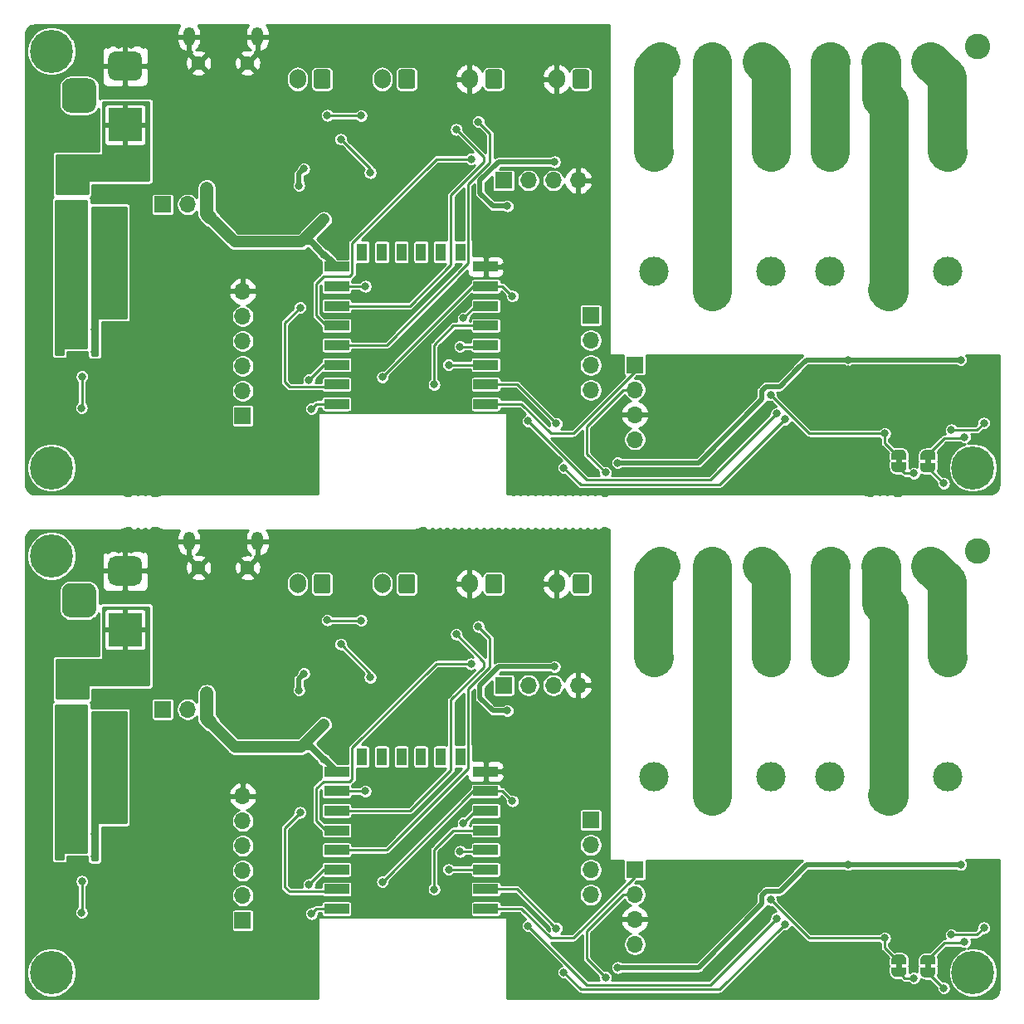
<source format=gbr>
G04 #@! TF.GenerationSoftware,KiCad,Pcbnew,5.1.9-73d0e3b20d~88~ubuntu18.04.1*
G04 #@! TF.CreationDate,2021-03-27T22:47:01+02:00*
G04 #@! TF.ProjectId,,58585858-5858-4585-9858-585858585858,1*
G04 #@! TF.SameCoordinates,Original*
G04 #@! TF.FileFunction,Copper,L2,Bot*
G04 #@! TF.FilePolarity,Positive*
%FSLAX46Y46*%
G04 Gerber Fmt 4.6, Leading zero omitted, Abs format (unit mm)*
G04 Created by KiCad (PCBNEW 5.1.9-73d0e3b20d~88~ubuntu18.04.1) date 2021-03-27 22:47:01*
%MOMM*%
%LPD*%
G01*
G04 APERTURE LIST*
G04 #@! TA.AperFunction,EtchedComponent*
%ADD10C,0.100000*%
G04 #@! TD*
G04 #@! TA.AperFunction,SMDPad,CuDef*
%ADD11R,2.500000X1.000000*%
G04 #@! TD*
G04 #@! TA.AperFunction,SMDPad,CuDef*
%ADD12R,1.000000X1.800000*%
G04 #@! TD*
G04 #@! TA.AperFunction,ComponentPad*
%ADD13R,3.500000X3.500000*%
G04 #@! TD*
G04 #@! TA.AperFunction,ComponentPad*
%ADD14C,3.000000*%
G04 #@! TD*
G04 #@! TA.AperFunction,SMDPad,CuDef*
%ADD15C,0.100000*%
G04 #@! TD*
G04 #@! TA.AperFunction,ComponentPad*
%ADD16O,1.700000X2.000000*%
G04 #@! TD*
G04 #@! TA.AperFunction,ComponentPad*
%ADD17C,0.700000*%
G04 #@! TD*
G04 #@! TA.AperFunction,ComponentPad*
%ADD18C,4.400000*%
G04 #@! TD*
G04 #@! TA.AperFunction,ComponentPad*
%ADD19O,1.700000X1.700000*%
G04 #@! TD*
G04 #@! TA.AperFunction,ComponentPad*
%ADD20R,1.700000X1.700000*%
G04 #@! TD*
G04 #@! TA.AperFunction,ComponentPad*
%ADD21R,3.000000X3.000000*%
G04 #@! TD*
G04 #@! TA.AperFunction,ComponentPad*
%ADD22O,1.200000X1.900000*%
G04 #@! TD*
G04 #@! TA.AperFunction,ComponentPad*
%ADD23C,1.450000*%
G04 #@! TD*
G04 #@! TA.AperFunction,ComponentPad*
%ADD24C,2.600000*%
G04 #@! TD*
G04 #@! TA.AperFunction,ViaPad*
%ADD25C,0.800000*%
G04 #@! TD*
G04 #@! TA.AperFunction,Conductor*
%ADD26C,0.500000*%
G04 #@! TD*
G04 #@! TA.AperFunction,Conductor*
%ADD27C,1.200000*%
G04 #@! TD*
G04 #@! TA.AperFunction,Conductor*
%ADD28C,0.700000*%
G04 #@! TD*
G04 #@! TA.AperFunction,Conductor*
%ADD29C,1.370000*%
G04 #@! TD*
G04 #@! TA.AperFunction,Conductor*
%ADD30C,0.250000*%
G04 #@! TD*
G04 #@! TA.AperFunction,Conductor*
%ADD31C,4.000000*%
G04 #@! TD*
G04 #@! TA.AperFunction,Conductor*
%ADD32C,0.254000*%
G04 #@! TD*
G04 #@! TA.AperFunction,Conductor*
%ADD33C,0.100000*%
G04 #@! TD*
G04 APERTURE END LIST*
D10*
G36*
X185694000Y-145066000D02*
G01*
X185694000Y-145566000D01*
X185094000Y-145566000D01*
X185094000Y-145066000D01*
X185694000Y-145066000D01*
G37*
G36*
X188650000Y-145100000D02*
G01*
X188650000Y-145600000D01*
X188050000Y-145600000D01*
X188050000Y-145100000D01*
X188650000Y-145100000D01*
G37*
G36*
X188650000Y-93600000D02*
G01*
X188650000Y-94100000D01*
X188050000Y-94100000D01*
X188050000Y-93600000D01*
X188650000Y-93600000D01*
G37*
G36*
X185694000Y-93566000D02*
G01*
X185694000Y-94066000D01*
X185094000Y-94066000D01*
X185094000Y-93566000D01*
X185694000Y-93566000D01*
G37*
D11*
X143234000Y-139500000D03*
X143234000Y-137500000D03*
X143234000Y-135500000D03*
X143234000Y-133500000D03*
X143234000Y-131500000D03*
X143234000Y-129500000D03*
X143234000Y-127500000D03*
X143234000Y-125500000D03*
D12*
X140634000Y-124000000D03*
X138634000Y-124000000D03*
X136634000Y-124000000D03*
X134634000Y-124000000D03*
X132634000Y-124000000D03*
X130634000Y-124000000D03*
D11*
X128034000Y-125500000D03*
X128034000Y-127500000D03*
X128034000Y-129500000D03*
X128034000Y-131500000D03*
X128034000Y-133500000D03*
X128034000Y-135500000D03*
X128034000Y-137500000D03*
X128034000Y-139500000D03*
D13*
X106450000Y-111025000D03*
G04 #@! TA.AperFunction,ComponentPad*
G36*
G01*
X105450000Y-103525000D02*
X107450000Y-103525000D01*
G75*
G02*
X108200000Y-104275000I0J-750000D01*
G01*
X108200000Y-105775000D01*
G75*
G02*
X107450000Y-106525000I-750000J0D01*
G01*
X105450000Y-106525000D01*
G75*
G02*
X104700000Y-105775000I0J750000D01*
G01*
X104700000Y-104275000D01*
G75*
G02*
X105450000Y-103525000I750000J0D01*
G01*
G37*
G04 #@! TD.AperFunction*
G04 #@! TA.AperFunction,ComponentPad*
G36*
G01*
X100875000Y-106275000D02*
X102625000Y-106275000D01*
G75*
G02*
X103500000Y-107150000I0J-875000D01*
G01*
X103500000Y-108900000D01*
G75*
G02*
X102625000Y-109775000I-875000J0D01*
G01*
X100875000Y-109775000D01*
G75*
G02*
X100000000Y-108900000I0J875000D01*
G01*
X100000000Y-107150000D01*
G75*
G02*
X100875000Y-106275000I875000J0D01*
G01*
G37*
G04 #@! TD.AperFunction*
D14*
X166370000Y-128000000D03*
X160370000Y-126000000D03*
X160370000Y-113800000D03*
X172370000Y-113800000D03*
X172370000Y-126000000D03*
G04 #@! TA.AperFunction,SMDPad,CuDef*
D15*
G36*
X184644602Y-144666000D02*
G01*
X184644602Y-144641466D01*
X184649412Y-144592635D01*
X184658984Y-144544510D01*
X184673228Y-144497555D01*
X184692005Y-144452222D01*
X184715136Y-144408949D01*
X184742396Y-144368150D01*
X184773524Y-144330221D01*
X184808221Y-144295524D01*
X184846150Y-144264396D01*
X184886949Y-144237136D01*
X184930222Y-144214005D01*
X184975555Y-144195228D01*
X185022510Y-144180984D01*
X185070635Y-144171412D01*
X185119466Y-144166602D01*
X185144000Y-144166602D01*
X185144000Y-144166000D01*
X185644000Y-144166000D01*
X185644000Y-144166602D01*
X185668534Y-144166602D01*
X185717365Y-144171412D01*
X185765490Y-144180984D01*
X185812445Y-144195228D01*
X185857778Y-144214005D01*
X185901051Y-144237136D01*
X185941850Y-144264396D01*
X185979779Y-144295524D01*
X186014476Y-144330221D01*
X186045604Y-144368150D01*
X186072864Y-144408949D01*
X186095995Y-144452222D01*
X186114772Y-144497555D01*
X186129016Y-144544510D01*
X186138588Y-144592635D01*
X186143398Y-144641466D01*
X186143398Y-144666000D01*
X186144000Y-144666000D01*
X186144000Y-145166000D01*
X184644000Y-145166000D01*
X184644000Y-144666000D01*
X184644602Y-144666000D01*
G37*
G04 #@! TD.AperFunction*
G04 #@! TA.AperFunction,SMDPad,CuDef*
G36*
X186144000Y-145466000D02*
G01*
X186144000Y-145966000D01*
X186143398Y-145966000D01*
X186143398Y-145990534D01*
X186138588Y-146039365D01*
X186129016Y-146087490D01*
X186114772Y-146134445D01*
X186095995Y-146179778D01*
X186072864Y-146223051D01*
X186045604Y-146263850D01*
X186014476Y-146301779D01*
X185979779Y-146336476D01*
X185941850Y-146367604D01*
X185901051Y-146394864D01*
X185857778Y-146417995D01*
X185812445Y-146436772D01*
X185765490Y-146451016D01*
X185717365Y-146460588D01*
X185668534Y-146465398D01*
X185644000Y-146465398D01*
X185644000Y-146466000D01*
X185144000Y-146466000D01*
X185144000Y-146465398D01*
X185119466Y-146465398D01*
X185070635Y-146460588D01*
X185022510Y-146451016D01*
X184975555Y-146436772D01*
X184930222Y-146417995D01*
X184886949Y-146394864D01*
X184846150Y-146367604D01*
X184808221Y-146336476D01*
X184773524Y-146301779D01*
X184742396Y-146263850D01*
X184715136Y-146223051D01*
X184692005Y-146179778D01*
X184673228Y-146134445D01*
X184658984Y-146087490D01*
X184649412Y-146039365D01*
X184644602Y-145990534D01*
X184644602Y-145966000D01*
X184644000Y-145966000D01*
X184644000Y-145466000D01*
X186144000Y-145466000D01*
G37*
G04 #@! TD.AperFunction*
G04 #@! TA.AperFunction,ComponentPad*
G36*
G01*
X153811000Y-105596000D02*
X153811000Y-107096000D01*
G75*
G02*
X153561000Y-107346000I-250000J0D01*
G01*
X152361000Y-107346000D01*
G75*
G02*
X152111000Y-107096000I0J250000D01*
G01*
X152111000Y-105596000D01*
G75*
G02*
X152361000Y-105346000I250000J0D01*
G01*
X153561000Y-105346000D01*
G75*
G02*
X153811000Y-105596000I0J-250000D01*
G01*
G37*
G04 #@! TD.AperFunction*
D16*
X150461000Y-106346000D03*
D17*
X100116726Y-102333274D03*
X98950000Y-101850000D03*
X97783274Y-102333274D03*
X97300000Y-103500000D03*
X97783274Y-104666726D03*
X98950000Y-105150000D03*
X100116726Y-104666726D03*
X100600000Y-103500000D03*
D18*
X98950000Y-103500000D03*
D17*
X194116726Y-144833274D03*
X192950000Y-144350000D03*
X191783274Y-144833274D03*
X191300000Y-146000000D03*
X191783274Y-147166726D03*
X192950000Y-147650000D03*
X194116726Y-147166726D03*
X194600000Y-146000000D03*
D18*
X192950000Y-146000000D03*
G04 #@! TA.AperFunction,ComponentPad*
G36*
G01*
X127395000Y-105596000D02*
X127395000Y-107096000D01*
G75*
G02*
X127145000Y-107346000I-250000J0D01*
G01*
X125945000Y-107346000D01*
G75*
G02*
X125695000Y-107096000I0J250000D01*
G01*
X125695000Y-105596000D01*
G75*
G02*
X125945000Y-105346000I250000J0D01*
G01*
X127145000Y-105346000D01*
G75*
G02*
X127395000Y-105596000I0J-250000D01*
G01*
G37*
G04 #@! TD.AperFunction*
D16*
X124045000Y-106346000D03*
D19*
X112840000Y-119150000D03*
D20*
X110300000Y-119150000D03*
D16*
X141571000Y-106346000D03*
G04 #@! TA.AperFunction,ComponentPad*
G36*
G01*
X144921000Y-105596000D02*
X144921000Y-107096000D01*
G75*
G02*
X144671000Y-107346000I-250000J0D01*
G01*
X143471000Y-107346000D01*
G75*
G02*
X143221000Y-107096000I0J250000D01*
G01*
X143221000Y-105596000D01*
G75*
G02*
X143471000Y-105346000I250000J0D01*
G01*
X144671000Y-105346000D01*
G75*
G02*
X144921000Y-105596000I0J-250000D01*
G01*
G37*
G04 #@! TD.AperFunction*
D21*
X161210000Y-104510000D03*
D14*
X166290000Y-104510000D03*
X171370000Y-104510000D03*
X190370000Y-126000000D03*
X190370000Y-113800000D03*
X178370000Y-113800000D03*
X178370000Y-126000000D03*
X184370000Y-128000000D03*
D20*
X153950000Y-130460000D03*
D19*
X153950000Y-133000000D03*
X153950000Y-135540000D03*
X153950000Y-138080000D03*
D20*
X158450000Y-135500000D03*
D19*
X158450000Y-138040000D03*
X158450000Y-140580000D03*
X158450000Y-143120000D03*
X118450000Y-128000000D03*
X118450000Y-130540000D03*
X118450000Y-133080000D03*
X118450000Y-135620000D03*
X118450000Y-138160000D03*
D20*
X118450000Y-140700000D03*
D22*
X112950000Y-102012500D03*
X119950000Y-102012500D03*
D23*
X113950000Y-104712500D03*
X118950000Y-104712500D03*
D14*
X188620000Y-104510000D03*
X183540000Y-104510000D03*
D21*
X178460000Y-104510000D03*
D24*
X193450000Y-103000000D03*
D19*
X152670000Y-116700000D03*
X150130000Y-116700000D03*
X147590000Y-116700000D03*
D20*
X145050000Y-116700000D03*
D18*
X98950000Y-146000000D03*
D17*
X100600000Y-146000000D03*
X100116726Y-147166726D03*
X98950000Y-147650000D03*
X97783274Y-147166726D03*
X97300000Y-146000000D03*
X97783274Y-144833274D03*
X98950000Y-144350000D03*
X100116726Y-144833274D03*
D16*
X132681000Y-106346000D03*
G04 #@! TA.AperFunction,ComponentPad*
G36*
G01*
X136031000Y-105596000D02*
X136031000Y-107096000D01*
G75*
G02*
X135781000Y-107346000I-250000J0D01*
G01*
X134581000Y-107346000D01*
G75*
G02*
X134331000Y-107096000I0J250000D01*
G01*
X134331000Y-105596000D01*
G75*
G02*
X134581000Y-105346000I250000J0D01*
G01*
X135781000Y-105346000D01*
G75*
G02*
X136031000Y-105596000I0J-250000D01*
G01*
G37*
G04 #@! TD.AperFunction*
G04 #@! TA.AperFunction,SMDPad,CuDef*
D15*
G36*
X189100000Y-145500000D02*
G01*
X189100000Y-146000000D01*
X189099398Y-146000000D01*
X189099398Y-146024534D01*
X189094588Y-146073365D01*
X189085016Y-146121490D01*
X189070772Y-146168445D01*
X189051995Y-146213778D01*
X189028864Y-146257051D01*
X189001604Y-146297850D01*
X188970476Y-146335779D01*
X188935779Y-146370476D01*
X188897850Y-146401604D01*
X188857051Y-146428864D01*
X188813778Y-146451995D01*
X188768445Y-146470772D01*
X188721490Y-146485016D01*
X188673365Y-146494588D01*
X188624534Y-146499398D01*
X188600000Y-146499398D01*
X188600000Y-146500000D01*
X188100000Y-146500000D01*
X188100000Y-146499398D01*
X188075466Y-146499398D01*
X188026635Y-146494588D01*
X187978510Y-146485016D01*
X187931555Y-146470772D01*
X187886222Y-146451995D01*
X187842949Y-146428864D01*
X187802150Y-146401604D01*
X187764221Y-146370476D01*
X187729524Y-146335779D01*
X187698396Y-146297850D01*
X187671136Y-146257051D01*
X187648005Y-146213778D01*
X187629228Y-146168445D01*
X187614984Y-146121490D01*
X187605412Y-146073365D01*
X187600602Y-146024534D01*
X187600602Y-146000000D01*
X187600000Y-146000000D01*
X187600000Y-145500000D01*
X189100000Y-145500000D01*
G37*
G04 #@! TD.AperFunction*
G04 #@! TA.AperFunction,SMDPad,CuDef*
G36*
X187600602Y-144700000D02*
G01*
X187600602Y-144675466D01*
X187605412Y-144626635D01*
X187614984Y-144578510D01*
X187629228Y-144531555D01*
X187648005Y-144486222D01*
X187671136Y-144442949D01*
X187698396Y-144402150D01*
X187729524Y-144364221D01*
X187764221Y-144329524D01*
X187802150Y-144298396D01*
X187842949Y-144271136D01*
X187886222Y-144248005D01*
X187931555Y-144229228D01*
X187978510Y-144214984D01*
X188026635Y-144205412D01*
X188075466Y-144200602D01*
X188100000Y-144200602D01*
X188100000Y-144200000D01*
X188600000Y-144200000D01*
X188600000Y-144200602D01*
X188624534Y-144200602D01*
X188673365Y-144205412D01*
X188721490Y-144214984D01*
X188768445Y-144229228D01*
X188813778Y-144248005D01*
X188857051Y-144271136D01*
X188897850Y-144298396D01*
X188935779Y-144329524D01*
X188970476Y-144364221D01*
X189001604Y-144402150D01*
X189028864Y-144442949D01*
X189051995Y-144486222D01*
X189070772Y-144531555D01*
X189085016Y-144578510D01*
X189094588Y-144626635D01*
X189099398Y-144675466D01*
X189099398Y-144700000D01*
X189100000Y-144700000D01*
X189100000Y-145200000D01*
X187600000Y-145200000D01*
X187600000Y-144700000D01*
X187600602Y-144700000D01*
G37*
G04 #@! TD.AperFunction*
G04 #@! TA.AperFunction,ComponentPad*
G36*
G01*
X144921000Y-54096000D02*
X144921000Y-55596000D01*
G75*
G02*
X144671000Y-55846000I-250000J0D01*
G01*
X143471000Y-55846000D01*
G75*
G02*
X143221000Y-55596000I0J250000D01*
G01*
X143221000Y-54096000D01*
G75*
G02*
X143471000Y-53846000I250000J0D01*
G01*
X144671000Y-53846000D01*
G75*
G02*
X144921000Y-54096000I0J-250000D01*
G01*
G37*
G04 #@! TD.AperFunction*
D16*
X141571000Y-54846000D03*
G04 #@! TA.AperFunction,ComponentPad*
G36*
G01*
X100875000Y-54775000D02*
X102625000Y-54775000D01*
G75*
G02*
X103500000Y-55650000I0J-875000D01*
G01*
X103500000Y-57400000D01*
G75*
G02*
X102625000Y-58275000I-875000J0D01*
G01*
X100875000Y-58275000D01*
G75*
G02*
X100000000Y-57400000I0J875000D01*
G01*
X100000000Y-55650000D01*
G75*
G02*
X100875000Y-54775000I875000J0D01*
G01*
G37*
G04 #@! TD.AperFunction*
G04 #@! TA.AperFunction,ComponentPad*
G36*
G01*
X105450000Y-52025000D02*
X107450000Y-52025000D01*
G75*
G02*
X108200000Y-52775000I0J-750000D01*
G01*
X108200000Y-54275000D01*
G75*
G02*
X107450000Y-55025000I-750000J0D01*
G01*
X105450000Y-55025000D01*
G75*
G02*
X104700000Y-54275000I0J750000D01*
G01*
X104700000Y-52775000D01*
G75*
G02*
X105450000Y-52025000I750000J0D01*
G01*
G37*
G04 #@! TD.AperFunction*
D13*
X106450000Y-59525000D03*
D16*
X124045000Y-54846000D03*
G04 #@! TA.AperFunction,ComponentPad*
G36*
G01*
X127395000Y-54096000D02*
X127395000Y-55596000D01*
G75*
G02*
X127145000Y-55846000I-250000J0D01*
G01*
X125945000Y-55846000D01*
G75*
G02*
X125695000Y-55596000I0J250000D01*
G01*
X125695000Y-54096000D01*
G75*
G02*
X125945000Y-53846000I250000J0D01*
G01*
X127145000Y-53846000D01*
G75*
G02*
X127395000Y-54096000I0J-250000D01*
G01*
G37*
G04 #@! TD.AperFunction*
D24*
X193450000Y-51500000D03*
D14*
X184370000Y-76500000D03*
X178370000Y-74500000D03*
X178370000Y-62300000D03*
X190370000Y-62300000D03*
X190370000Y-74500000D03*
D20*
X145050000Y-65200000D03*
D19*
X147590000Y-65200000D03*
X150130000Y-65200000D03*
X152670000Y-65200000D03*
D14*
X172370000Y-74500000D03*
X172370000Y-62300000D03*
X160370000Y-62300000D03*
X160370000Y-74500000D03*
X166370000Y-76500000D03*
D19*
X153950000Y-86580000D03*
X153950000Y-84040000D03*
X153950000Y-81500000D03*
D20*
X153950000Y-78960000D03*
D16*
X150461000Y-54846000D03*
G04 #@! TA.AperFunction,ComponentPad*
G36*
G01*
X153811000Y-54096000D02*
X153811000Y-55596000D01*
G75*
G02*
X153561000Y-55846000I-250000J0D01*
G01*
X152361000Y-55846000D01*
G75*
G02*
X152111000Y-55596000I0J250000D01*
G01*
X152111000Y-54096000D01*
G75*
G02*
X152361000Y-53846000I250000J0D01*
G01*
X153561000Y-53846000D01*
G75*
G02*
X153811000Y-54096000I0J-250000D01*
G01*
G37*
G04 #@! TD.AperFunction*
D18*
X98950000Y-52000000D03*
D17*
X100600000Y-52000000D03*
X100116726Y-53166726D03*
X98950000Y-53650000D03*
X97783274Y-53166726D03*
X97300000Y-52000000D03*
X97783274Y-50833274D03*
X98950000Y-50350000D03*
X100116726Y-50833274D03*
X100116726Y-93333274D03*
X98950000Y-92850000D03*
X97783274Y-93333274D03*
X97300000Y-94500000D03*
X97783274Y-95666726D03*
X98950000Y-96150000D03*
X100116726Y-95666726D03*
X100600000Y-94500000D03*
D18*
X98950000Y-94500000D03*
X192950000Y-94500000D03*
D17*
X194600000Y-94500000D03*
X194116726Y-95666726D03*
X192950000Y-96150000D03*
X191783274Y-95666726D03*
X191300000Y-94500000D03*
X191783274Y-93333274D03*
X192950000Y-92850000D03*
X194116726Y-93333274D03*
D14*
X171370000Y-53010000D03*
X166290000Y-53010000D03*
D21*
X161210000Y-53010000D03*
D20*
X118450000Y-89200000D03*
D19*
X118450000Y-86660000D03*
X118450000Y-84120000D03*
X118450000Y-81580000D03*
X118450000Y-79040000D03*
X118450000Y-76500000D03*
X158450000Y-91620000D03*
X158450000Y-89080000D03*
X158450000Y-86540000D03*
D20*
X158450000Y-84000000D03*
D23*
X118950000Y-53212500D03*
X113950000Y-53212500D03*
D22*
X119950000Y-50512500D03*
X112950000Y-50512500D03*
D20*
X110300000Y-67650000D03*
D19*
X112840000Y-67650000D03*
D21*
X178460000Y-53010000D03*
D14*
X183540000Y-53010000D03*
X188620000Y-53010000D03*
G04 #@! TA.AperFunction,ComponentPad*
G36*
G01*
X136031000Y-54096000D02*
X136031000Y-55596000D01*
G75*
G02*
X135781000Y-55846000I-250000J0D01*
G01*
X134581000Y-55846000D01*
G75*
G02*
X134331000Y-55596000I0J250000D01*
G01*
X134331000Y-54096000D01*
G75*
G02*
X134581000Y-53846000I250000J0D01*
G01*
X135781000Y-53846000D01*
G75*
G02*
X136031000Y-54096000I0J-250000D01*
G01*
G37*
G04 #@! TD.AperFunction*
D16*
X132681000Y-54846000D03*
G04 #@! TA.AperFunction,SMDPad,CuDef*
D15*
G36*
X187600602Y-93200000D02*
G01*
X187600602Y-93175466D01*
X187605412Y-93126635D01*
X187614984Y-93078510D01*
X187629228Y-93031555D01*
X187648005Y-92986222D01*
X187671136Y-92942949D01*
X187698396Y-92902150D01*
X187729524Y-92864221D01*
X187764221Y-92829524D01*
X187802150Y-92798396D01*
X187842949Y-92771136D01*
X187886222Y-92748005D01*
X187931555Y-92729228D01*
X187978510Y-92714984D01*
X188026635Y-92705412D01*
X188075466Y-92700602D01*
X188100000Y-92700602D01*
X188100000Y-92700000D01*
X188600000Y-92700000D01*
X188600000Y-92700602D01*
X188624534Y-92700602D01*
X188673365Y-92705412D01*
X188721490Y-92714984D01*
X188768445Y-92729228D01*
X188813778Y-92748005D01*
X188857051Y-92771136D01*
X188897850Y-92798396D01*
X188935779Y-92829524D01*
X188970476Y-92864221D01*
X189001604Y-92902150D01*
X189028864Y-92942949D01*
X189051995Y-92986222D01*
X189070772Y-93031555D01*
X189085016Y-93078510D01*
X189094588Y-93126635D01*
X189099398Y-93175466D01*
X189099398Y-93200000D01*
X189100000Y-93200000D01*
X189100000Y-93700000D01*
X187600000Y-93700000D01*
X187600000Y-93200000D01*
X187600602Y-93200000D01*
G37*
G04 #@! TD.AperFunction*
G04 #@! TA.AperFunction,SMDPad,CuDef*
G36*
X189100000Y-94000000D02*
G01*
X189100000Y-94500000D01*
X189099398Y-94500000D01*
X189099398Y-94524534D01*
X189094588Y-94573365D01*
X189085016Y-94621490D01*
X189070772Y-94668445D01*
X189051995Y-94713778D01*
X189028864Y-94757051D01*
X189001604Y-94797850D01*
X188970476Y-94835779D01*
X188935779Y-94870476D01*
X188897850Y-94901604D01*
X188857051Y-94928864D01*
X188813778Y-94951995D01*
X188768445Y-94970772D01*
X188721490Y-94985016D01*
X188673365Y-94994588D01*
X188624534Y-94999398D01*
X188600000Y-94999398D01*
X188600000Y-95000000D01*
X188100000Y-95000000D01*
X188100000Y-94999398D01*
X188075466Y-94999398D01*
X188026635Y-94994588D01*
X187978510Y-94985016D01*
X187931555Y-94970772D01*
X187886222Y-94951995D01*
X187842949Y-94928864D01*
X187802150Y-94901604D01*
X187764221Y-94870476D01*
X187729524Y-94835779D01*
X187698396Y-94797850D01*
X187671136Y-94757051D01*
X187648005Y-94713778D01*
X187629228Y-94668445D01*
X187614984Y-94621490D01*
X187605412Y-94573365D01*
X187600602Y-94524534D01*
X187600602Y-94500000D01*
X187600000Y-94500000D01*
X187600000Y-94000000D01*
X189100000Y-94000000D01*
G37*
G04 #@! TD.AperFunction*
G04 #@! TA.AperFunction,SMDPad,CuDef*
G36*
X186144000Y-93966000D02*
G01*
X186144000Y-94466000D01*
X186143398Y-94466000D01*
X186143398Y-94490534D01*
X186138588Y-94539365D01*
X186129016Y-94587490D01*
X186114772Y-94634445D01*
X186095995Y-94679778D01*
X186072864Y-94723051D01*
X186045604Y-94763850D01*
X186014476Y-94801779D01*
X185979779Y-94836476D01*
X185941850Y-94867604D01*
X185901051Y-94894864D01*
X185857778Y-94917995D01*
X185812445Y-94936772D01*
X185765490Y-94951016D01*
X185717365Y-94960588D01*
X185668534Y-94965398D01*
X185644000Y-94965398D01*
X185644000Y-94966000D01*
X185144000Y-94966000D01*
X185144000Y-94965398D01*
X185119466Y-94965398D01*
X185070635Y-94960588D01*
X185022510Y-94951016D01*
X184975555Y-94936772D01*
X184930222Y-94917995D01*
X184886949Y-94894864D01*
X184846150Y-94867604D01*
X184808221Y-94836476D01*
X184773524Y-94801779D01*
X184742396Y-94763850D01*
X184715136Y-94723051D01*
X184692005Y-94679778D01*
X184673228Y-94634445D01*
X184658984Y-94587490D01*
X184649412Y-94539365D01*
X184644602Y-94490534D01*
X184644602Y-94466000D01*
X184644000Y-94466000D01*
X184644000Y-93966000D01*
X186144000Y-93966000D01*
G37*
G04 #@! TD.AperFunction*
G04 #@! TA.AperFunction,SMDPad,CuDef*
G36*
X184644602Y-93166000D02*
G01*
X184644602Y-93141466D01*
X184649412Y-93092635D01*
X184658984Y-93044510D01*
X184673228Y-92997555D01*
X184692005Y-92952222D01*
X184715136Y-92908949D01*
X184742396Y-92868150D01*
X184773524Y-92830221D01*
X184808221Y-92795524D01*
X184846150Y-92764396D01*
X184886949Y-92737136D01*
X184930222Y-92714005D01*
X184975555Y-92695228D01*
X185022510Y-92680984D01*
X185070635Y-92671412D01*
X185119466Y-92666602D01*
X185144000Y-92666602D01*
X185144000Y-92666000D01*
X185644000Y-92666000D01*
X185644000Y-92666602D01*
X185668534Y-92666602D01*
X185717365Y-92671412D01*
X185765490Y-92680984D01*
X185812445Y-92695228D01*
X185857778Y-92714005D01*
X185901051Y-92737136D01*
X185941850Y-92764396D01*
X185979779Y-92795524D01*
X186014476Y-92830221D01*
X186045604Y-92868150D01*
X186072864Y-92908949D01*
X186095995Y-92952222D01*
X186114772Y-92997555D01*
X186129016Y-93044510D01*
X186138588Y-93092635D01*
X186143398Y-93141466D01*
X186143398Y-93166000D01*
X186144000Y-93166000D01*
X186144000Y-93666000D01*
X184644000Y-93666000D01*
X184644000Y-93166000D01*
X184644602Y-93166000D01*
G37*
G04 #@! TD.AperFunction*
D11*
X128034000Y-88000000D03*
X128034000Y-86000000D03*
X128034000Y-84000000D03*
X128034000Y-82000000D03*
X128034000Y-80000000D03*
X128034000Y-78000000D03*
X128034000Y-76000000D03*
X128034000Y-74000000D03*
D12*
X130634000Y-72500000D03*
X132634000Y-72500000D03*
X134634000Y-72500000D03*
X136634000Y-72500000D03*
X138634000Y-72500000D03*
X140634000Y-72500000D03*
D11*
X143234000Y-74000000D03*
X143234000Y-76000000D03*
X143234000Y-78000000D03*
X143234000Y-80000000D03*
X143234000Y-82000000D03*
X143234000Y-84000000D03*
X143234000Y-86000000D03*
X143234000Y-88000000D03*
D25*
X100950000Y-80900000D03*
X100950000Y-81900000D03*
X99950000Y-81900000D03*
X99950000Y-80900000D03*
X99750000Y-71200000D03*
X100950000Y-71200000D03*
X102150000Y-71200000D03*
X100950000Y-132400000D03*
X100950000Y-133400000D03*
X99950000Y-133400000D03*
X99950000Y-132400000D03*
X99750000Y-122700000D03*
X100950000Y-122700000D03*
X102150000Y-122700000D03*
X105600000Y-80050000D03*
X105600000Y-80950000D03*
X105600000Y-81900000D03*
X105600000Y-82850000D03*
X104600000Y-80050000D03*
X106600000Y-80050000D03*
X106625000Y-80950000D03*
X106650000Y-81875000D03*
X106650000Y-82825000D03*
X119100000Y-66638000D03*
X119100000Y-67654000D03*
X119100000Y-68670000D03*
X119100000Y-69686000D03*
X119100000Y-65622000D03*
X118084000Y-65622000D03*
X117068000Y-65622000D03*
X118084000Y-64606000D03*
X119100000Y-64606000D03*
X113762000Y-59518000D03*
X113762000Y-60534000D03*
X113762000Y-61550000D03*
X116810000Y-61550000D03*
X116810000Y-60534000D03*
X116810000Y-59518000D03*
X114778000Y-61550000D03*
X115794000Y-61550000D03*
X120149000Y-61550000D03*
X121165000Y-61550000D03*
X122181000Y-61550000D03*
X123197000Y-61550000D03*
X123197000Y-60534000D03*
X123197000Y-59518000D03*
X123197000Y-58502000D03*
X120149000Y-60534000D03*
X120149000Y-59518000D03*
X120149000Y-58502000D03*
X96700000Y-78600000D03*
X96650000Y-79850000D03*
X96700000Y-74175000D03*
X98475000Y-72350000D03*
X108686000Y-83656000D03*
X109702000Y-83656000D03*
X110718000Y-83656000D03*
X112242000Y-83656000D03*
X113258000Y-83656000D03*
X114274000Y-83656000D03*
X115036000Y-84672000D03*
X107670000Y-84672000D03*
X107670000Y-85688000D03*
X115036000Y-85688000D03*
X111700000Y-88750000D03*
X112700000Y-88750000D03*
X113700000Y-88750000D03*
X114700000Y-88750000D03*
X115700000Y-88750000D03*
X111700000Y-89750000D03*
X111700000Y-90750000D03*
X112700000Y-90750000D03*
X112700000Y-89750000D03*
X113700000Y-89750000D03*
X113700000Y-90750000D03*
X114700000Y-90750000D03*
X114700000Y-89750000D03*
X115700000Y-89750000D03*
X115700000Y-90750000D03*
X161200000Y-84000000D03*
X162950000Y-84000000D03*
X165450000Y-84000000D03*
X167200000Y-84000000D03*
X168950000Y-84000000D03*
X170700000Y-84000000D03*
X172450000Y-84000000D03*
X174200000Y-84000000D03*
X167200000Y-85000000D03*
X168950000Y-85000000D03*
X170700000Y-85000000D03*
X172450000Y-85000000D03*
X168950000Y-86000000D03*
X170700000Y-86000000D03*
X161200000Y-85000000D03*
X162950000Y-85000000D03*
X162950000Y-86000000D03*
X162950000Y-87000000D03*
X164450000Y-86000000D03*
X164450000Y-87000000D03*
X164450000Y-88000000D03*
X165950000Y-87000000D03*
X165950000Y-88000000D03*
X165950000Y-89000000D03*
X167200000Y-89000000D03*
X168450000Y-89000000D03*
X167200000Y-88000000D03*
X168450000Y-88000000D03*
X169700000Y-88000000D03*
X161200000Y-88750000D03*
X161200000Y-89750000D03*
X162450000Y-89250000D03*
X162450000Y-90250000D03*
X181700000Y-84500000D03*
X183200000Y-84500000D03*
X184700000Y-84500000D03*
X180200000Y-84500000D03*
X186200000Y-84500000D03*
X186950000Y-85250000D03*
X187700000Y-84500000D03*
X182450000Y-85250000D03*
X180950000Y-85250000D03*
X183950000Y-85250000D03*
X185450000Y-85250000D03*
X188450000Y-85250000D03*
X189200000Y-84500000D03*
X189950000Y-85250000D03*
X179450000Y-85250000D03*
X171700000Y-92750000D03*
X172700000Y-92750000D03*
X173700000Y-92750000D03*
X174700000Y-92750000D03*
X171700000Y-93750000D03*
X172700000Y-93750000D03*
X173700000Y-93750000D03*
X174700000Y-93750000D03*
X171700000Y-94750000D03*
X172700000Y-94750000D03*
X173700000Y-94750000D03*
X177700000Y-92750000D03*
X177700000Y-93750000D03*
X177700000Y-94750000D03*
X180950000Y-92750000D03*
X180950000Y-93750000D03*
X180950000Y-94750000D03*
X183700000Y-93750000D03*
X183700000Y-94750000D03*
X170700000Y-93750000D03*
X170700000Y-94750000D03*
X169700000Y-94750000D03*
X170700000Y-95750000D03*
X171700000Y-95750000D03*
X172700000Y-95750000D03*
X173700000Y-95750000D03*
X173700000Y-96750000D03*
X172700000Y-96750000D03*
X171700000Y-96750000D03*
X170700000Y-96750000D03*
X169700000Y-96750000D03*
X169700000Y-95750000D03*
X168700000Y-95750000D03*
X168700000Y-96750000D03*
X167700000Y-96750000D03*
X159450000Y-95000000D03*
X160700000Y-95000000D03*
X161950000Y-95000000D03*
X163200000Y-95000000D03*
X164450000Y-95000000D03*
X161450000Y-92750000D03*
X162450000Y-92750000D03*
X163450000Y-92750000D03*
X164700000Y-92750000D03*
X145950000Y-96750000D03*
X147200000Y-96750000D03*
X148200000Y-96750000D03*
X149200000Y-96750000D03*
X150200000Y-96750000D03*
X151200000Y-96750000D03*
X145950000Y-92000000D03*
X145950000Y-93000000D03*
X145950000Y-94250000D03*
X145950000Y-95500000D03*
X148450000Y-94250000D03*
X147200000Y-93000000D03*
X147200000Y-94250000D03*
X147200000Y-95500000D03*
X148450000Y-95500000D03*
X149700000Y-95500000D03*
X149200000Y-85250000D03*
X150450000Y-85250000D03*
X149200000Y-84000000D03*
X150450000Y-84000000D03*
X149200000Y-82750000D03*
X150450000Y-82750000D03*
X149200000Y-81250000D03*
X150450000Y-81250000D03*
X149200000Y-79500000D03*
X150450000Y-79500000D03*
X149200000Y-77750000D03*
X150450000Y-77750000D03*
X119450000Y-95750000D03*
X120450000Y-94750000D03*
X121450000Y-93750000D03*
X122450000Y-92750000D03*
X123450000Y-91750000D03*
X124450000Y-90750000D03*
X125450000Y-89750000D03*
X125450000Y-91500000D03*
X124450000Y-92500000D03*
X123200000Y-93750000D03*
X121950000Y-95000000D03*
X120950000Y-96250000D03*
X122700000Y-96500000D03*
X123700000Y-95250000D03*
X124700000Y-94250000D03*
X125700000Y-93250000D03*
X124450000Y-96500000D03*
X125450000Y-95500000D03*
X130700000Y-88000000D03*
X131950000Y-88000000D03*
X133200000Y-88000000D03*
X134450000Y-88000000D03*
X135950000Y-88000000D03*
X137450000Y-88000000D03*
X138950000Y-88000000D03*
X140450000Y-88000000D03*
X140450000Y-86750000D03*
X140450000Y-85500000D03*
X130950000Y-74250000D03*
X131700000Y-75000000D03*
X132450000Y-74250000D03*
X133200000Y-75000000D03*
X133950000Y-74250000D03*
X134700000Y-75000000D03*
X135450000Y-74250000D03*
X136200000Y-75000000D03*
X136950000Y-74250000D03*
X130200000Y-77000000D03*
X131450000Y-77000000D03*
X132700000Y-77000000D03*
X133950000Y-77000000D03*
X135200000Y-77000000D03*
X129950000Y-78750000D03*
X130700000Y-79500000D03*
X131450000Y-78750000D03*
X132200000Y-79500000D03*
X132950000Y-78750000D03*
X133700000Y-79500000D03*
X129950000Y-81000000D03*
X130950000Y-81000000D03*
X132200000Y-81000000D03*
X135450000Y-81000000D03*
X136950000Y-79500000D03*
X137950000Y-78500000D03*
X138950000Y-77500000D03*
X145200000Y-74000000D03*
X143450000Y-72750000D03*
X150950000Y-92000000D03*
X151950000Y-93000000D03*
X152700000Y-93750000D03*
X105200000Y-93500000D03*
X106200000Y-93500000D03*
X105200000Y-94500000D03*
X106200000Y-94500000D03*
X113700000Y-93500000D03*
X114700000Y-93500000D03*
X113700000Y-94500000D03*
X114700000Y-94500000D03*
X120450000Y-85150000D03*
X121700000Y-85200000D03*
X120450000Y-86250000D03*
X121700000Y-86250000D03*
X120450000Y-87500000D03*
X120450000Y-83000000D03*
X121700000Y-83000000D03*
X120450000Y-81250000D03*
X121700000Y-81250000D03*
X123450000Y-81250000D03*
X124950000Y-81250000D03*
X120050000Y-74200000D03*
X121825000Y-77875000D03*
X120700000Y-77650000D03*
X122175000Y-75275000D03*
X123025000Y-77675000D03*
X121350000Y-74000000D03*
X120850000Y-75100000D03*
X115700000Y-74000000D03*
X115700000Y-75500000D03*
X115700000Y-77000000D03*
X115700000Y-78500000D03*
X115700000Y-80000000D03*
X128450000Y-71750000D03*
X128450000Y-70750000D03*
X128450000Y-69750000D03*
X128450000Y-68750000D03*
X131450000Y-71000000D03*
X132450000Y-71000000D03*
X133450000Y-71000000D03*
X134450000Y-71000000D03*
X135450000Y-71000000D03*
X136450000Y-71000000D03*
X137450000Y-71000000D03*
X138450000Y-71000000D03*
X133700000Y-69750000D03*
X134950000Y-69750000D03*
X135950000Y-69750000D03*
X136950000Y-69750000D03*
X137950000Y-69750000D03*
X138950000Y-69750000D03*
X134700000Y-68500000D03*
X135700000Y-68500000D03*
X136700000Y-68500000D03*
X137700000Y-68500000D03*
X138700000Y-68500000D03*
X136200000Y-67250000D03*
X137200000Y-67250000D03*
X138200000Y-67250000D03*
X137450000Y-66250000D03*
X138200000Y-65500000D03*
X138950000Y-64500000D03*
X140200000Y-64500000D03*
X139700000Y-65500000D03*
X138950000Y-66250000D03*
X140700000Y-67250000D03*
X140700000Y-68500000D03*
X140700000Y-69750000D03*
X140700000Y-70750000D03*
X142200000Y-69000000D03*
X142200000Y-70000000D03*
X142200000Y-71250000D03*
X144200000Y-69000000D03*
X145200000Y-69000000D03*
X146200000Y-69000000D03*
X147200000Y-69000000D03*
X148200000Y-69000000D03*
X149450000Y-69000000D03*
X150450000Y-69000000D03*
X151450000Y-69000000D03*
X152450000Y-69000000D03*
X153450000Y-69000000D03*
X153450000Y-70000000D03*
X152450000Y-70000000D03*
X151450000Y-70000000D03*
X150450000Y-70000000D03*
X149450000Y-70000000D03*
X148200000Y-70000000D03*
X147200000Y-70000000D03*
X146200000Y-70000000D03*
X145200000Y-70000000D03*
X144200000Y-70000000D03*
X145200000Y-71000000D03*
X145950000Y-71750000D03*
X146700000Y-72500000D03*
X147450000Y-73250000D03*
X148200000Y-74000000D03*
X148700000Y-75000000D03*
X148950000Y-76250000D03*
X149950000Y-76250000D03*
X151700000Y-75000000D03*
X152700000Y-74000000D03*
X153450000Y-73250000D03*
X153450000Y-72000000D03*
X153450000Y-71000000D03*
X146700000Y-71000000D03*
X147950000Y-71000000D03*
X148950000Y-71000000D03*
X149950000Y-71000000D03*
X150950000Y-71000000D03*
X152200000Y-71000000D03*
X147700000Y-72000000D03*
X148950000Y-72000000D03*
X149950000Y-72000000D03*
X150950000Y-72000000D03*
X152200000Y-72000000D03*
X148700000Y-73000000D03*
X149700000Y-73000000D03*
X150700000Y-73000000D03*
X151950000Y-73000000D03*
X149450000Y-74000000D03*
X150450000Y-74000000D03*
X151450000Y-74000000D03*
X149700000Y-75000000D03*
X150700000Y-75000000D03*
X132700000Y-64250000D03*
X133700000Y-64250000D03*
X134700000Y-64250000D03*
X134700000Y-65250000D03*
X133700000Y-66000000D03*
X132950000Y-66750000D03*
X132200000Y-67500000D03*
X131450000Y-68250000D03*
X131700000Y-65500000D03*
X132950000Y-65500000D03*
X131700000Y-66500000D03*
X127950000Y-67250000D03*
X118700000Y-55000000D03*
X119700000Y-55000000D03*
X120700000Y-55000000D03*
X118700000Y-56000000D03*
X119700000Y-56000000D03*
X120700000Y-56000000D03*
X119200000Y-57000000D03*
X120200000Y-57000000D03*
X112450000Y-55000000D03*
X113450000Y-55000000D03*
X114450000Y-55000000D03*
X115450000Y-55000000D03*
X116450000Y-55000000D03*
X115950000Y-55750000D03*
X114950000Y-55750000D03*
X113950000Y-55750000D03*
X112950000Y-55750000D03*
X111950000Y-55750000D03*
X112450000Y-56500000D03*
X113450000Y-56500000D03*
X114450000Y-56500000D03*
X115450000Y-56500000D03*
X109675000Y-63275000D03*
X110750000Y-63275000D03*
X111850000Y-63325000D03*
X109700000Y-64325000D03*
X110775000Y-64400000D03*
X109700000Y-62225000D03*
X111850000Y-64450000D03*
X103450000Y-66000000D03*
X104450000Y-66000000D03*
X105450000Y-66000000D03*
X106450000Y-66000000D03*
X107450000Y-66000000D03*
X107450000Y-67000000D03*
X107450000Y-68000000D03*
X152950000Y-76250000D03*
X153950000Y-75500000D03*
X154200000Y-76500000D03*
X153700000Y-62250000D03*
X110450000Y-50125000D03*
X109400000Y-50075000D03*
X108350000Y-50075000D03*
X107100000Y-50025000D03*
X105825000Y-50025000D03*
X104650000Y-50025000D03*
X103575000Y-50025000D03*
X102400000Y-50000000D03*
X102375000Y-51500000D03*
X103550000Y-51375000D03*
X104700000Y-51400000D03*
X105800000Y-51375000D03*
X107075000Y-51325000D03*
X108325000Y-51325000D03*
X109350000Y-51375000D03*
X110450000Y-51400000D03*
X110325000Y-52825000D03*
X110325000Y-54075000D03*
X110325000Y-55325000D03*
X110325000Y-56575000D03*
X110325000Y-57825000D03*
X110325000Y-59075000D03*
X102575000Y-53575000D03*
X142250000Y-67700000D03*
X144850000Y-62400000D03*
X145150000Y-61300000D03*
X122600000Y-78600000D03*
X124875000Y-79275000D03*
X123840000Y-83090000D03*
X125360000Y-83040000D03*
X130610000Y-83160000D03*
X132360000Y-83160000D03*
X136480000Y-83170000D03*
X136520000Y-85040000D03*
X134660000Y-85040000D03*
X135510000Y-86180000D03*
X130880000Y-85920000D03*
X123600000Y-85160000D03*
X121540000Y-87440000D03*
X133380000Y-86200000D03*
X139040000Y-85890000D03*
X141130000Y-75090000D03*
X146680000Y-75200000D03*
X145310000Y-75150000D03*
X143120000Y-71730000D03*
X155710000Y-89820000D03*
X150520000Y-86580000D03*
X156200000Y-84460000D03*
X179530000Y-87610000D03*
X180890000Y-89960000D03*
X194440000Y-91290000D03*
X190510000Y-92400000D03*
X193110000Y-83410000D03*
X195060000Y-83390000D03*
X190770000Y-96740000D03*
X96850000Y-81050000D03*
X98100000Y-81050000D03*
X96900000Y-82050000D03*
X98100000Y-82100000D03*
X96950000Y-83000000D03*
X103400000Y-86550000D03*
X104400000Y-85450000D03*
X105000000Y-87450000D03*
X106100000Y-86200000D03*
X106150000Y-87150000D03*
X107200000Y-87100000D03*
X101500000Y-91800000D03*
X96950000Y-91700000D03*
X101850000Y-89850000D03*
X101850000Y-90900000D03*
X100450000Y-91750000D03*
X111825000Y-57300000D03*
X113000000Y-57325000D03*
X112225000Y-58325000D03*
X113325000Y-58375000D03*
X116875000Y-56050000D03*
X116650000Y-57025000D03*
X114975000Y-57300000D03*
X118600000Y-57950000D03*
X124425000Y-58325000D03*
X125775000Y-58250000D03*
X125425000Y-59425000D03*
X131900000Y-58075000D03*
X133150000Y-58425000D03*
X134475000Y-58275000D03*
X136900000Y-58775000D03*
X138675000Y-58200000D03*
X139825000Y-58375000D03*
X140875000Y-58200000D03*
X139850000Y-55900000D03*
X140975000Y-56600000D03*
X139700000Y-56950000D03*
X136975000Y-56300000D03*
X131950000Y-56825000D03*
X133325000Y-56650000D03*
X134500000Y-56600000D03*
X128275000Y-54775000D03*
X128275000Y-56050000D03*
X122700000Y-56675000D03*
X124325000Y-56525000D03*
X122675000Y-52950000D03*
X123700000Y-52850000D03*
X122375000Y-54150000D03*
X122400000Y-55275000D03*
X124900000Y-52500000D03*
X126825000Y-52350000D03*
X128250000Y-52700000D03*
X130125000Y-52475000D03*
X132075000Y-52850000D03*
X133275000Y-52800000D03*
X134375000Y-52750000D03*
X135650000Y-52750000D03*
X137150000Y-52600000D03*
X137075000Y-53900000D03*
X137100000Y-54875000D03*
X130575000Y-54350000D03*
X130600000Y-55600000D03*
X139800000Y-54200000D03*
X139775000Y-53025000D03*
X140800000Y-52950000D03*
X141900000Y-52875000D03*
X145900000Y-55250000D03*
X145900000Y-56550000D03*
X147925000Y-55900000D03*
X149600000Y-57175000D03*
X151800000Y-57275000D03*
X152775000Y-52600000D03*
X150950000Y-52700000D03*
X110750000Y-62225000D03*
X111875000Y-62200000D03*
X109725000Y-61175000D03*
X110750000Y-61175000D03*
X111925000Y-61200000D03*
X154475000Y-53100000D03*
X154450000Y-61500000D03*
X96700000Y-130100000D03*
X96650000Y-131350000D03*
X96700000Y-125675000D03*
X98475000Y-123850000D03*
X105600000Y-131550000D03*
X105600000Y-132450000D03*
X105600000Y-133400000D03*
X105600000Y-134350000D03*
X104600000Y-131550000D03*
X106600000Y-131550000D03*
X106625000Y-132450000D03*
X106650000Y-133375000D03*
X106650000Y-134325000D03*
X119100000Y-118138000D03*
X119100000Y-119154000D03*
X119100000Y-120170000D03*
X119100000Y-121186000D03*
X119100000Y-117122000D03*
X118084000Y-117122000D03*
X117068000Y-117122000D03*
X118084000Y-116106000D03*
X119100000Y-116106000D03*
X113762000Y-111018000D03*
X113762000Y-112034000D03*
X113762000Y-113050000D03*
X116810000Y-113050000D03*
X116810000Y-112034000D03*
X116810000Y-111018000D03*
X114778000Y-113050000D03*
X115794000Y-113050000D03*
X120149000Y-113050000D03*
X121165000Y-113050000D03*
X122181000Y-113050000D03*
X123197000Y-113050000D03*
X123197000Y-112034000D03*
X123197000Y-111018000D03*
X123197000Y-110002000D03*
X120149000Y-112034000D03*
X120149000Y-111018000D03*
X120149000Y-110002000D03*
X111850000Y-115950000D03*
X103450000Y-117500000D03*
X104450000Y-117500000D03*
X105450000Y-117500000D03*
X106450000Y-117500000D03*
X107450000Y-117500000D03*
X107450000Y-118500000D03*
X107450000Y-119500000D03*
X152950000Y-127750000D03*
X108686000Y-135156000D03*
X109702000Y-135156000D03*
X110718000Y-135156000D03*
X112242000Y-135156000D03*
X113258000Y-135156000D03*
X114274000Y-135156000D03*
X115036000Y-136172000D03*
X107670000Y-136172000D03*
X107670000Y-137188000D03*
X115036000Y-137188000D03*
X111700000Y-140250000D03*
X112700000Y-140250000D03*
X113700000Y-140250000D03*
X114700000Y-140250000D03*
X115700000Y-140250000D03*
X111700000Y-141250000D03*
X111700000Y-142250000D03*
X112700000Y-142250000D03*
X112700000Y-141250000D03*
X113700000Y-141250000D03*
X113700000Y-142250000D03*
X114700000Y-142250000D03*
X114700000Y-141250000D03*
X115700000Y-141250000D03*
X115700000Y-142250000D03*
X161200000Y-135500000D03*
X162950000Y-135500000D03*
X165450000Y-135500000D03*
X167200000Y-135500000D03*
X168950000Y-135500000D03*
X170700000Y-135500000D03*
X172450000Y-135500000D03*
X174200000Y-135500000D03*
X167200000Y-136500000D03*
X168950000Y-136500000D03*
X170700000Y-136500000D03*
X172450000Y-136500000D03*
X168950000Y-137500000D03*
X170700000Y-137500000D03*
X161200000Y-136500000D03*
X162950000Y-136500000D03*
X162950000Y-137500000D03*
X162950000Y-138500000D03*
X164450000Y-137500000D03*
X164450000Y-138500000D03*
X164450000Y-139500000D03*
X165950000Y-138500000D03*
X165950000Y-139500000D03*
X165950000Y-140500000D03*
X167200000Y-140500000D03*
X168450000Y-140500000D03*
X167200000Y-139500000D03*
X168450000Y-139500000D03*
X169700000Y-139500000D03*
X161200000Y-140250000D03*
X161200000Y-141250000D03*
X162450000Y-140750000D03*
X162450000Y-141750000D03*
X181700000Y-136000000D03*
X183200000Y-136000000D03*
X184700000Y-136000000D03*
X180200000Y-136000000D03*
X186200000Y-136000000D03*
X186950000Y-136750000D03*
X187700000Y-136000000D03*
X182450000Y-136750000D03*
X180950000Y-136750000D03*
X183950000Y-136750000D03*
X185450000Y-136750000D03*
X188450000Y-136750000D03*
X189200000Y-136000000D03*
X189950000Y-136750000D03*
X179450000Y-136750000D03*
X171700000Y-144250000D03*
X172700000Y-144250000D03*
X173700000Y-144250000D03*
X174700000Y-144250000D03*
X171700000Y-145250000D03*
X172700000Y-145250000D03*
X173700000Y-145250000D03*
X174700000Y-145250000D03*
X171700000Y-146250000D03*
X172700000Y-146250000D03*
X173700000Y-146250000D03*
X177700000Y-144250000D03*
X177700000Y-145250000D03*
X177700000Y-146250000D03*
X180950000Y-144250000D03*
X180950000Y-145250000D03*
X180950000Y-146250000D03*
X183700000Y-145250000D03*
X183700000Y-146250000D03*
X170700000Y-145250000D03*
X170700000Y-146250000D03*
X169700000Y-146250000D03*
X170700000Y-147250000D03*
X171700000Y-147250000D03*
X172700000Y-147250000D03*
X173700000Y-147250000D03*
X173700000Y-148250000D03*
X172700000Y-148250000D03*
X171700000Y-148250000D03*
X170700000Y-148250000D03*
X169700000Y-148250000D03*
X169700000Y-147250000D03*
X168700000Y-147250000D03*
X168700000Y-148250000D03*
X167700000Y-148250000D03*
X159450000Y-146500000D03*
X160700000Y-146500000D03*
X161950000Y-146500000D03*
X163200000Y-146500000D03*
X164450000Y-146500000D03*
X161450000Y-144250000D03*
X162450000Y-144250000D03*
X163450000Y-144250000D03*
X164700000Y-144250000D03*
X145950000Y-148250000D03*
X147200000Y-148250000D03*
X148200000Y-148250000D03*
X149200000Y-148250000D03*
X150200000Y-148250000D03*
X151200000Y-148250000D03*
X145950000Y-143500000D03*
X145950000Y-144500000D03*
X145950000Y-145750000D03*
X145950000Y-147000000D03*
X148450000Y-145750000D03*
X147200000Y-144500000D03*
X147200000Y-145750000D03*
X147200000Y-147000000D03*
X148450000Y-147000000D03*
X149700000Y-147000000D03*
X149200000Y-136750000D03*
X150450000Y-136750000D03*
X149200000Y-135500000D03*
X150450000Y-135500000D03*
X149200000Y-134250000D03*
X150450000Y-134250000D03*
X149200000Y-132750000D03*
X150450000Y-132750000D03*
X149200000Y-131000000D03*
X150450000Y-131000000D03*
X149200000Y-129250000D03*
X150450000Y-129250000D03*
X119450000Y-147250000D03*
X120450000Y-146250000D03*
X121450000Y-145250000D03*
X122450000Y-144250000D03*
X123450000Y-143250000D03*
X124450000Y-142250000D03*
X125450000Y-141250000D03*
X125450000Y-143000000D03*
X124450000Y-144000000D03*
X123200000Y-145250000D03*
X121950000Y-146500000D03*
X120950000Y-147750000D03*
X122700000Y-148000000D03*
X123700000Y-146750000D03*
X124700000Y-145750000D03*
X125700000Y-144750000D03*
X124450000Y-148000000D03*
X125450000Y-147000000D03*
X130700000Y-139500000D03*
X131950000Y-139500000D03*
X133200000Y-139500000D03*
X134450000Y-139500000D03*
X135950000Y-139500000D03*
X137450000Y-139500000D03*
X138950000Y-139500000D03*
X140450000Y-139500000D03*
X140450000Y-138250000D03*
X135450000Y-125750000D03*
X136200000Y-126500000D03*
X136950000Y-125750000D03*
X130200000Y-128500000D03*
X131450000Y-128500000D03*
X132700000Y-128500000D03*
X133950000Y-128500000D03*
X135200000Y-128500000D03*
X129950000Y-130250000D03*
X130700000Y-131000000D03*
X131450000Y-130250000D03*
X132200000Y-131000000D03*
X132950000Y-130250000D03*
X133700000Y-131000000D03*
X129950000Y-132500000D03*
X130950000Y-132500000D03*
X132200000Y-132500000D03*
X135450000Y-132500000D03*
X136950000Y-131000000D03*
X137950000Y-130000000D03*
X138950000Y-129000000D03*
X145200000Y-125500000D03*
X143450000Y-124250000D03*
X150950000Y-143500000D03*
X151950000Y-144500000D03*
X152700000Y-145250000D03*
X105200000Y-145000000D03*
X106200000Y-145000000D03*
X105200000Y-146000000D03*
X106200000Y-146000000D03*
X113700000Y-145000000D03*
X114700000Y-145000000D03*
X113700000Y-146000000D03*
X114700000Y-146000000D03*
X120450000Y-136650000D03*
X121700000Y-136700000D03*
X120450000Y-137750000D03*
X121700000Y-137750000D03*
X120450000Y-139000000D03*
X120450000Y-134500000D03*
X121700000Y-134500000D03*
X120450000Y-132750000D03*
X121700000Y-132750000D03*
X123450000Y-132750000D03*
X124950000Y-132750000D03*
X120050000Y-125700000D03*
X121825000Y-129375000D03*
X120700000Y-129150000D03*
X122175000Y-126775000D03*
X123025000Y-129175000D03*
X121350000Y-125500000D03*
X120850000Y-126600000D03*
X115700000Y-125500000D03*
X115700000Y-127000000D03*
X115700000Y-128500000D03*
X115700000Y-130000000D03*
X115700000Y-131500000D03*
X128450000Y-123250000D03*
X128450000Y-122250000D03*
X128450000Y-121250000D03*
X128450000Y-120250000D03*
X131450000Y-122500000D03*
X132450000Y-122500000D03*
X133450000Y-122500000D03*
X134450000Y-122500000D03*
X135450000Y-122500000D03*
X136450000Y-122500000D03*
X137450000Y-122500000D03*
X138450000Y-122500000D03*
X133700000Y-121250000D03*
X134950000Y-121250000D03*
X135950000Y-121250000D03*
X136950000Y-121250000D03*
X137950000Y-121250000D03*
X138950000Y-121250000D03*
X134700000Y-120000000D03*
X135700000Y-120000000D03*
X136700000Y-120000000D03*
X137700000Y-120000000D03*
X138700000Y-120000000D03*
X136200000Y-118750000D03*
X137200000Y-118750000D03*
X138200000Y-118750000D03*
X137450000Y-117750000D03*
X138200000Y-117000000D03*
X138950000Y-116000000D03*
X140200000Y-116000000D03*
X139700000Y-117000000D03*
X138950000Y-117750000D03*
X140700000Y-118750000D03*
X140700000Y-120000000D03*
X140700000Y-121250000D03*
X140700000Y-122250000D03*
X142200000Y-120500000D03*
X142200000Y-121500000D03*
X142200000Y-122750000D03*
X144200000Y-120500000D03*
X145200000Y-120500000D03*
X146200000Y-120500000D03*
X147200000Y-120500000D03*
X148200000Y-120500000D03*
X149450000Y-120500000D03*
X150450000Y-120500000D03*
X151450000Y-120500000D03*
X152450000Y-120500000D03*
X153450000Y-120500000D03*
X153450000Y-121500000D03*
X152450000Y-121500000D03*
X151450000Y-121500000D03*
X150450000Y-121500000D03*
X149450000Y-121500000D03*
X148200000Y-121500000D03*
X147200000Y-121500000D03*
X146200000Y-121500000D03*
X145200000Y-121500000D03*
X144200000Y-121500000D03*
X145200000Y-122500000D03*
X145950000Y-123250000D03*
X146700000Y-124000000D03*
X147450000Y-124750000D03*
X148200000Y-125500000D03*
X148700000Y-126500000D03*
X148950000Y-127750000D03*
X149950000Y-127750000D03*
X151700000Y-126500000D03*
X152700000Y-125500000D03*
X153450000Y-124750000D03*
X153450000Y-123500000D03*
X153450000Y-122500000D03*
X146700000Y-122500000D03*
X147950000Y-122500000D03*
X148950000Y-122500000D03*
X149950000Y-122500000D03*
X150950000Y-122500000D03*
X152200000Y-122500000D03*
X147700000Y-123500000D03*
X148950000Y-123500000D03*
X149950000Y-123500000D03*
X150950000Y-123500000D03*
X152200000Y-123500000D03*
X148700000Y-124500000D03*
X149700000Y-124500000D03*
X150700000Y-124500000D03*
X151950000Y-124500000D03*
X149450000Y-125500000D03*
X150450000Y-125500000D03*
X151450000Y-125500000D03*
X149700000Y-126500000D03*
X150700000Y-126500000D03*
X132700000Y-115750000D03*
X133700000Y-115750000D03*
X134700000Y-115750000D03*
X134700000Y-116750000D03*
X133700000Y-117500000D03*
X132950000Y-118250000D03*
X132200000Y-119000000D03*
X131450000Y-119750000D03*
X131700000Y-117000000D03*
X132950000Y-117000000D03*
X131700000Y-118000000D03*
X127950000Y-118750000D03*
X118700000Y-106500000D03*
X119700000Y-106500000D03*
X120700000Y-106500000D03*
X118700000Y-107500000D03*
X119700000Y-107500000D03*
X120700000Y-107500000D03*
X119200000Y-108500000D03*
X120200000Y-108500000D03*
X112450000Y-106500000D03*
X113450000Y-106500000D03*
X114450000Y-106500000D03*
X115450000Y-106500000D03*
X116450000Y-106500000D03*
X115950000Y-107250000D03*
X114950000Y-107250000D03*
X113950000Y-107250000D03*
X112950000Y-107250000D03*
X111950000Y-107250000D03*
X112450000Y-108000000D03*
X113450000Y-108000000D03*
X114450000Y-108000000D03*
X115450000Y-108000000D03*
X109675000Y-114775000D03*
X110750000Y-114775000D03*
X111850000Y-114825000D03*
X109700000Y-115825000D03*
X110775000Y-115900000D03*
X109700000Y-113725000D03*
X153950000Y-127000000D03*
X154200000Y-128000000D03*
X153700000Y-113750000D03*
X110450000Y-101625000D03*
X109400000Y-101575000D03*
X108350000Y-101575000D03*
X107100000Y-101525000D03*
X105825000Y-101525000D03*
X104650000Y-101525000D03*
X103575000Y-101525000D03*
X102400000Y-101500000D03*
X102375000Y-103000000D03*
X103550000Y-102875000D03*
X104700000Y-102900000D03*
X105800000Y-102875000D03*
X107075000Y-102825000D03*
X108325000Y-102825000D03*
X109350000Y-102875000D03*
X110450000Y-102900000D03*
X110325000Y-104325000D03*
X110325000Y-105575000D03*
X110325000Y-106825000D03*
X110325000Y-108075000D03*
X110325000Y-109325000D03*
X110325000Y-110575000D03*
X102575000Y-105075000D03*
X142250000Y-119200000D03*
X144850000Y-113900000D03*
X145150000Y-112800000D03*
X122600000Y-130100000D03*
X124875000Y-130775000D03*
X123840000Y-134590000D03*
X125360000Y-134540000D03*
X130610000Y-134660000D03*
X132360000Y-134660000D03*
X136480000Y-134670000D03*
X136520000Y-136540000D03*
X134660000Y-136540000D03*
X135510000Y-137680000D03*
X130880000Y-137420000D03*
X123600000Y-136660000D03*
X121540000Y-138940000D03*
X133380000Y-137700000D03*
X139040000Y-137390000D03*
X141130000Y-126590000D03*
X146680000Y-126700000D03*
X145310000Y-126650000D03*
X143120000Y-123230000D03*
X155710000Y-141320000D03*
X150520000Y-138080000D03*
X156200000Y-135960000D03*
X179530000Y-139110000D03*
X180890000Y-141460000D03*
X194440000Y-142790000D03*
X190510000Y-143900000D03*
X193110000Y-134910000D03*
X195060000Y-134890000D03*
X190770000Y-148240000D03*
X96850000Y-132550000D03*
X98100000Y-132550000D03*
X96900000Y-133550000D03*
X98100000Y-133600000D03*
X96950000Y-134500000D03*
X103400000Y-138050000D03*
X104400000Y-136950000D03*
X105000000Y-138950000D03*
X106100000Y-137700000D03*
X106150000Y-138650000D03*
X107200000Y-138600000D03*
X101500000Y-143300000D03*
X96950000Y-143200000D03*
X101850000Y-141350000D03*
X101850000Y-142400000D03*
X100450000Y-143250000D03*
X111825000Y-108800000D03*
X113000000Y-108825000D03*
X112225000Y-109825000D03*
X113325000Y-109875000D03*
X116875000Y-107550000D03*
X116650000Y-108525000D03*
X114975000Y-108800000D03*
X118600000Y-109450000D03*
X124425000Y-109825000D03*
X125775000Y-109750000D03*
X125425000Y-110925000D03*
X131900000Y-109575000D03*
X133150000Y-109925000D03*
X134475000Y-109775000D03*
X136900000Y-110275000D03*
X138675000Y-109700000D03*
X139825000Y-109875000D03*
X140875000Y-109700000D03*
X139850000Y-107400000D03*
X140975000Y-108100000D03*
X139700000Y-108450000D03*
X136975000Y-107800000D03*
X131950000Y-108325000D03*
X133325000Y-108150000D03*
X134500000Y-108100000D03*
X128275000Y-106275000D03*
X128275000Y-107550000D03*
X122700000Y-108175000D03*
X124325000Y-108025000D03*
X122675000Y-104450000D03*
X123700000Y-104350000D03*
X122375000Y-105650000D03*
X122400000Y-106775000D03*
X124900000Y-104000000D03*
X126825000Y-103850000D03*
X128250000Y-104200000D03*
X130125000Y-103975000D03*
X132075000Y-104350000D03*
X133275000Y-104300000D03*
X134375000Y-104250000D03*
X135650000Y-104250000D03*
X137150000Y-104100000D03*
X137075000Y-105400000D03*
X137100000Y-106375000D03*
X130575000Y-105850000D03*
X130600000Y-107100000D03*
X139800000Y-105700000D03*
X139775000Y-104525000D03*
X140800000Y-104450000D03*
X141900000Y-104375000D03*
X145900000Y-106750000D03*
X145900000Y-108050000D03*
X147925000Y-107400000D03*
X149600000Y-108675000D03*
X151800000Y-108775000D03*
X152775000Y-104100000D03*
X150950000Y-104200000D03*
X110750000Y-113725000D03*
X111875000Y-113700000D03*
X109725000Y-112675000D03*
X110750000Y-112675000D03*
X111925000Y-112700000D03*
X154475000Y-104600000D03*
X154450000Y-113000000D03*
X140450000Y-137000000D03*
X130950000Y-125750000D03*
X131700000Y-126500000D03*
X132450000Y-125750000D03*
X133200000Y-126500000D03*
X133950000Y-125750000D03*
X134700000Y-126500000D03*
X124180000Y-65710000D03*
X124688000Y-64010000D03*
X115195999Y-69018001D03*
X126720000Y-69178000D03*
X126700000Y-72750000D03*
X150250000Y-63300000D03*
X145450000Y-67800000D03*
X114782000Y-67518000D03*
X114782000Y-66018000D03*
X124180000Y-117210000D03*
X124688000Y-115510000D03*
X115195999Y-120518001D03*
X126720000Y-120678000D03*
X126700000Y-124250000D03*
X150250000Y-114800000D03*
X145450000Y-119300000D03*
X114782000Y-119018000D03*
X114782000Y-117518000D03*
X103350000Y-80400000D03*
X103350000Y-82700000D03*
X103475000Y-72500000D03*
X106250000Y-72500000D03*
X104375000Y-72500000D03*
X103425000Y-77575000D03*
X105325000Y-72500000D03*
X104375000Y-77575000D03*
X105325000Y-77575000D03*
X106225000Y-77550000D03*
X103350000Y-131900000D03*
X103350000Y-134200000D03*
X103475000Y-124000000D03*
X106250000Y-124000000D03*
X104375000Y-124000000D03*
X103425000Y-129075000D03*
X105325000Y-124000000D03*
X104375000Y-129075000D03*
X105325000Y-129075000D03*
X106225000Y-129050000D03*
X102050000Y-85200000D03*
X102000000Y-88400000D03*
X102050000Y-136700000D03*
X102000000Y-139900000D03*
X191700000Y-83500000D03*
X156700000Y-94000000D03*
X180199994Y-83500000D03*
X190750000Y-90650000D03*
X194075000Y-89950000D03*
X191700000Y-135000000D03*
X156700000Y-145500000D03*
X180199994Y-135000000D03*
X190750000Y-142150000D03*
X194075000Y-141450000D03*
X102900000Y-63100000D03*
X99825000Y-63050000D03*
X100850000Y-63050000D03*
X101850000Y-63075000D03*
X105000000Y-64125000D03*
X106025000Y-64175000D03*
X107050000Y-64200000D03*
X108100000Y-64200000D03*
X103925000Y-64100000D03*
X104950000Y-62100000D03*
X105950000Y-62125000D03*
X106950000Y-62150000D03*
X108000000Y-62125000D03*
X104975000Y-63125000D03*
X103900000Y-63125000D03*
X106000000Y-63150000D03*
X107000000Y-63175000D03*
X108075000Y-63200000D03*
X102900000Y-114600000D03*
X99825000Y-114550000D03*
X100850000Y-114550000D03*
X101850000Y-114575000D03*
X105000000Y-115625000D03*
X106025000Y-115675000D03*
X107050000Y-115700000D03*
X108100000Y-115700000D03*
X103925000Y-115600000D03*
X104950000Y-113600000D03*
X105950000Y-113625000D03*
X106950000Y-113650000D03*
X108000000Y-113625000D03*
X104975000Y-114625000D03*
X103900000Y-114625000D03*
X106000000Y-114650000D03*
X107000000Y-114675000D03*
X108075000Y-114700000D03*
X189966000Y-96102000D03*
X189966000Y-147602000D03*
X192100004Y-91375010D03*
X192100004Y-142875010D03*
X186918000Y-95086000D03*
X186918000Y-146586000D03*
X183950000Y-91000000D03*
X172300002Y-87075010D03*
X183950000Y-142500000D03*
X172300002Y-138575010D03*
X139450000Y-84000000D03*
X139450000Y-135500000D03*
X140604653Y-82154653D03*
X140604653Y-133654653D03*
X150449996Y-90000000D03*
X155450000Y-95000000D03*
X150449996Y-141500000D03*
X155450000Y-146500000D03*
X140238000Y-59987000D03*
X140238000Y-111487000D03*
X142484000Y-59209000D03*
X142484000Y-110709000D03*
X128450000Y-60999992D03*
X124300000Y-78175000D03*
X131450000Y-64400021D03*
X128450000Y-112499992D03*
X124300000Y-129675000D03*
X131450000Y-115900021D03*
X130525000Y-58575000D03*
X127075000Y-58550000D03*
X130525000Y-110075000D03*
X127075000Y-110050000D03*
X141739294Y-63013989D03*
X141739294Y-114513989D03*
X132700000Y-85250000D03*
X151200001Y-94499999D03*
X145950000Y-77000000D03*
X173750160Y-89575000D03*
X132700000Y-136750000D03*
X151200001Y-145999999D03*
X145950000Y-128500000D03*
X173750160Y-141075000D03*
X130950000Y-76000008D03*
X147550000Y-89750002D03*
X172925000Y-88975000D03*
X130950000Y-127500008D03*
X147550000Y-141250002D03*
X172925000Y-140475000D03*
X137975000Y-86025000D03*
X137975000Y-137525000D03*
X125450000Y-88500000D03*
X125450000Y-140000000D03*
X125212660Y-85524990D03*
X125212660Y-137024990D03*
X140950000Y-79250000D03*
X140950000Y-130750000D03*
D26*
X124180000Y-64518000D02*
X124688000Y-64010000D01*
X124180000Y-65710000D02*
X124180000Y-64518000D01*
D27*
X117641998Y-71464000D02*
X124434000Y-71464000D01*
X115195999Y-69018001D02*
X117641998Y-71464000D01*
X124434000Y-71464000D02*
X126720000Y-69178000D01*
X124812500Y-71085500D02*
X126720000Y-69178000D01*
D28*
X126784000Y-72750000D02*
X126700000Y-72750000D01*
X125414000Y-71464000D02*
X126700000Y-72750000D01*
X124434000Y-71464000D02*
X125414000Y-71464000D01*
X128034000Y-74000000D02*
X126784000Y-72750000D01*
D29*
X114782000Y-68604002D02*
X114782000Y-66018000D01*
X115195999Y-69018001D02*
X114782000Y-68604002D01*
D26*
X143950000Y-67800000D02*
X145450000Y-67800000D01*
X144550000Y-63300000D02*
X142650000Y-65200000D01*
X142650000Y-65200000D02*
X142650000Y-66500000D01*
X142650000Y-66500000D02*
X143950000Y-67800000D01*
X150250000Y-63300000D02*
X144550000Y-63300000D01*
X124180000Y-116018000D02*
X124688000Y-115510000D01*
X124180000Y-117210000D02*
X124180000Y-116018000D01*
D27*
X117641998Y-122964000D02*
X124434000Y-122964000D01*
X115195999Y-120518001D02*
X117641998Y-122964000D01*
X124434000Y-122964000D02*
X126720000Y-120678000D01*
X124812500Y-122585500D02*
X126720000Y-120678000D01*
D28*
X126784000Y-124250000D02*
X126700000Y-124250000D01*
X125414000Y-122964000D02*
X126700000Y-124250000D01*
X124434000Y-122964000D02*
X125414000Y-122964000D01*
X128034000Y-125500000D02*
X126784000Y-124250000D01*
D29*
X114782000Y-120104002D02*
X114782000Y-117518000D01*
X115195999Y-120518001D02*
X114782000Y-120104002D01*
D26*
X143950000Y-119300000D02*
X145450000Y-119300000D01*
X144550000Y-114800000D02*
X142650000Y-116700000D01*
X142650000Y-116700000D02*
X142650000Y-118000000D01*
X142650000Y-118000000D02*
X143950000Y-119300000D01*
X150250000Y-114800000D02*
X144550000Y-114800000D01*
D30*
X102050000Y-85200000D02*
X102050000Y-88350000D01*
X102050000Y-88350000D02*
X102000000Y-88400000D01*
X102050000Y-136700000D02*
X102050000Y-139850000D01*
X102050000Y-139850000D02*
X102000000Y-139900000D01*
D26*
X191700000Y-83500000D02*
X180200000Y-83500000D01*
D30*
X180200000Y-83500000D02*
X180199994Y-83500000D01*
X193375000Y-90650000D02*
X194075000Y-89950000D01*
X190750000Y-90650000D02*
X193375000Y-90650000D01*
D26*
X179634309Y-83500000D02*
X180199994Y-83500000D01*
X175950000Y-83500000D02*
X179634309Y-83500000D01*
X175050001Y-84399999D02*
X175950000Y-83500000D01*
X164950000Y-94000000D02*
X171424998Y-87525002D01*
X156700000Y-94000000D02*
X164950000Y-94000000D01*
X173233002Y-86225000D02*
X175050001Y-84408001D01*
X171424998Y-87525002D02*
X171424998Y-86641998D01*
X175050001Y-84408001D02*
X175050001Y-84399999D01*
X171424998Y-86641998D02*
X171841996Y-86225000D01*
X171841996Y-86225000D02*
X173233002Y-86225000D01*
X179634309Y-135000000D02*
X180199994Y-135000000D01*
X175950000Y-135000000D02*
X179634309Y-135000000D01*
X175050001Y-135899999D02*
X175950000Y-135000000D01*
X164950000Y-145500000D02*
X171424998Y-139025002D01*
X156700000Y-145500000D02*
X164950000Y-145500000D01*
X173233002Y-137725000D02*
X175050001Y-135908001D01*
X171424998Y-139025002D02*
X171424998Y-138141998D01*
X175050001Y-135908001D02*
X175050001Y-135899999D01*
X191700000Y-135000000D02*
X180200000Y-135000000D01*
D30*
X180200000Y-135000000D02*
X180199994Y-135000000D01*
X193375000Y-142150000D02*
X194075000Y-141450000D01*
X190750000Y-142150000D02*
X193375000Y-142150000D01*
D26*
X171424998Y-138141998D02*
X171841996Y-137725000D01*
X171841996Y-137725000D02*
X173233002Y-137725000D01*
D30*
X188442000Y-94578000D02*
X188442000Y-94212000D01*
X189952000Y-96102000D02*
X188350000Y-94500000D01*
X189966000Y-96102000D02*
X189952000Y-96102000D01*
X188442000Y-146078000D02*
X188442000Y-145712000D01*
X189952000Y-147602000D02*
X188350000Y-146000000D01*
X189966000Y-147602000D02*
X189952000Y-147602000D01*
X188442000Y-92912000D02*
X188938000Y-92912000D01*
X190050000Y-91500000D02*
X190450000Y-91500000D01*
X188350000Y-93200000D02*
X190050000Y-91500000D01*
X190350000Y-91500000D02*
X190450000Y-91500000D01*
X190450000Y-91500000D02*
X191975014Y-91500000D01*
X191975014Y-91500000D02*
X192100004Y-91375010D01*
X188442000Y-144412000D02*
X188938000Y-144412000D01*
X190050000Y-143000000D02*
X190450000Y-143000000D01*
X188350000Y-144700000D02*
X190050000Y-143000000D01*
X190350000Y-143000000D02*
X190450000Y-143000000D01*
X190450000Y-143000000D02*
X191975014Y-143000000D01*
X191975014Y-143000000D02*
X192100004Y-142875010D01*
X186014000Y-95086000D02*
X185394000Y-94466000D01*
X186918000Y-95086000D02*
X186014000Y-95086000D01*
X186014000Y-146586000D02*
X185394000Y-145966000D01*
X186918000Y-146586000D02*
X186014000Y-146586000D01*
X185116000Y-93166000D02*
X185394000Y-93166000D01*
X183950000Y-91000000D02*
X183950000Y-92000000D01*
X183950000Y-92000000D02*
X185116000Y-93166000D01*
X183950000Y-91000000D02*
X176224992Y-91000000D01*
X176224992Y-91000000D02*
X172300002Y-87075010D01*
X185116000Y-144666000D02*
X185394000Y-144666000D01*
X183950000Y-142500000D02*
X183950000Y-143500000D01*
X183950000Y-143500000D02*
X185116000Y-144666000D01*
X183950000Y-142500000D02*
X176224992Y-142500000D01*
X176224992Y-142500000D02*
X172300002Y-138575010D01*
X139450000Y-84000000D02*
X143234000Y-84000000D01*
X139450000Y-135500000D02*
X143234000Y-135500000D01*
X143079347Y-82154653D02*
X143234000Y-82000000D01*
X140604653Y-82154653D02*
X143079347Y-82154653D01*
X143079347Y-133654653D02*
X143234000Y-133500000D01*
X140604653Y-133654653D02*
X143079347Y-133654653D01*
X143234000Y-86000000D02*
X146449996Y-86000000D01*
X146449996Y-86000000D02*
X150449996Y-90000000D01*
X153550000Y-90300000D02*
X153550000Y-93100000D01*
X153550000Y-93100000D02*
X155450000Y-95000000D01*
X158450000Y-86540000D02*
X157310000Y-86540000D01*
X157310000Y-86540000D02*
X153550000Y-90300000D01*
X143234000Y-137500000D02*
X146449996Y-137500000D01*
X146449996Y-137500000D02*
X150449996Y-141500000D01*
X153550000Y-141800000D02*
X153550000Y-144600000D01*
X153550000Y-144600000D02*
X155450000Y-146500000D01*
X158450000Y-138040000D02*
X157310000Y-138040000D01*
X157310000Y-138040000D02*
X153550000Y-141800000D01*
X158450000Y-84750000D02*
X158450000Y-84000000D01*
X152200000Y-91000000D02*
X158450000Y-84750000D01*
X149876998Y-91000000D02*
X152200000Y-91000000D01*
X143234000Y-88000000D02*
X146876998Y-88000000D01*
X146876998Y-88000000D02*
X149876998Y-91000000D01*
X158450000Y-136250000D02*
X158450000Y-135500000D01*
X152200000Y-142500000D02*
X158450000Y-136250000D01*
X149876998Y-142500000D02*
X152200000Y-142500000D01*
X143234000Y-139500000D02*
X146876998Y-139500000D01*
X146876998Y-139500000D02*
X149876998Y-142500000D01*
D31*
X178370000Y-53084990D02*
X178444990Y-53010000D01*
X178370000Y-62300000D02*
X178370000Y-53084990D01*
X178370000Y-104584990D02*
X178444990Y-104510000D01*
X178370000Y-113800000D02*
X178370000Y-104584990D01*
X184230000Y-76360000D02*
X184370000Y-76500000D01*
X184350000Y-65540909D02*
X184350000Y-76480000D01*
X183951743Y-56800000D02*
X184370000Y-57218257D01*
X184370000Y-57218257D02*
X184370000Y-65520909D01*
X184350000Y-76480000D02*
X184370000Y-76500000D01*
X183600000Y-56316639D02*
X183600000Y-56800000D01*
X183564990Y-56281629D02*
X183600000Y-56316639D01*
X183540000Y-53010000D02*
X183564990Y-53034990D01*
X183564990Y-53034990D02*
X183564990Y-56281629D01*
X183600000Y-56800000D02*
X183951743Y-56800000D01*
X184370000Y-65520909D02*
X184350000Y-65540909D01*
X184230000Y-127860000D02*
X184370000Y-128000000D01*
X184350000Y-117040909D02*
X184350000Y-127980000D01*
X183951743Y-108300000D02*
X184370000Y-108718257D01*
X184370000Y-108718257D02*
X184370000Y-117020909D01*
X184350000Y-127980000D02*
X184370000Y-128000000D01*
X183600000Y-107816639D02*
X183600000Y-108300000D01*
X183564990Y-107781629D02*
X183600000Y-107816639D01*
X183540000Y-104510000D02*
X183564990Y-104534990D01*
X183564990Y-104534990D02*
X183564990Y-107781629D01*
X183600000Y-108300000D02*
X183951743Y-108300000D01*
X184370000Y-117020909D02*
X184350000Y-117040909D01*
X190250000Y-54640000D02*
X190250000Y-62180000D01*
X188620000Y-53010000D02*
X190250000Y-54640000D01*
X190250000Y-62180000D02*
X190370000Y-62300000D01*
X190250000Y-106140000D02*
X190250000Y-113680000D01*
X188620000Y-104510000D02*
X190250000Y-106140000D01*
X190250000Y-113680000D02*
X190370000Y-113800000D01*
X172370000Y-54004990D02*
X171375010Y-53010000D01*
X172370000Y-62300000D02*
X172370000Y-54004990D01*
X172370000Y-105504990D02*
X171375010Y-104510000D01*
X172370000Y-113800000D02*
X172370000Y-105504990D01*
X166370000Y-76500000D02*
X166290000Y-76420000D01*
X166290000Y-76420000D02*
X166290000Y-53010000D01*
X166370000Y-128000000D02*
X166290000Y-127920000D01*
X166290000Y-127920000D02*
X166290000Y-104510000D01*
X160300000Y-53774990D02*
X161064990Y-53010000D01*
X160370000Y-62300000D02*
X160300000Y-62230000D01*
X160300000Y-62230000D02*
X160300000Y-53774990D01*
X160300000Y-105274990D02*
X161064990Y-104510000D01*
X160370000Y-113800000D02*
X160300000Y-113730000D01*
X160300000Y-113730000D02*
X160300000Y-105274990D01*
D30*
X128034000Y-78000000D02*
X135534501Y-78000000D01*
X139700000Y-73834501D02*
X139700000Y-66700402D01*
X143070990Y-62819990D02*
X140238000Y-59987000D01*
X139700000Y-66700402D02*
X143070990Y-63329412D01*
X135534501Y-78000000D02*
X139700000Y-73834501D01*
X143070990Y-63329412D02*
X143070990Y-62819990D01*
X128034000Y-129500000D02*
X135534501Y-129500000D01*
X139700000Y-125334501D02*
X139700000Y-118200402D01*
X143070990Y-114319990D02*
X140238000Y-111487000D01*
X139700000Y-118200402D02*
X143070990Y-114829412D01*
X135534501Y-129500000D02*
X139700000Y-125334501D01*
X143070990Y-114829412D02*
X143070990Y-114319990D01*
X144071000Y-54846000D02*
X143775000Y-55142000D01*
X141459001Y-71339999D02*
X141450000Y-71330998D01*
X133119002Y-82000000D02*
X141459001Y-73660001D01*
X143675000Y-60400000D02*
X142484000Y-59209000D01*
X143675000Y-63361812D02*
X143675000Y-60400000D01*
X141450000Y-65586812D02*
X143675000Y-63361812D01*
X141450000Y-71330998D02*
X141450000Y-65586812D01*
X141459001Y-73660001D02*
X141459001Y-71339999D01*
X128034000Y-82000000D02*
X133119002Y-82000000D01*
X144071000Y-106346000D02*
X143775000Y-106642000D01*
X141459001Y-122839999D02*
X141450000Y-122830998D01*
X133119002Y-133500000D02*
X141459001Y-125160001D01*
X143675000Y-111900000D02*
X142484000Y-110709000D01*
X143675000Y-114861812D02*
X143675000Y-111900000D01*
X141450000Y-117086812D02*
X143675000Y-114861812D01*
X141450000Y-122830998D02*
X141450000Y-117086812D01*
X141459001Y-125160001D02*
X141459001Y-122839999D01*
X128034000Y-133500000D02*
X133119002Y-133500000D01*
X123200000Y-86250000D02*
X122720001Y-85770001D01*
X127784000Y-86250000D02*
X123200000Y-86250000D01*
X122720001Y-85770001D02*
X122720001Y-79754999D01*
X128034000Y-86000000D02*
X127784000Y-86250000D01*
X122720001Y-79754999D02*
X124300000Y-78175000D01*
X128450000Y-60999992D02*
X131450000Y-63999992D01*
X131450000Y-63999992D02*
X131450000Y-64400021D01*
X123200000Y-137750000D02*
X122720001Y-137270001D01*
X127784000Y-137750000D02*
X123200000Y-137750000D01*
X122720001Y-137270001D02*
X122720001Y-131254999D01*
X128034000Y-137500000D02*
X127784000Y-137750000D01*
X122720001Y-131254999D02*
X124300000Y-129675000D01*
X128450000Y-112499992D02*
X131450000Y-115499992D01*
X131450000Y-115499992D02*
X131450000Y-115900021D01*
X130525000Y-58575000D02*
X127100000Y-58575000D01*
X127100000Y-58575000D02*
X127075000Y-58550000D01*
X130525000Y-110075000D02*
X127100000Y-110075000D01*
X127100000Y-110075000D02*
X127075000Y-110050000D01*
X125950000Y-79000000D02*
X126950000Y-80000000D01*
X125950000Y-75748998D02*
X125950000Y-79000000D01*
X126698998Y-75000000D02*
X125950000Y-75748998D01*
X141739294Y-63013989D02*
X141725305Y-63000000D01*
X141725305Y-63000000D02*
X138200000Y-63000000D01*
X138200000Y-63000000D02*
X129609001Y-71590999D01*
X129369002Y-75000000D02*
X126698998Y-75000000D01*
X126950000Y-80000000D02*
X128034000Y-80000000D01*
X129609001Y-74760001D02*
X129369002Y-75000000D01*
X129609001Y-71590999D02*
X129609001Y-74760001D01*
X125950000Y-130500000D02*
X126950000Y-131500000D01*
X125950000Y-127248998D02*
X125950000Y-130500000D01*
X126698998Y-126500000D02*
X125950000Y-127248998D01*
X141739294Y-114513989D02*
X141725305Y-114500000D01*
X141725305Y-114500000D02*
X138200000Y-114500000D01*
X138200000Y-114500000D02*
X129609001Y-123090999D01*
X129369002Y-126500000D02*
X126698998Y-126500000D01*
X126950000Y-131500000D02*
X128034000Y-131500000D01*
X129609001Y-126260001D02*
X129369002Y-126500000D01*
X129609001Y-123090999D02*
X129609001Y-126260001D01*
X141950000Y-76000000D02*
X143234000Y-76000000D01*
X132700000Y-85250000D02*
X141950000Y-76000000D01*
X144950000Y-76000000D02*
X145950000Y-77000000D01*
X143234000Y-76000000D02*
X144950000Y-76000000D01*
X167100160Y-96225000D02*
X173750160Y-89575000D01*
X151200001Y-94499999D02*
X152925002Y-96225000D01*
X152925002Y-96225000D02*
X167100160Y-96225000D01*
X141950000Y-127500000D02*
X143234000Y-127500000D01*
X132700000Y-136750000D02*
X141950000Y-127500000D01*
X144950000Y-127500000D02*
X145950000Y-128500000D01*
X143234000Y-127500000D02*
X144950000Y-127500000D01*
X167100160Y-147725000D02*
X173750160Y-141075000D01*
X151200001Y-145999999D02*
X152925002Y-147725000D01*
X152925002Y-147725000D02*
X167100160Y-147725000D01*
X130949992Y-76000000D02*
X130950000Y-76000008D01*
X128034000Y-76000000D02*
X130949992Y-76000000D01*
X166150000Y-95750000D02*
X172925000Y-88975000D01*
X147550000Y-89750002D02*
X153549998Y-95750000D01*
X153549998Y-95750000D02*
X166150000Y-95750000D01*
X130949992Y-127500000D02*
X130950000Y-127500008D01*
X128034000Y-127500000D02*
X130949992Y-127500000D01*
X166150000Y-147250000D02*
X172925000Y-140475000D01*
X147550000Y-141250002D02*
X153549998Y-147250000D01*
X153549998Y-147250000D02*
X166150000Y-147250000D01*
X139950000Y-80000000D02*
X137975000Y-81975000D01*
X137975000Y-81975000D02*
X137975000Y-86025000D01*
X143234000Y-80000000D02*
X139950000Y-80000000D01*
X139950000Y-131500000D02*
X137975000Y-133475000D01*
X137975000Y-133475000D02*
X137975000Y-137525000D01*
X143234000Y-131500000D02*
X139950000Y-131500000D01*
X128034000Y-88000000D02*
X125950000Y-88000000D01*
X125950000Y-88000000D02*
X125450000Y-88500000D01*
X128034000Y-139500000D02*
X125950000Y-139500000D01*
X125950000Y-139500000D02*
X125450000Y-140000000D01*
X126737650Y-84000000D02*
X125212660Y-85524990D01*
X128034000Y-84000000D02*
X126737650Y-84000000D01*
X126737650Y-135500000D02*
X125212660Y-137024990D01*
X128034000Y-135500000D02*
X126737650Y-135500000D01*
X142200000Y-78000000D02*
X143234000Y-78000000D01*
X140950000Y-79250000D02*
X142200000Y-78000000D01*
X142200000Y-129500000D02*
X143234000Y-129500000D01*
X140950000Y-130750000D02*
X142200000Y-129500000D01*
D32*
X111993693Y-49370775D02*
X111857610Y-49572554D01*
X111763507Y-49797004D01*
X111715000Y-50035500D01*
X111715000Y-50385500D01*
X112823000Y-50385500D01*
X112823000Y-50365500D01*
X113077000Y-50365500D01*
X113077000Y-50385500D01*
X114185000Y-50385500D01*
X114185000Y-50035500D01*
X114136493Y-49797004D01*
X114042390Y-49572554D01*
X113906307Y-49370775D01*
X113887370Y-49352000D01*
X119012630Y-49352000D01*
X118993693Y-49370775D01*
X118857610Y-49572554D01*
X118763507Y-49797004D01*
X118715000Y-50035500D01*
X118715000Y-50385500D01*
X119823000Y-50385500D01*
X119823000Y-50365500D01*
X120077000Y-50365500D01*
X120077000Y-50385500D01*
X121185000Y-50385500D01*
X121185000Y-50035500D01*
X121136493Y-49797004D01*
X121042390Y-49572554D01*
X120906307Y-49370775D01*
X120887370Y-49352000D01*
X155823000Y-49352000D01*
X155823000Y-82932848D01*
X155825440Y-82957624D01*
X155832667Y-82981449D01*
X155844403Y-83003405D01*
X155860197Y-83022651D01*
X155879443Y-83038445D01*
X155901399Y-83050181D01*
X155925224Y-83057408D01*
X155950104Y-83059848D01*
X157285967Y-83058751D01*
X157277732Y-83085897D01*
X157271418Y-83150000D01*
X157271418Y-84850000D01*
X157277732Y-84914103D01*
X157296430Y-84975743D01*
X157326794Y-85032550D01*
X157367657Y-85082343D01*
X157417450Y-85123206D01*
X157430562Y-85130214D01*
X152012777Y-90548000D01*
X150930130Y-90548000D01*
X151014694Y-90463436D01*
X151094255Y-90344364D01*
X151149058Y-90212058D01*
X151176996Y-90071603D01*
X151176996Y-89928397D01*
X151149058Y-89787942D01*
X151094255Y-89655636D01*
X151014694Y-89536564D01*
X150913432Y-89435302D01*
X150794360Y-89355741D01*
X150662054Y-89300938D01*
X150521599Y-89273000D01*
X150378393Y-89273000D01*
X150364904Y-89275683D01*
X147553296Y-86464076D01*
X152773000Y-86464076D01*
X152773000Y-86695924D01*
X152818231Y-86923318D01*
X152906956Y-87137519D01*
X153035764Y-87330294D01*
X153199706Y-87494236D01*
X153392481Y-87623044D01*
X153606682Y-87711769D01*
X153834076Y-87757000D01*
X154065924Y-87757000D01*
X154293318Y-87711769D01*
X154507519Y-87623044D01*
X154700294Y-87494236D01*
X154864236Y-87330294D01*
X154993044Y-87137519D01*
X155081769Y-86923318D01*
X155127000Y-86695924D01*
X155127000Y-86464076D01*
X155081769Y-86236682D01*
X154993044Y-86022481D01*
X154864236Y-85829706D01*
X154700294Y-85665764D01*
X154507519Y-85536956D01*
X154293318Y-85448231D01*
X154065924Y-85403000D01*
X153834076Y-85403000D01*
X153606682Y-85448231D01*
X153392481Y-85536956D01*
X153199706Y-85665764D01*
X153035764Y-85829706D01*
X152906956Y-86022481D01*
X152818231Y-86236682D01*
X152773000Y-86464076D01*
X147553296Y-86464076D01*
X146785319Y-85696100D01*
X146771155Y-85678841D01*
X146702329Y-85622357D01*
X146623806Y-85580386D01*
X146538603Y-85554540D01*
X146472201Y-85548000D01*
X146449996Y-85545813D01*
X146427791Y-85548000D01*
X144812582Y-85548000D01*
X144812582Y-85500000D01*
X144806268Y-85435897D01*
X144787570Y-85374257D01*
X144757206Y-85317450D01*
X144716343Y-85267657D01*
X144666550Y-85226794D01*
X144609743Y-85196430D01*
X144548103Y-85177732D01*
X144484000Y-85171418D01*
X141984000Y-85171418D01*
X141919897Y-85177732D01*
X141858257Y-85196430D01*
X141801450Y-85226794D01*
X141751657Y-85267657D01*
X141710794Y-85317450D01*
X141680430Y-85374257D01*
X141661732Y-85435897D01*
X141655418Y-85500000D01*
X141655418Y-86500000D01*
X141661732Y-86564103D01*
X141680430Y-86625743D01*
X141710794Y-86682550D01*
X141751657Y-86732343D01*
X141801450Y-86773206D01*
X141858257Y-86803570D01*
X141919897Y-86822268D01*
X141984000Y-86828582D01*
X144484000Y-86828582D01*
X144548103Y-86822268D01*
X144609743Y-86803570D01*
X144666550Y-86773206D01*
X144716343Y-86732343D01*
X144757206Y-86682550D01*
X144787570Y-86625743D01*
X144806268Y-86564103D01*
X144812582Y-86500000D01*
X144812582Y-86452000D01*
X146262773Y-86452000D01*
X149725679Y-89914908D01*
X149722996Y-89928397D01*
X149722996Y-90071603D01*
X149750934Y-90212058D01*
X149766953Y-90250731D01*
X147212321Y-87696100D01*
X147198157Y-87678841D01*
X147129331Y-87622357D01*
X147050808Y-87580386D01*
X146965605Y-87554540D01*
X146899203Y-87548000D01*
X146876998Y-87545813D01*
X146854793Y-87548000D01*
X144812582Y-87548000D01*
X144812582Y-87500000D01*
X144806268Y-87435897D01*
X144787570Y-87374257D01*
X144757206Y-87317450D01*
X144716343Y-87267657D01*
X144666550Y-87226794D01*
X144609743Y-87196430D01*
X144548103Y-87177732D01*
X144484000Y-87171418D01*
X141984000Y-87171418D01*
X141919897Y-87177732D01*
X141858257Y-87196430D01*
X141801450Y-87226794D01*
X141751657Y-87267657D01*
X141710794Y-87317450D01*
X141680430Y-87374257D01*
X141661732Y-87435897D01*
X141655418Y-87500000D01*
X141655418Y-88500000D01*
X141661732Y-88564103D01*
X141680430Y-88625743D01*
X141710794Y-88682550D01*
X141751657Y-88732343D01*
X141801450Y-88773206D01*
X141858257Y-88803570D01*
X141919897Y-88822268D01*
X141984000Y-88828582D01*
X144484000Y-88828582D01*
X144548103Y-88822268D01*
X144609743Y-88803570D01*
X144666550Y-88773206D01*
X144716343Y-88732343D01*
X144757206Y-88682550D01*
X144787570Y-88625743D01*
X144806268Y-88564103D01*
X144812582Y-88500000D01*
X144812582Y-88452000D01*
X146689775Y-88452000D01*
X147303133Y-89065358D01*
X147205636Y-89105743D01*
X147086564Y-89185304D01*
X146985302Y-89286566D01*
X146905741Y-89405638D01*
X146850938Y-89537944D01*
X146823000Y-89678399D01*
X146823000Y-89821605D01*
X146850938Y-89962060D01*
X146905741Y-90094366D01*
X146985302Y-90213438D01*
X147086564Y-90314700D01*
X147205636Y-90394261D01*
X147337942Y-90449064D01*
X147478397Y-90477002D01*
X147621603Y-90477002D01*
X147635094Y-90474319D01*
X150969394Y-93808620D01*
X150855637Y-93855740D01*
X150736565Y-93935301D01*
X150635303Y-94036563D01*
X150555742Y-94155635D01*
X150500939Y-94287941D01*
X150473001Y-94428396D01*
X150473001Y-94571602D01*
X150500939Y-94712057D01*
X150555742Y-94844363D01*
X150635303Y-94963435D01*
X150736565Y-95064697D01*
X150855637Y-95144258D01*
X150987943Y-95199061D01*
X151128398Y-95226999D01*
X151271604Y-95226999D01*
X151285094Y-95224316D01*
X152589683Y-96528905D01*
X152603843Y-96546159D01*
X152672669Y-96602643D01*
X152733224Y-96635010D01*
X152751192Y-96644614D01*
X152836394Y-96670460D01*
X152925002Y-96679187D01*
X152947207Y-96677000D01*
X167077955Y-96677000D01*
X167100160Y-96679187D01*
X167122365Y-96677000D01*
X167188767Y-96670460D01*
X167273970Y-96644614D01*
X167352493Y-96602643D01*
X167421319Y-96546159D01*
X167435483Y-96528900D01*
X173665068Y-90299317D01*
X173678557Y-90302000D01*
X173821763Y-90302000D01*
X173962218Y-90274062D01*
X174094524Y-90219259D01*
X174213596Y-90139698D01*
X174314858Y-90038436D01*
X174394419Y-89919364D01*
X174426846Y-89841078D01*
X175889678Y-91303911D01*
X175903833Y-91321159D01*
X175972659Y-91377643D01*
X176051182Y-91419614D01*
X176136384Y-91445460D01*
X176224991Y-91454187D01*
X176247196Y-91452000D01*
X183377661Y-91452000D01*
X183385302Y-91463436D01*
X183486564Y-91564698D01*
X183498001Y-91572340D01*
X183498001Y-91977785D01*
X183495813Y-92000000D01*
X183504540Y-92088607D01*
X183530386Y-92173809D01*
X183571138Y-92250050D01*
X183572358Y-92252333D01*
X183628842Y-92321159D01*
X183646096Y-92335319D01*
X184330698Y-93019921D01*
X184324140Y-93052888D01*
X184317826Y-93116991D01*
X184317826Y-93141553D01*
X184315418Y-93166000D01*
X184315418Y-93666000D01*
X184321732Y-93730103D01*
X184340430Y-93791743D01*
X184353396Y-93816000D01*
X184340430Y-93840257D01*
X184321732Y-93901897D01*
X184315418Y-93966000D01*
X184315418Y-94466000D01*
X184317826Y-94490447D01*
X184317826Y-94515009D01*
X184324140Y-94579112D01*
X184343262Y-94675245D01*
X184361959Y-94736883D01*
X184399468Y-94827439D01*
X184429833Y-94884249D01*
X184484289Y-94965748D01*
X184525152Y-95015540D01*
X184594460Y-95084848D01*
X184644252Y-95125711D01*
X184725751Y-95180167D01*
X184782561Y-95210532D01*
X184873117Y-95248041D01*
X184934755Y-95266738D01*
X185030888Y-95285860D01*
X185094991Y-95292174D01*
X185119553Y-95292174D01*
X185144000Y-95294582D01*
X185583357Y-95294582D01*
X185678685Y-95389910D01*
X185692841Y-95407159D01*
X185761667Y-95463643D01*
X185840190Y-95505614D01*
X185905562Y-95525444D01*
X185925392Y-95531460D01*
X186013999Y-95540187D01*
X186036204Y-95538000D01*
X186345661Y-95538000D01*
X186353302Y-95549436D01*
X186454564Y-95650698D01*
X186573636Y-95730259D01*
X186705942Y-95785062D01*
X186846397Y-95813000D01*
X186989603Y-95813000D01*
X187130058Y-95785062D01*
X187262364Y-95730259D01*
X187381436Y-95650698D01*
X187482698Y-95549436D01*
X187562259Y-95430364D01*
X187617062Y-95298058D01*
X187639380Y-95185856D01*
X187681751Y-95214167D01*
X187738561Y-95244532D01*
X187829117Y-95282041D01*
X187890755Y-95300738D01*
X187986888Y-95319860D01*
X188050991Y-95326174D01*
X188075553Y-95326174D01*
X188100000Y-95328582D01*
X188539358Y-95328582D01*
X189239360Y-96028585D01*
X189239000Y-96030397D01*
X189239000Y-96173603D01*
X189266938Y-96314058D01*
X189321741Y-96446364D01*
X189401302Y-96565436D01*
X189502564Y-96666698D01*
X189621636Y-96746259D01*
X189753942Y-96801062D01*
X189894397Y-96829000D01*
X190037603Y-96829000D01*
X190178058Y-96801062D01*
X190310364Y-96746259D01*
X190429436Y-96666698D01*
X190530698Y-96565436D01*
X190610259Y-96446364D01*
X190665062Y-96314058D01*
X190693000Y-96173603D01*
X190693000Y-96030397D01*
X190665062Y-95889942D01*
X190610259Y-95757636D01*
X190530698Y-95638564D01*
X190429436Y-95537302D01*
X190310364Y-95457741D01*
X190178058Y-95402938D01*
X190037603Y-95375000D01*
X189894397Y-95375000D01*
X189869230Y-95380006D01*
X189346328Y-94857104D01*
X189382041Y-94770883D01*
X189400738Y-94709245D01*
X189419860Y-94613112D01*
X189426174Y-94549009D01*
X189426174Y-94524447D01*
X189428582Y-94500000D01*
X189428582Y-94000000D01*
X189422268Y-93935897D01*
X189403570Y-93874257D01*
X189390604Y-93850000D01*
X189403570Y-93825743D01*
X189422268Y-93764103D01*
X189428582Y-93700000D01*
X189428582Y-93200000D01*
X189426174Y-93175553D01*
X189426174Y-93150991D01*
X189419860Y-93086888D01*
X189400738Y-92990755D01*
X189388427Y-92950171D01*
X189392187Y-92912000D01*
X189383460Y-92823393D01*
X189379357Y-92809867D01*
X190237224Y-91952000D01*
X191654964Y-91952000D01*
X191755640Y-92019269D01*
X191887946Y-92074072D01*
X192028401Y-92102010D01*
X192135890Y-92102010D01*
X191753017Y-92260602D01*
X191339131Y-92537151D01*
X190987151Y-92889131D01*
X190710602Y-93303017D01*
X190520111Y-93762901D01*
X190423000Y-94251112D01*
X190423000Y-94748888D01*
X190520111Y-95237099D01*
X190710602Y-95696983D01*
X190987151Y-96110869D01*
X191339131Y-96462849D01*
X191753017Y-96739398D01*
X192212901Y-96929889D01*
X192701112Y-97027000D01*
X193198888Y-97027000D01*
X193687099Y-96929889D01*
X194146983Y-96739398D01*
X194560869Y-96462849D01*
X194912849Y-96110869D01*
X195189398Y-95696983D01*
X195379889Y-95237099D01*
X195477000Y-94748888D01*
X195477000Y-94251112D01*
X195379889Y-93762901D01*
X195189398Y-93303017D01*
X194912849Y-92889131D01*
X194560869Y-92537151D01*
X194146983Y-92260602D01*
X193687099Y-92070111D01*
X193198888Y-91973000D01*
X192701112Y-91973000D01*
X192422072Y-92028504D01*
X192444368Y-92019269D01*
X192563440Y-91939708D01*
X192664702Y-91838446D01*
X192744263Y-91719374D01*
X192799066Y-91587068D01*
X192827004Y-91446613D01*
X192827004Y-91303407D01*
X192799066Y-91162952D01*
X192773819Y-91102000D01*
X193352795Y-91102000D01*
X193375000Y-91104187D01*
X193397205Y-91102000D01*
X193463607Y-91095460D01*
X193548810Y-91069614D01*
X193627333Y-91027643D01*
X193696159Y-90971159D01*
X193710323Y-90953900D01*
X193989907Y-90674317D01*
X194003397Y-90677000D01*
X194146603Y-90677000D01*
X194287058Y-90649062D01*
X194419364Y-90594259D01*
X194538436Y-90514698D01*
X194639698Y-90413436D01*
X194719259Y-90294364D01*
X194774062Y-90162058D01*
X194802000Y-90021603D01*
X194802000Y-89878397D01*
X194774062Y-89737942D01*
X194719259Y-89605636D01*
X194639698Y-89486564D01*
X194538436Y-89385302D01*
X194419364Y-89305741D01*
X194287058Y-89250938D01*
X194146603Y-89223000D01*
X194003397Y-89223000D01*
X193862942Y-89250938D01*
X193730636Y-89305741D01*
X193611564Y-89385302D01*
X193510302Y-89486564D01*
X193430741Y-89605636D01*
X193375938Y-89737942D01*
X193348000Y-89878397D01*
X193348000Y-90021603D01*
X193350683Y-90035093D01*
X193187777Y-90198000D01*
X191322339Y-90198000D01*
X191314698Y-90186564D01*
X191213436Y-90085302D01*
X191094364Y-90005741D01*
X190962058Y-89950938D01*
X190821603Y-89923000D01*
X190678397Y-89923000D01*
X190537942Y-89950938D01*
X190405636Y-90005741D01*
X190286564Y-90085302D01*
X190185302Y-90186564D01*
X190105741Y-90305636D01*
X190050938Y-90437942D01*
X190023000Y-90578397D01*
X190023000Y-90721603D01*
X190050938Y-90862058D01*
X190105741Y-90994364D01*
X190141579Y-91048000D01*
X190072204Y-91048000D01*
X190049999Y-91045813D01*
X189961392Y-91054540D01*
X189876190Y-91080386D01*
X189797667Y-91122357D01*
X189728841Y-91178841D01*
X189714681Y-91196095D01*
X188539359Y-92371418D01*
X188100000Y-92371418D01*
X188075553Y-92373826D01*
X188050991Y-92373826D01*
X187986888Y-92380140D01*
X187890755Y-92399262D01*
X187829117Y-92417959D01*
X187738561Y-92455468D01*
X187681751Y-92485833D01*
X187600252Y-92540289D01*
X187550460Y-92581152D01*
X187481152Y-92650460D01*
X187440289Y-92700252D01*
X187385833Y-92781751D01*
X187355468Y-92838561D01*
X187317959Y-92929117D01*
X187299262Y-92990755D01*
X187280140Y-93086888D01*
X187273826Y-93150991D01*
X187273826Y-93175553D01*
X187271418Y-93200000D01*
X187271418Y-93700000D01*
X187277732Y-93764103D01*
X187296430Y-93825743D01*
X187309396Y-93850000D01*
X187296430Y-93874257D01*
X187277732Y-93935897D01*
X187271418Y-94000000D01*
X187271418Y-94447791D01*
X187262364Y-94441741D01*
X187130058Y-94386938D01*
X186989603Y-94359000D01*
X186846397Y-94359000D01*
X186705942Y-94386938D01*
X186573636Y-94441741D01*
X186470174Y-94510872D01*
X186470174Y-94490447D01*
X186472582Y-94466000D01*
X186472582Y-93966000D01*
X186466268Y-93901897D01*
X186447570Y-93840257D01*
X186434604Y-93816000D01*
X186447570Y-93791743D01*
X186466268Y-93730103D01*
X186472582Y-93666000D01*
X186472582Y-93166000D01*
X186470174Y-93141553D01*
X186470174Y-93116991D01*
X186463860Y-93052888D01*
X186444738Y-92956755D01*
X186426041Y-92895117D01*
X186388532Y-92804561D01*
X186358167Y-92747751D01*
X186303711Y-92666252D01*
X186262848Y-92616460D01*
X186193540Y-92547152D01*
X186143748Y-92506289D01*
X186062249Y-92451833D01*
X186005439Y-92421468D01*
X185914883Y-92383959D01*
X185853245Y-92365262D01*
X185757112Y-92346140D01*
X185693009Y-92339826D01*
X185668447Y-92339826D01*
X185644000Y-92337418D01*
X185144000Y-92337418D01*
X185119553Y-92339826D01*
X185094991Y-92339826D01*
X185030888Y-92346140D01*
X184951212Y-92361988D01*
X184402000Y-91812777D01*
X184402000Y-91572339D01*
X184413436Y-91564698D01*
X184514698Y-91463436D01*
X184594259Y-91344364D01*
X184649062Y-91212058D01*
X184677000Y-91071603D01*
X184677000Y-90928397D01*
X184649062Y-90787942D01*
X184594259Y-90655636D01*
X184514698Y-90536564D01*
X184413436Y-90435302D01*
X184294364Y-90355741D01*
X184162058Y-90300938D01*
X184021603Y-90273000D01*
X183878397Y-90273000D01*
X183737942Y-90300938D01*
X183605636Y-90355741D01*
X183486564Y-90435302D01*
X183385302Y-90536564D01*
X183377661Y-90548000D01*
X176412217Y-90548000D01*
X173024319Y-87160103D01*
X173027002Y-87146613D01*
X173027002Y-87003407D01*
X172999064Y-86862952D01*
X172973817Y-86802000D01*
X173204671Y-86802000D01*
X173233002Y-86804790D01*
X173261333Y-86802000D01*
X173261338Y-86802000D01*
X173291047Y-86799074D01*
X173346113Y-86793651D01*
X173390772Y-86780103D01*
X173454878Y-86760657D01*
X173555117Y-86707079D01*
X173642976Y-86634974D01*
X173661041Y-86612962D01*
X175437964Y-84836039D01*
X175459975Y-84817975D01*
X175514665Y-84751336D01*
X176189001Y-84077000D01*
X179754969Y-84077000D01*
X179855630Y-84144259D01*
X179987936Y-84199062D01*
X180128391Y-84227000D01*
X180271597Y-84227000D01*
X180412052Y-84199062D01*
X180544358Y-84144259D01*
X180645019Y-84077000D01*
X191254975Y-84077000D01*
X191355636Y-84144259D01*
X191487942Y-84199062D01*
X191628397Y-84227000D01*
X191771603Y-84227000D01*
X191912058Y-84199062D01*
X192044364Y-84144259D01*
X192163436Y-84064698D01*
X192264698Y-83963436D01*
X192344259Y-83844364D01*
X192399062Y-83712058D01*
X192427000Y-83571603D01*
X192427000Y-83428397D01*
X192399062Y-83287942D01*
X192344259Y-83155636D01*
X192264698Y-83036564D01*
X192258165Y-83030031D01*
X195598000Y-83027289D01*
X195598000Y-96232785D01*
X195579242Y-96424092D01*
X195528680Y-96591563D01*
X195446558Y-96746011D01*
X195335997Y-96881572D01*
X195201212Y-96993076D01*
X195047335Y-97076277D01*
X194880230Y-97128004D01*
X194689990Y-97148000D01*
X185882709Y-97148002D01*
X185830997Y-97153095D01*
X185764645Y-97173223D01*
X185757940Y-97176807D01*
X185754743Y-97178151D01*
X185739142Y-97182891D01*
X185734615Y-97184804D01*
X185453903Y-97305702D01*
X185425975Y-97321119D01*
X185397830Y-97336148D01*
X185393769Y-97338899D01*
X185393761Y-97338903D01*
X185393755Y-97338908D01*
X185344152Y-97373000D01*
X185025458Y-97373000D01*
X184998185Y-97332184D01*
X184917816Y-97251815D01*
X184823312Y-97188669D01*
X184718305Y-97145174D01*
X184606830Y-97123000D01*
X184493170Y-97123000D01*
X184381695Y-97145174D01*
X184276688Y-97188669D01*
X184182184Y-97251815D01*
X184175000Y-97258999D01*
X184167816Y-97251815D01*
X184073312Y-97188669D01*
X183968305Y-97145174D01*
X183856830Y-97123000D01*
X183743170Y-97123000D01*
X183631695Y-97145174D01*
X183526688Y-97188669D01*
X183432184Y-97251815D01*
X183425000Y-97258999D01*
X183417816Y-97251815D01*
X183323312Y-97188669D01*
X183218305Y-97145174D01*
X183106830Y-97123000D01*
X182993170Y-97123000D01*
X182881695Y-97145174D01*
X182776688Y-97188669D01*
X182682184Y-97251815D01*
X182601815Y-97332184D01*
X182574542Y-97373000D01*
X182299648Y-97373000D01*
X182096951Y-97268878D01*
X182067279Y-97257137D01*
X182037789Y-97244988D01*
X182033073Y-97243601D01*
X181749504Y-97162348D01*
X181719004Y-97153096D01*
X181667292Y-97148003D01*
X155982708Y-97148001D01*
X155930996Y-97153094D01*
X155864644Y-97173222D01*
X155863748Y-97173701D01*
X155824027Y-97185998D01*
X155806513Y-97193361D01*
X155788419Y-97199165D01*
X155783921Y-97201148D01*
X155506355Y-97325801D01*
X155478706Y-97341626D01*
X155450759Y-97357107D01*
X155446732Y-97359925D01*
X155428323Y-97373000D01*
X155225458Y-97373000D01*
X155198185Y-97332184D01*
X155117816Y-97251815D01*
X155023312Y-97188669D01*
X154918305Y-97145174D01*
X154806830Y-97123000D01*
X154693170Y-97123000D01*
X154581695Y-97145174D01*
X154476688Y-97188669D01*
X154382184Y-97251815D01*
X154375000Y-97258999D01*
X154367816Y-97251815D01*
X154273312Y-97188669D01*
X154168305Y-97145174D01*
X154056830Y-97123000D01*
X153943170Y-97123000D01*
X153831695Y-97145174D01*
X153726688Y-97188669D01*
X153632184Y-97251815D01*
X153625000Y-97258999D01*
X153617816Y-97251815D01*
X153523312Y-97188669D01*
X153418305Y-97145174D01*
X153306830Y-97123000D01*
X153193170Y-97123000D01*
X153081695Y-97145174D01*
X152976688Y-97188669D01*
X152882184Y-97251815D01*
X152862500Y-97271499D01*
X152842816Y-97251815D01*
X152748312Y-97188669D01*
X152643305Y-97145174D01*
X152531830Y-97123000D01*
X152418170Y-97123000D01*
X152306695Y-97145174D01*
X152201688Y-97188669D01*
X152107184Y-97251815D01*
X152100000Y-97258999D01*
X152092816Y-97251815D01*
X151998312Y-97188669D01*
X151893305Y-97145174D01*
X151781830Y-97123000D01*
X151668170Y-97123000D01*
X151556695Y-97145174D01*
X151451688Y-97188669D01*
X151357184Y-97251815D01*
X151350000Y-97258999D01*
X151342816Y-97251815D01*
X151248312Y-97188669D01*
X151143305Y-97145174D01*
X151031830Y-97123000D01*
X150918170Y-97123000D01*
X150806695Y-97145174D01*
X150701688Y-97188669D01*
X150607184Y-97251815D01*
X150587500Y-97271499D01*
X150567816Y-97251815D01*
X150473312Y-97188669D01*
X150368305Y-97145174D01*
X150256830Y-97123000D01*
X150143170Y-97123000D01*
X150031695Y-97145174D01*
X149926688Y-97188669D01*
X149832184Y-97251815D01*
X149825000Y-97258999D01*
X149817816Y-97251815D01*
X149723312Y-97188669D01*
X149618305Y-97145174D01*
X149506830Y-97123000D01*
X149393170Y-97123000D01*
X149281695Y-97145174D01*
X149176688Y-97188669D01*
X149082184Y-97251815D01*
X149075000Y-97258999D01*
X149067816Y-97251815D01*
X148973312Y-97188669D01*
X148868305Y-97145174D01*
X148756830Y-97123000D01*
X148643170Y-97123000D01*
X148531695Y-97145174D01*
X148426688Y-97188669D01*
X148332184Y-97251815D01*
X148312500Y-97271499D01*
X148292816Y-97251815D01*
X148198312Y-97188669D01*
X148093305Y-97145174D01*
X147981830Y-97123000D01*
X147868170Y-97123000D01*
X147756695Y-97145174D01*
X147651688Y-97188669D01*
X147557184Y-97251815D01*
X147550000Y-97258999D01*
X147542816Y-97251815D01*
X147448312Y-97188669D01*
X147343305Y-97145174D01*
X147231830Y-97123000D01*
X147118170Y-97123000D01*
X147006695Y-97145174D01*
X146901688Y-97188669D01*
X146807184Y-97251815D01*
X146800000Y-97258999D01*
X146792816Y-97251815D01*
X146698312Y-97188669D01*
X146593305Y-97145174D01*
X146481830Y-97123000D01*
X146368170Y-97123000D01*
X146256695Y-97145174D01*
X146151688Y-97188669D01*
X146057184Y-97251815D01*
X146037500Y-97271499D01*
X146017816Y-97251815D01*
X145923312Y-97188669D01*
X145818305Y-97145174D01*
X145706830Y-97123000D01*
X145593170Y-97123000D01*
X145481695Y-97145174D01*
X145413000Y-97173628D01*
X145413000Y-88990000D01*
X145410560Y-88965224D01*
X145403333Y-88941399D01*
X145391597Y-88919443D01*
X145375803Y-88900197D01*
X145356557Y-88884403D01*
X145334601Y-88872667D01*
X145310776Y-88865440D01*
X145286000Y-88863000D01*
X126236000Y-88863000D01*
X126211224Y-88865440D01*
X126187399Y-88872667D01*
X126165443Y-88884403D01*
X126146197Y-88900197D01*
X126130403Y-88919443D01*
X126118667Y-88941399D01*
X126111440Y-88965224D01*
X126109000Y-88990000D01*
X126109000Y-97148003D01*
X110232710Y-97148004D01*
X110180998Y-97153097D01*
X110114646Y-97173225D01*
X110113773Y-97173692D01*
X110028506Y-97200086D01*
X110008488Y-97208501D01*
X109987917Y-97215451D01*
X109983451Y-97217502D01*
X109709013Y-97345875D01*
X109681558Y-97362157D01*
X109662676Y-97373000D01*
X109325458Y-97373000D01*
X109298185Y-97332184D01*
X109217816Y-97251815D01*
X109123312Y-97188669D01*
X109018305Y-97145174D01*
X108906830Y-97123000D01*
X108793170Y-97123000D01*
X108681695Y-97145174D01*
X108576688Y-97188669D01*
X108482184Y-97251815D01*
X108475000Y-97258999D01*
X108467816Y-97251815D01*
X108373312Y-97188669D01*
X108268305Y-97145174D01*
X108156830Y-97123000D01*
X108043170Y-97123000D01*
X107931695Y-97145174D01*
X107826688Y-97188669D01*
X107732184Y-97251815D01*
X107725000Y-97258999D01*
X107717816Y-97251815D01*
X107623312Y-97188669D01*
X107518305Y-97145174D01*
X107406830Y-97123000D01*
X107293170Y-97123000D01*
X107181695Y-97145174D01*
X107076688Y-97188669D01*
X106982184Y-97251815D01*
X106901815Y-97332184D01*
X106874542Y-97373000D01*
X106601861Y-97373000D01*
X106460336Y-97291507D01*
X106431284Y-97278369D01*
X106402383Y-97264810D01*
X106397739Y-97263199D01*
X106140428Y-97175934D01*
X106135356Y-97173223D01*
X106069004Y-97153095D01*
X106017292Y-97148002D01*
X97217215Y-97148000D01*
X97025908Y-97129242D01*
X96858437Y-97078680D01*
X96703989Y-96996558D01*
X96568428Y-96885997D01*
X96456924Y-96751212D01*
X96373723Y-96597335D01*
X96321996Y-96430230D01*
X96302000Y-96239990D01*
X96302000Y-94251112D01*
X96423000Y-94251112D01*
X96423000Y-94748888D01*
X96520111Y-95237099D01*
X96710602Y-95696983D01*
X96987151Y-96110869D01*
X97339131Y-96462849D01*
X97753017Y-96739398D01*
X98212901Y-96929889D01*
X98701112Y-97027000D01*
X99198888Y-97027000D01*
X99687099Y-96929889D01*
X100146983Y-96739398D01*
X100560869Y-96462849D01*
X100912849Y-96110869D01*
X101189398Y-95696983D01*
X101379889Y-95237099D01*
X101477000Y-94748888D01*
X101477000Y-94251112D01*
X101379889Y-93762901D01*
X101189398Y-93303017D01*
X100912849Y-92889131D01*
X100560869Y-92537151D01*
X100146983Y-92260602D01*
X99687099Y-92070111D01*
X99198888Y-91973000D01*
X98701112Y-91973000D01*
X98212901Y-92070111D01*
X97753017Y-92260602D01*
X97339131Y-92537151D01*
X96987151Y-92889131D01*
X96710602Y-93303017D01*
X96520111Y-93762901D01*
X96423000Y-94251112D01*
X96302000Y-94251112D01*
X96302000Y-88328397D01*
X101273000Y-88328397D01*
X101273000Y-88471603D01*
X101300938Y-88612058D01*
X101355741Y-88744364D01*
X101435302Y-88863436D01*
X101536564Y-88964698D01*
X101655636Y-89044259D01*
X101787942Y-89099062D01*
X101928397Y-89127000D01*
X102071603Y-89127000D01*
X102212058Y-89099062D01*
X102344364Y-89044259D01*
X102463436Y-88964698D01*
X102564698Y-88863436D01*
X102644259Y-88744364D01*
X102699062Y-88612058D01*
X102727000Y-88471603D01*
X102727000Y-88350000D01*
X117271418Y-88350000D01*
X117271418Y-90050000D01*
X117277732Y-90114103D01*
X117296430Y-90175743D01*
X117326794Y-90232550D01*
X117367657Y-90282343D01*
X117417450Y-90323206D01*
X117474257Y-90353570D01*
X117535897Y-90372268D01*
X117600000Y-90378582D01*
X119300000Y-90378582D01*
X119364103Y-90372268D01*
X119425743Y-90353570D01*
X119482550Y-90323206D01*
X119532343Y-90282343D01*
X119573206Y-90232550D01*
X119603570Y-90175743D01*
X119622268Y-90114103D01*
X119628582Y-90050000D01*
X119628582Y-88428397D01*
X124723000Y-88428397D01*
X124723000Y-88571603D01*
X124750938Y-88712058D01*
X124805741Y-88844364D01*
X124885302Y-88963436D01*
X124986564Y-89064698D01*
X125105636Y-89144259D01*
X125237942Y-89199062D01*
X125378397Y-89227000D01*
X125521603Y-89227000D01*
X125662058Y-89199062D01*
X125794364Y-89144259D01*
X125913436Y-89064698D01*
X126014698Y-88963436D01*
X126094259Y-88844364D01*
X126149062Y-88712058D01*
X126177000Y-88571603D01*
X126177000Y-88452000D01*
X126455418Y-88452000D01*
X126455418Y-88500000D01*
X126461732Y-88564103D01*
X126480430Y-88625743D01*
X126510794Y-88682550D01*
X126551657Y-88732343D01*
X126601450Y-88773206D01*
X126658257Y-88803570D01*
X126719897Y-88822268D01*
X126784000Y-88828582D01*
X129284000Y-88828582D01*
X129348103Y-88822268D01*
X129409743Y-88803570D01*
X129466550Y-88773206D01*
X129516343Y-88732343D01*
X129557206Y-88682550D01*
X129587570Y-88625743D01*
X129606268Y-88564103D01*
X129612582Y-88500000D01*
X129612582Y-87500000D01*
X129606268Y-87435897D01*
X129587570Y-87374257D01*
X129557206Y-87317450D01*
X129516343Y-87267657D01*
X129466550Y-87226794D01*
X129409743Y-87196430D01*
X129348103Y-87177732D01*
X129284000Y-87171418D01*
X126784000Y-87171418D01*
X126719897Y-87177732D01*
X126658257Y-87196430D01*
X126601450Y-87226794D01*
X126551657Y-87267657D01*
X126510794Y-87317450D01*
X126480430Y-87374257D01*
X126461732Y-87435897D01*
X126455418Y-87500000D01*
X126455418Y-87548000D01*
X125972205Y-87548000D01*
X125950000Y-87545813D01*
X125861392Y-87554540D01*
X125796464Y-87574236D01*
X125776190Y-87580386D01*
X125697667Y-87622357D01*
X125628841Y-87678841D01*
X125614681Y-87696095D01*
X125535093Y-87775683D01*
X125521603Y-87773000D01*
X125378397Y-87773000D01*
X125237942Y-87800938D01*
X125105636Y-87855741D01*
X124986564Y-87935302D01*
X124885302Y-88036564D01*
X124805741Y-88155636D01*
X124750938Y-88287942D01*
X124723000Y-88428397D01*
X119628582Y-88428397D01*
X119628582Y-88350000D01*
X119622268Y-88285897D01*
X119603570Y-88224257D01*
X119573206Y-88167450D01*
X119532343Y-88117657D01*
X119482550Y-88076794D01*
X119425743Y-88046430D01*
X119364103Y-88027732D01*
X119300000Y-88021418D01*
X117600000Y-88021418D01*
X117535897Y-88027732D01*
X117474257Y-88046430D01*
X117417450Y-88076794D01*
X117367657Y-88117657D01*
X117326794Y-88167450D01*
X117296430Y-88224257D01*
X117277732Y-88285897D01*
X117271418Y-88350000D01*
X102727000Y-88350000D01*
X102727000Y-88328397D01*
X102699062Y-88187942D01*
X102644259Y-88055636D01*
X102564698Y-87936564D01*
X102502000Y-87873866D01*
X102502000Y-86544076D01*
X117273000Y-86544076D01*
X117273000Y-86775924D01*
X117318231Y-87003318D01*
X117406956Y-87217519D01*
X117535764Y-87410294D01*
X117699706Y-87574236D01*
X117892481Y-87703044D01*
X118106682Y-87791769D01*
X118334076Y-87837000D01*
X118565924Y-87837000D01*
X118793318Y-87791769D01*
X119007519Y-87703044D01*
X119200294Y-87574236D01*
X119364236Y-87410294D01*
X119493044Y-87217519D01*
X119581769Y-87003318D01*
X119627000Y-86775924D01*
X119627000Y-86544076D01*
X119581769Y-86316682D01*
X119493044Y-86102481D01*
X119364236Y-85909706D01*
X119200294Y-85745764D01*
X119007519Y-85616956D01*
X118793318Y-85528231D01*
X118565924Y-85483000D01*
X118334076Y-85483000D01*
X118106682Y-85528231D01*
X117892481Y-85616956D01*
X117699706Y-85745764D01*
X117535764Y-85909706D01*
X117406956Y-86102481D01*
X117318231Y-86316682D01*
X117273000Y-86544076D01*
X102502000Y-86544076D01*
X102502000Y-85772339D01*
X102513436Y-85764698D01*
X102614698Y-85663436D01*
X102694259Y-85544364D01*
X102749062Y-85412058D01*
X102777000Y-85271603D01*
X102777000Y-85128397D01*
X102749062Y-84987942D01*
X102694259Y-84855636D01*
X102614698Y-84736564D01*
X102513436Y-84635302D01*
X102394364Y-84555741D01*
X102262058Y-84500938D01*
X102121603Y-84473000D01*
X101978397Y-84473000D01*
X101837942Y-84500938D01*
X101705636Y-84555741D01*
X101586564Y-84635302D01*
X101485302Y-84736564D01*
X101405741Y-84855636D01*
X101350938Y-84987942D01*
X101323000Y-85128397D01*
X101323000Y-85271603D01*
X101350938Y-85412058D01*
X101405741Y-85544364D01*
X101485302Y-85663436D01*
X101586564Y-85764698D01*
X101598000Y-85772339D01*
X101598001Y-87794251D01*
X101536564Y-87835302D01*
X101435302Y-87936564D01*
X101355741Y-88055636D01*
X101300938Y-88187942D01*
X101273000Y-88328397D01*
X96302000Y-88328397D01*
X96302000Y-84004076D01*
X117273000Y-84004076D01*
X117273000Y-84235924D01*
X117318231Y-84463318D01*
X117406956Y-84677519D01*
X117535764Y-84870294D01*
X117699706Y-85034236D01*
X117892481Y-85163044D01*
X118106682Y-85251769D01*
X118334076Y-85297000D01*
X118565924Y-85297000D01*
X118793318Y-85251769D01*
X119007519Y-85163044D01*
X119200294Y-85034236D01*
X119364236Y-84870294D01*
X119493044Y-84677519D01*
X119581769Y-84463318D01*
X119627000Y-84235924D01*
X119627000Y-84004076D01*
X119581769Y-83776682D01*
X119493044Y-83562481D01*
X119364236Y-83369706D01*
X119200294Y-83205764D01*
X119007519Y-83076956D01*
X118793318Y-82988231D01*
X118565924Y-82943000D01*
X118334076Y-82943000D01*
X118106682Y-82988231D01*
X117892481Y-83076956D01*
X117699706Y-83205764D01*
X117535764Y-83369706D01*
X117406956Y-83562481D01*
X117318231Y-83776682D01*
X117273000Y-84004076D01*
X96302000Y-84004076D01*
X96302000Y-67150259D01*
X98923000Y-67150259D01*
X98923000Y-83050259D01*
X98929283Y-83114054D01*
X98947891Y-83175396D01*
X98978109Y-83231930D01*
X99018776Y-83281483D01*
X99068329Y-83322150D01*
X99124863Y-83352368D01*
X99186205Y-83370976D01*
X99250000Y-83377259D01*
X100250000Y-83377259D01*
X100313795Y-83370976D01*
X100375137Y-83352368D01*
X100431671Y-83322150D01*
X100481224Y-83281483D01*
X100521891Y-83231930D01*
X100552109Y-83175396D01*
X100570717Y-83114054D01*
X100577000Y-83050259D01*
X100577000Y-82677259D01*
X102613000Y-82677259D01*
X102613000Y-83150000D01*
X102619177Y-83213260D01*
X102637683Y-83274634D01*
X102667807Y-83331219D01*
X102708391Y-83380839D01*
X102757876Y-83421588D01*
X102814360Y-83451900D01*
X102875672Y-83470610D01*
X102939456Y-83477000D01*
X103739456Y-83478332D01*
X103803795Y-83472049D01*
X103865137Y-83453441D01*
X103921671Y-83423223D01*
X103971224Y-83382556D01*
X104011891Y-83333003D01*
X104042109Y-83276469D01*
X104060717Y-83215127D01*
X104067000Y-83151332D01*
X104067000Y-82821877D01*
X104077000Y-82771603D01*
X104077000Y-82628397D01*
X104067000Y-82578123D01*
X104067000Y-81464076D01*
X117273000Y-81464076D01*
X117273000Y-81695924D01*
X117318231Y-81923318D01*
X117406956Y-82137519D01*
X117535764Y-82330294D01*
X117699706Y-82494236D01*
X117892481Y-82623044D01*
X118106682Y-82711769D01*
X118334076Y-82757000D01*
X118565924Y-82757000D01*
X118793318Y-82711769D01*
X119007519Y-82623044D01*
X119200294Y-82494236D01*
X119364236Y-82330294D01*
X119493044Y-82137519D01*
X119581769Y-81923318D01*
X119627000Y-81695924D01*
X119627000Y-81464076D01*
X119581769Y-81236682D01*
X119493044Y-81022481D01*
X119364236Y-80829706D01*
X119200294Y-80665764D01*
X119007519Y-80536956D01*
X118793318Y-80448231D01*
X118565924Y-80403000D01*
X118334076Y-80403000D01*
X118106682Y-80448231D01*
X117892481Y-80536956D01*
X117699706Y-80665764D01*
X117535764Y-80829706D01*
X117406956Y-81022481D01*
X117318231Y-81236682D01*
X117273000Y-81464076D01*
X104067000Y-81464076D01*
X104067000Y-80521877D01*
X104077000Y-80471603D01*
X104077000Y-80328397D01*
X104067000Y-80278123D01*
X104067000Y-79678332D01*
X106690000Y-79678332D01*
X106753795Y-79672049D01*
X106815137Y-79653441D01*
X106871671Y-79623223D01*
X106921224Y-79582556D01*
X106961891Y-79533003D01*
X106992109Y-79476469D01*
X107010717Y-79415127D01*
X107017000Y-79351332D01*
X107017000Y-76856890D01*
X117008524Y-76856890D01*
X117053175Y-77004099D01*
X117178359Y-77266920D01*
X117352412Y-77500269D01*
X117568645Y-77695178D01*
X117818748Y-77844157D01*
X118057179Y-77928736D01*
X117892481Y-77996956D01*
X117699706Y-78125764D01*
X117535764Y-78289706D01*
X117406956Y-78482481D01*
X117318231Y-78696682D01*
X117273000Y-78924076D01*
X117273000Y-79155924D01*
X117318231Y-79383318D01*
X117406956Y-79597519D01*
X117535764Y-79790294D01*
X117699706Y-79954236D01*
X117892481Y-80083044D01*
X118106682Y-80171769D01*
X118334076Y-80217000D01*
X118565924Y-80217000D01*
X118793318Y-80171769D01*
X119007519Y-80083044D01*
X119200294Y-79954236D01*
X119364236Y-79790294D01*
X119387819Y-79754999D01*
X122265814Y-79754999D01*
X122268002Y-79777214D01*
X122268001Y-85747796D01*
X122265814Y-85770001D01*
X122274541Y-85858608D01*
X122287973Y-85902886D01*
X122300387Y-85943810D01*
X122342358Y-86022333D01*
X122398842Y-86091160D01*
X122416101Y-86105324D01*
X122864685Y-86553910D01*
X122878841Y-86571159D01*
X122947667Y-86627643D01*
X122999590Y-86655396D01*
X123026190Y-86669614D01*
X123111392Y-86695460D01*
X123199999Y-86704187D01*
X123222204Y-86702000D01*
X126526756Y-86702000D01*
X126551657Y-86732343D01*
X126601450Y-86773206D01*
X126658257Y-86803570D01*
X126719897Y-86822268D01*
X126784000Y-86828582D01*
X129284000Y-86828582D01*
X129348103Y-86822268D01*
X129409743Y-86803570D01*
X129466550Y-86773206D01*
X129516343Y-86732343D01*
X129557206Y-86682550D01*
X129587570Y-86625743D01*
X129606268Y-86564103D01*
X129612582Y-86500000D01*
X129612582Y-85500000D01*
X129606268Y-85435897D01*
X129587570Y-85374257D01*
X129557206Y-85317450D01*
X129516343Y-85267657D01*
X129466550Y-85226794D01*
X129409743Y-85196430D01*
X129350296Y-85178397D01*
X131973000Y-85178397D01*
X131973000Y-85321603D01*
X132000938Y-85462058D01*
X132055741Y-85594364D01*
X132135302Y-85713436D01*
X132236564Y-85814698D01*
X132355636Y-85894259D01*
X132487942Y-85949062D01*
X132628397Y-85977000D01*
X132771603Y-85977000D01*
X132890264Y-85953397D01*
X137248000Y-85953397D01*
X137248000Y-86096603D01*
X137275938Y-86237058D01*
X137330741Y-86369364D01*
X137410302Y-86488436D01*
X137511564Y-86589698D01*
X137630636Y-86669259D01*
X137762942Y-86724062D01*
X137903397Y-86752000D01*
X138046603Y-86752000D01*
X138187058Y-86724062D01*
X138319364Y-86669259D01*
X138438436Y-86589698D01*
X138539698Y-86488436D01*
X138619259Y-86369364D01*
X138674062Y-86237058D01*
X138702000Y-86096603D01*
X138702000Y-85953397D01*
X138674062Y-85812942D01*
X138619259Y-85680636D01*
X138539698Y-85561564D01*
X138438436Y-85460302D01*
X138427000Y-85452661D01*
X138427000Y-83928397D01*
X138723000Y-83928397D01*
X138723000Y-84071603D01*
X138750938Y-84212058D01*
X138805741Y-84344364D01*
X138885302Y-84463436D01*
X138986564Y-84564698D01*
X139105636Y-84644259D01*
X139237942Y-84699062D01*
X139378397Y-84727000D01*
X139521603Y-84727000D01*
X139662058Y-84699062D01*
X139794364Y-84644259D01*
X139913436Y-84564698D01*
X140014698Y-84463436D01*
X140022339Y-84452000D01*
X141655418Y-84452000D01*
X141655418Y-84500000D01*
X141661732Y-84564103D01*
X141680430Y-84625743D01*
X141710794Y-84682550D01*
X141751657Y-84732343D01*
X141801450Y-84773206D01*
X141858257Y-84803570D01*
X141919897Y-84822268D01*
X141984000Y-84828582D01*
X144484000Y-84828582D01*
X144548103Y-84822268D01*
X144609743Y-84803570D01*
X144666550Y-84773206D01*
X144716343Y-84732343D01*
X144757206Y-84682550D01*
X144787570Y-84625743D01*
X144806268Y-84564103D01*
X144812582Y-84500000D01*
X144812582Y-83924076D01*
X152773000Y-83924076D01*
X152773000Y-84155924D01*
X152818231Y-84383318D01*
X152906956Y-84597519D01*
X153035764Y-84790294D01*
X153199706Y-84954236D01*
X153392481Y-85083044D01*
X153606682Y-85171769D01*
X153834076Y-85217000D01*
X154065924Y-85217000D01*
X154293318Y-85171769D01*
X154507519Y-85083044D01*
X154700294Y-84954236D01*
X154864236Y-84790294D01*
X154993044Y-84597519D01*
X155081769Y-84383318D01*
X155127000Y-84155924D01*
X155127000Y-83924076D01*
X155081769Y-83696682D01*
X154993044Y-83482481D01*
X154864236Y-83289706D01*
X154700294Y-83125764D01*
X154507519Y-82996956D01*
X154293318Y-82908231D01*
X154065924Y-82863000D01*
X153834076Y-82863000D01*
X153606682Y-82908231D01*
X153392481Y-82996956D01*
X153199706Y-83125764D01*
X153035764Y-83289706D01*
X152906956Y-83482481D01*
X152818231Y-83696682D01*
X152773000Y-83924076D01*
X144812582Y-83924076D01*
X144812582Y-83500000D01*
X144806268Y-83435897D01*
X144787570Y-83374257D01*
X144757206Y-83317450D01*
X144716343Y-83267657D01*
X144666550Y-83226794D01*
X144609743Y-83196430D01*
X144548103Y-83177732D01*
X144484000Y-83171418D01*
X141984000Y-83171418D01*
X141919897Y-83177732D01*
X141858257Y-83196430D01*
X141801450Y-83226794D01*
X141751657Y-83267657D01*
X141710794Y-83317450D01*
X141680430Y-83374257D01*
X141661732Y-83435897D01*
X141655418Y-83500000D01*
X141655418Y-83548000D01*
X140022339Y-83548000D01*
X140014698Y-83536564D01*
X139913436Y-83435302D01*
X139794364Y-83355741D01*
X139662058Y-83300938D01*
X139521603Y-83273000D01*
X139378397Y-83273000D01*
X139237942Y-83300938D01*
X139105636Y-83355741D01*
X138986564Y-83435302D01*
X138885302Y-83536564D01*
X138805741Y-83655636D01*
X138750938Y-83787942D01*
X138723000Y-83928397D01*
X138427000Y-83928397D01*
X138427000Y-82162223D01*
X138506173Y-82083050D01*
X139877653Y-82083050D01*
X139877653Y-82226256D01*
X139905591Y-82366711D01*
X139960394Y-82499017D01*
X140039955Y-82618089D01*
X140141217Y-82719351D01*
X140260289Y-82798912D01*
X140392595Y-82853715D01*
X140533050Y-82881653D01*
X140676256Y-82881653D01*
X140816711Y-82853715D01*
X140949017Y-82798912D01*
X141068089Y-82719351D01*
X141169351Y-82618089D01*
X141176992Y-82606653D01*
X141674639Y-82606653D01*
X141680430Y-82625743D01*
X141710794Y-82682550D01*
X141751657Y-82732343D01*
X141801450Y-82773206D01*
X141858257Y-82803570D01*
X141919897Y-82822268D01*
X141984000Y-82828582D01*
X144484000Y-82828582D01*
X144548103Y-82822268D01*
X144609743Y-82803570D01*
X144666550Y-82773206D01*
X144716343Y-82732343D01*
X144757206Y-82682550D01*
X144787570Y-82625743D01*
X144806268Y-82564103D01*
X144812582Y-82500000D01*
X144812582Y-81500000D01*
X144806268Y-81435897D01*
X144790549Y-81384076D01*
X152773000Y-81384076D01*
X152773000Y-81615924D01*
X152818231Y-81843318D01*
X152906956Y-82057519D01*
X153035764Y-82250294D01*
X153199706Y-82414236D01*
X153392481Y-82543044D01*
X153606682Y-82631769D01*
X153834076Y-82677000D01*
X154065924Y-82677000D01*
X154293318Y-82631769D01*
X154507519Y-82543044D01*
X154700294Y-82414236D01*
X154864236Y-82250294D01*
X154993044Y-82057519D01*
X155081769Y-81843318D01*
X155127000Y-81615924D01*
X155127000Y-81384076D01*
X155081769Y-81156682D01*
X154993044Y-80942481D01*
X154864236Y-80749706D01*
X154700294Y-80585764D01*
X154507519Y-80456956D01*
X154293318Y-80368231D01*
X154065924Y-80323000D01*
X153834076Y-80323000D01*
X153606682Y-80368231D01*
X153392481Y-80456956D01*
X153199706Y-80585764D01*
X153035764Y-80749706D01*
X152906956Y-80942481D01*
X152818231Y-81156682D01*
X152773000Y-81384076D01*
X144790549Y-81384076D01*
X144787570Y-81374257D01*
X144757206Y-81317450D01*
X144716343Y-81267657D01*
X144666550Y-81226794D01*
X144609743Y-81196430D01*
X144548103Y-81177732D01*
X144484000Y-81171418D01*
X141984000Y-81171418D01*
X141919897Y-81177732D01*
X141858257Y-81196430D01*
X141801450Y-81226794D01*
X141751657Y-81267657D01*
X141710794Y-81317450D01*
X141680430Y-81374257D01*
X141661732Y-81435897D01*
X141655418Y-81500000D01*
X141655418Y-81702653D01*
X141176992Y-81702653D01*
X141169351Y-81691217D01*
X141068089Y-81589955D01*
X140949017Y-81510394D01*
X140816711Y-81455591D01*
X140676256Y-81427653D01*
X140533050Y-81427653D01*
X140392595Y-81455591D01*
X140260289Y-81510394D01*
X140141217Y-81589955D01*
X140039955Y-81691217D01*
X139960394Y-81810289D01*
X139905591Y-81942595D01*
X139877653Y-82083050D01*
X138506173Y-82083050D01*
X140137224Y-80452000D01*
X141655418Y-80452000D01*
X141655418Y-80500000D01*
X141661732Y-80564103D01*
X141680430Y-80625743D01*
X141710794Y-80682550D01*
X141751657Y-80732343D01*
X141801450Y-80773206D01*
X141858257Y-80803570D01*
X141919897Y-80822268D01*
X141984000Y-80828582D01*
X144484000Y-80828582D01*
X144548103Y-80822268D01*
X144609743Y-80803570D01*
X144666550Y-80773206D01*
X144716343Y-80732343D01*
X144757206Y-80682550D01*
X144787570Y-80625743D01*
X144806268Y-80564103D01*
X144812582Y-80500000D01*
X144812582Y-79500000D01*
X144806268Y-79435897D01*
X144787570Y-79374257D01*
X144757206Y-79317450D01*
X144716343Y-79267657D01*
X144666550Y-79226794D01*
X144609743Y-79196430D01*
X144548103Y-79177732D01*
X144484000Y-79171418D01*
X141984000Y-79171418D01*
X141919897Y-79177732D01*
X141858257Y-79196430D01*
X141801450Y-79226794D01*
X141751657Y-79267657D01*
X141710794Y-79317450D01*
X141680430Y-79374257D01*
X141661732Y-79435897D01*
X141655418Y-79500000D01*
X141655418Y-79548000D01*
X141613464Y-79548000D01*
X141649062Y-79462058D01*
X141677000Y-79321603D01*
X141677000Y-79178397D01*
X141674317Y-79164907D01*
X142010642Y-78828582D01*
X144484000Y-78828582D01*
X144548103Y-78822268D01*
X144609743Y-78803570D01*
X144666550Y-78773206D01*
X144716343Y-78732343D01*
X144757206Y-78682550D01*
X144787570Y-78625743D01*
X144806268Y-78564103D01*
X144812582Y-78500000D01*
X144812582Y-78110000D01*
X152771418Y-78110000D01*
X152771418Y-79810000D01*
X152777732Y-79874103D01*
X152796430Y-79935743D01*
X152826794Y-79992550D01*
X152867657Y-80042343D01*
X152917450Y-80083206D01*
X152974257Y-80113570D01*
X153035897Y-80132268D01*
X153100000Y-80138582D01*
X154800000Y-80138582D01*
X154864103Y-80132268D01*
X154925743Y-80113570D01*
X154982550Y-80083206D01*
X155032343Y-80042343D01*
X155073206Y-79992550D01*
X155103570Y-79935743D01*
X155122268Y-79874103D01*
X155128582Y-79810000D01*
X155128582Y-78110000D01*
X155122268Y-78045897D01*
X155103570Y-77984257D01*
X155073206Y-77927450D01*
X155032343Y-77877657D01*
X154982550Y-77836794D01*
X154925743Y-77806430D01*
X154864103Y-77787732D01*
X154800000Y-77781418D01*
X153100000Y-77781418D01*
X153035897Y-77787732D01*
X152974257Y-77806430D01*
X152917450Y-77836794D01*
X152867657Y-77877657D01*
X152826794Y-77927450D01*
X152796430Y-77984257D01*
X152777732Y-78045897D01*
X152771418Y-78110000D01*
X144812582Y-78110000D01*
X144812582Y-77500000D01*
X144806268Y-77435897D01*
X144787570Y-77374257D01*
X144757206Y-77317450D01*
X144716343Y-77267657D01*
X144666550Y-77226794D01*
X144609743Y-77196430D01*
X144548103Y-77177732D01*
X144484000Y-77171418D01*
X141984000Y-77171418D01*
X141919897Y-77177732D01*
X141858257Y-77196430D01*
X141801450Y-77226794D01*
X141751657Y-77267657D01*
X141710794Y-77317450D01*
X141680430Y-77374257D01*
X141661732Y-77435897D01*
X141655418Y-77500000D01*
X141655418Y-77905358D01*
X141035093Y-78525683D01*
X141021603Y-78523000D01*
X140878397Y-78523000D01*
X140737942Y-78550938D01*
X140605636Y-78605741D01*
X140486564Y-78685302D01*
X140385302Y-78786564D01*
X140305741Y-78905636D01*
X140250938Y-79037942D01*
X140223000Y-79178397D01*
X140223000Y-79321603D01*
X140250938Y-79462058D01*
X140286536Y-79548000D01*
X139972205Y-79548000D01*
X139950000Y-79545813D01*
X139861392Y-79554540D01*
X139800970Y-79572869D01*
X139776190Y-79580386D01*
X139697667Y-79622357D01*
X139628841Y-79678841D01*
X139614681Y-79696095D01*
X137671100Y-81639677D01*
X137653841Y-81653841D01*
X137597357Y-81722668D01*
X137561455Y-81789837D01*
X137555386Y-81801191D01*
X137529540Y-81886393D01*
X137520813Y-81975000D01*
X137523000Y-81997205D01*
X137523001Y-85452660D01*
X137511564Y-85460302D01*
X137410302Y-85561564D01*
X137330741Y-85680636D01*
X137275938Y-85812942D01*
X137248000Y-85953397D01*
X132890264Y-85953397D01*
X132912058Y-85949062D01*
X133044364Y-85894259D01*
X133163436Y-85814698D01*
X133264698Y-85713436D01*
X133344259Y-85594364D01*
X133399062Y-85462058D01*
X133427000Y-85321603D01*
X133427000Y-85178397D01*
X133424317Y-85164906D01*
X141810944Y-76778281D01*
X141858257Y-76803570D01*
X141919897Y-76822268D01*
X141984000Y-76828582D01*
X144484000Y-76828582D01*
X144548103Y-76822268D01*
X144609743Y-76803570D01*
X144666550Y-76773206D01*
X144716343Y-76732343D01*
X144757206Y-76682550D01*
X144787570Y-76625743D01*
X144806268Y-76564103D01*
X144812420Y-76501643D01*
X145225683Y-76914907D01*
X145223000Y-76928397D01*
X145223000Y-77071603D01*
X145250938Y-77212058D01*
X145305741Y-77344364D01*
X145385302Y-77463436D01*
X145486564Y-77564698D01*
X145605636Y-77644259D01*
X145737942Y-77699062D01*
X145878397Y-77727000D01*
X146021603Y-77727000D01*
X146162058Y-77699062D01*
X146294364Y-77644259D01*
X146413436Y-77564698D01*
X146514698Y-77463436D01*
X146594259Y-77344364D01*
X146649062Y-77212058D01*
X146677000Y-77071603D01*
X146677000Y-76928397D01*
X146649062Y-76787942D01*
X146594259Y-76655636D01*
X146514698Y-76536564D01*
X146413436Y-76435302D01*
X146294364Y-76355741D01*
X146162058Y-76300938D01*
X146021603Y-76273000D01*
X145878397Y-76273000D01*
X145864907Y-76275683D01*
X145285323Y-75696100D01*
X145271159Y-75678841D01*
X145202333Y-75622357D01*
X145123810Y-75580386D01*
X145038607Y-75554540D01*
X144972205Y-75548000D01*
X144950000Y-75545813D01*
X144927795Y-75548000D01*
X144812582Y-75548000D01*
X144812582Y-75500000D01*
X144806268Y-75435897D01*
X144787570Y-75374257D01*
X144757206Y-75317450D01*
X144716343Y-75267657D01*
X144666550Y-75226794D01*
X144609743Y-75196430D01*
X144548103Y-75177732D01*
X144484000Y-75171418D01*
X141984000Y-75171418D01*
X141919897Y-75177732D01*
X141858257Y-75196430D01*
X141801450Y-75226794D01*
X141751657Y-75267657D01*
X141710794Y-75317450D01*
X141680430Y-75374257D01*
X141661732Y-75435897D01*
X141655418Y-75500000D01*
X141655418Y-75657030D01*
X141628841Y-75678841D01*
X141614686Y-75696089D01*
X132785094Y-84525683D01*
X132771603Y-84523000D01*
X132628397Y-84523000D01*
X132487942Y-84550938D01*
X132355636Y-84605741D01*
X132236564Y-84685302D01*
X132135302Y-84786564D01*
X132055741Y-84905636D01*
X132000938Y-85037942D01*
X131973000Y-85178397D01*
X129350296Y-85178397D01*
X129348103Y-85177732D01*
X129284000Y-85171418D01*
X126784000Y-85171418D01*
X126719897Y-85177732D01*
X126658257Y-85196430D01*
X126601450Y-85226794D01*
X126551657Y-85267657D01*
X126510794Y-85317450D01*
X126480430Y-85374257D01*
X126461732Y-85435897D01*
X126455418Y-85500000D01*
X126455418Y-85798000D01*
X125886475Y-85798000D01*
X125911722Y-85737048D01*
X125939660Y-85596593D01*
X125939660Y-85453387D01*
X125936977Y-85439897D01*
X126602895Y-84773978D01*
X126658257Y-84803570D01*
X126719897Y-84822268D01*
X126784000Y-84828582D01*
X129284000Y-84828582D01*
X129348103Y-84822268D01*
X129409743Y-84803570D01*
X129466550Y-84773206D01*
X129516343Y-84732343D01*
X129557206Y-84682550D01*
X129587570Y-84625743D01*
X129606268Y-84564103D01*
X129612582Y-84500000D01*
X129612582Y-83500000D01*
X129606268Y-83435897D01*
X129587570Y-83374257D01*
X129557206Y-83317450D01*
X129516343Y-83267657D01*
X129466550Y-83226794D01*
X129409743Y-83196430D01*
X129348103Y-83177732D01*
X129284000Y-83171418D01*
X126784000Y-83171418D01*
X126719897Y-83177732D01*
X126658257Y-83196430D01*
X126601450Y-83226794D01*
X126551657Y-83267657D01*
X126510794Y-83317450D01*
X126480430Y-83374257D01*
X126461732Y-83435897D01*
X126455418Y-83500000D01*
X126455418Y-83646894D01*
X126416491Y-83678841D01*
X126402331Y-83696095D01*
X125297753Y-84800673D01*
X125284263Y-84797990D01*
X125141057Y-84797990D01*
X125000602Y-84825928D01*
X124868296Y-84880731D01*
X124749224Y-84960292D01*
X124647962Y-85061554D01*
X124568401Y-85180626D01*
X124513598Y-85312932D01*
X124485660Y-85453387D01*
X124485660Y-85596593D01*
X124513598Y-85737048D01*
X124538845Y-85798000D01*
X123387224Y-85798000D01*
X123172001Y-85582777D01*
X123172001Y-79942222D01*
X124214907Y-78899317D01*
X124228397Y-78902000D01*
X124371603Y-78902000D01*
X124512058Y-78874062D01*
X124644364Y-78819259D01*
X124763436Y-78739698D01*
X124864698Y-78638436D01*
X124944259Y-78519364D01*
X124999062Y-78387058D01*
X125027000Y-78246603D01*
X125027000Y-78103397D01*
X124999062Y-77962942D01*
X124944259Y-77830636D01*
X124864698Y-77711564D01*
X124763436Y-77610302D01*
X124644364Y-77530741D01*
X124512058Y-77475938D01*
X124371603Y-77448000D01*
X124228397Y-77448000D01*
X124087942Y-77475938D01*
X123955636Y-77530741D01*
X123836564Y-77610302D01*
X123735302Y-77711564D01*
X123655741Y-77830636D01*
X123600938Y-77962942D01*
X123573000Y-78103397D01*
X123573000Y-78246603D01*
X123575683Y-78260093D01*
X122416097Y-79419680D01*
X122398843Y-79433840D01*
X122347794Y-79496044D01*
X122342359Y-79502666D01*
X122300387Y-79581190D01*
X122274541Y-79666392D01*
X122265814Y-79754999D01*
X119387819Y-79754999D01*
X119493044Y-79597519D01*
X119581769Y-79383318D01*
X119627000Y-79155924D01*
X119627000Y-78924076D01*
X119581769Y-78696682D01*
X119493044Y-78482481D01*
X119364236Y-78289706D01*
X119200294Y-78125764D01*
X119007519Y-77996956D01*
X118842821Y-77928736D01*
X119081252Y-77844157D01*
X119331355Y-77695178D01*
X119547588Y-77500269D01*
X119721641Y-77266920D01*
X119846825Y-77004099D01*
X119891476Y-76856890D01*
X119770155Y-76627000D01*
X118577000Y-76627000D01*
X118577000Y-76647000D01*
X118323000Y-76647000D01*
X118323000Y-76627000D01*
X117129845Y-76627000D01*
X117008524Y-76856890D01*
X107017000Y-76856890D01*
X107017000Y-76143110D01*
X117008524Y-76143110D01*
X117129845Y-76373000D01*
X118323000Y-76373000D01*
X118323000Y-75179186D01*
X118577000Y-75179186D01*
X118577000Y-76373000D01*
X119770155Y-76373000D01*
X119891476Y-76143110D01*
X119846825Y-75995901D01*
X119721641Y-75733080D01*
X119547588Y-75499731D01*
X119331355Y-75304822D01*
X119081252Y-75155843D01*
X118806891Y-75058519D01*
X118577000Y-75179186D01*
X118323000Y-75179186D01*
X118093109Y-75058519D01*
X117818748Y-75155843D01*
X117568645Y-75304822D01*
X117352412Y-75499731D01*
X117178359Y-75733080D01*
X117053175Y-75995901D01*
X117008524Y-76143110D01*
X107017000Y-76143110D01*
X107017000Y-67800000D01*
X107010694Y-67736092D01*
X106992064Y-67674755D01*
X106961826Y-67618232D01*
X106921142Y-67568694D01*
X106871575Y-67528045D01*
X106815030Y-67497847D01*
X106753681Y-67479261D01*
X106689884Y-67473000D01*
X102977000Y-67474319D01*
X102977000Y-67150000D01*
X102970712Y-67086181D01*
X102952099Y-67024840D01*
X102921877Y-66968308D01*
X102898382Y-66939684D01*
X102931671Y-66921891D01*
X102981224Y-66881224D01*
X103021891Y-66831671D01*
X103038819Y-66800000D01*
X109121418Y-66800000D01*
X109121418Y-68500000D01*
X109127732Y-68564103D01*
X109146430Y-68625743D01*
X109176794Y-68682550D01*
X109217657Y-68732343D01*
X109267450Y-68773206D01*
X109324257Y-68803570D01*
X109385897Y-68822268D01*
X109450000Y-68828582D01*
X111150000Y-68828582D01*
X111214103Y-68822268D01*
X111275743Y-68803570D01*
X111332550Y-68773206D01*
X111382343Y-68732343D01*
X111423206Y-68682550D01*
X111453570Y-68625743D01*
X111472268Y-68564103D01*
X111478582Y-68500000D01*
X111478582Y-67534076D01*
X111663000Y-67534076D01*
X111663000Y-67765924D01*
X111708231Y-67993318D01*
X111796956Y-68207519D01*
X111925764Y-68400294D01*
X112089706Y-68564236D01*
X112282481Y-68693044D01*
X112496682Y-68781769D01*
X112724076Y-68827000D01*
X112955924Y-68827000D01*
X113183318Y-68781769D01*
X113397519Y-68693044D01*
X113590294Y-68564236D01*
X113754236Y-68400294D01*
X113770000Y-68376701D01*
X113770000Y-68554301D01*
X113765105Y-68604002D01*
X113770000Y-68653703D01*
X113770000Y-68653712D01*
X113784643Y-68802388D01*
X113842511Y-68993150D01*
X113936482Y-69168959D01*
X114062946Y-69323056D01*
X114101558Y-69354744D01*
X114515558Y-69768744D01*
X114631042Y-69863519D01*
X114806849Y-69957489D01*
X114832203Y-69965180D01*
X116954314Y-72087292D01*
X116983339Y-72122659D01*
X117018706Y-72151684D01*
X117018710Y-72151688D01*
X117124492Y-72238501D01*
X117229822Y-72294801D01*
X117285534Y-72324580D01*
X117460274Y-72377587D01*
X117596460Y-72391000D01*
X117596471Y-72391000D01*
X117641998Y-72395484D01*
X117687525Y-72391000D01*
X124388473Y-72391000D01*
X124434000Y-72395484D01*
X124479527Y-72391000D01*
X124479538Y-72391000D01*
X124615724Y-72377587D01*
X124790464Y-72324580D01*
X124951505Y-72238501D01*
X125070310Y-72141000D01*
X125133578Y-72141000D01*
X126033679Y-73041102D01*
X126055741Y-73094364D01*
X126135302Y-73213436D01*
X126236564Y-73314698D01*
X126355636Y-73394259D01*
X126461514Y-73438115D01*
X126455418Y-73500000D01*
X126455418Y-74500000D01*
X126461732Y-74564103D01*
X126474835Y-74607300D01*
X126446665Y-74622357D01*
X126377839Y-74678841D01*
X126363683Y-74696090D01*
X125646100Y-75413675D01*
X125628841Y-75427839D01*
X125572357Y-75496666D01*
X125530387Y-75575188D01*
X125530386Y-75575189D01*
X125504540Y-75660391D01*
X125495813Y-75748998D01*
X125498000Y-75771203D01*
X125498001Y-78977785D01*
X125495813Y-79000000D01*
X125504540Y-79088607D01*
X125530386Y-79173809D01*
X125569585Y-79247145D01*
X125572358Y-79252333D01*
X125628842Y-79321159D01*
X125646096Y-79335319D01*
X126455418Y-80144642D01*
X126455418Y-80500000D01*
X126461732Y-80564103D01*
X126480430Y-80625743D01*
X126510794Y-80682550D01*
X126551657Y-80732343D01*
X126601450Y-80773206D01*
X126658257Y-80803570D01*
X126719897Y-80822268D01*
X126784000Y-80828582D01*
X129284000Y-80828582D01*
X129348103Y-80822268D01*
X129409743Y-80803570D01*
X129466550Y-80773206D01*
X129516343Y-80732343D01*
X129557206Y-80682550D01*
X129587570Y-80625743D01*
X129606268Y-80564103D01*
X129612582Y-80500000D01*
X129612582Y-79500000D01*
X129606268Y-79435897D01*
X129587570Y-79374257D01*
X129557206Y-79317450D01*
X129516343Y-79267657D01*
X129466550Y-79226794D01*
X129409743Y-79196430D01*
X129348103Y-79177732D01*
X129284000Y-79171418D01*
X126784000Y-79171418D01*
X126762736Y-79173512D01*
X126402000Y-78812777D01*
X126402000Y-75936221D01*
X126455418Y-75882804D01*
X126455418Y-76500000D01*
X126461732Y-76564103D01*
X126480430Y-76625743D01*
X126510794Y-76682550D01*
X126551657Y-76732343D01*
X126601450Y-76773206D01*
X126658257Y-76803570D01*
X126719897Y-76822268D01*
X126784000Y-76828582D01*
X129284000Y-76828582D01*
X129348103Y-76822268D01*
X129409743Y-76803570D01*
X129466550Y-76773206D01*
X129516343Y-76732343D01*
X129557206Y-76682550D01*
X129587570Y-76625743D01*
X129606268Y-76564103D01*
X129612582Y-76500000D01*
X129612582Y-76452000D01*
X130377655Y-76452000D01*
X130385302Y-76463444D01*
X130486564Y-76564706D01*
X130605636Y-76644267D01*
X130737942Y-76699070D01*
X130878397Y-76727008D01*
X131021603Y-76727008D01*
X131162058Y-76699070D01*
X131294364Y-76644267D01*
X131413436Y-76564706D01*
X131514698Y-76463444D01*
X131594259Y-76344372D01*
X131649062Y-76212066D01*
X131677000Y-76071611D01*
X131677000Y-75928405D01*
X131649062Y-75787950D01*
X131594259Y-75655644D01*
X131514698Y-75536572D01*
X131413436Y-75435310D01*
X131294364Y-75355749D01*
X131162058Y-75300946D01*
X131021603Y-75273008D01*
X130878397Y-75273008D01*
X130737942Y-75300946D01*
X130605636Y-75355749D01*
X130486564Y-75435310D01*
X130385302Y-75536572D01*
X130377666Y-75548000D01*
X129612582Y-75548000D01*
X129612582Y-75500000D01*
X129606268Y-75435897D01*
X129593165Y-75392700D01*
X129621335Y-75377643D01*
X129690161Y-75321159D01*
X129704325Y-75303900D01*
X129912901Y-75095324D01*
X129930160Y-75081160D01*
X129986644Y-75012334D01*
X130028615Y-74933811D01*
X130054461Y-74848608D01*
X130061001Y-74782206D01*
X130063188Y-74760001D01*
X130061001Y-74737796D01*
X130061001Y-73719569D01*
X130069897Y-73722268D01*
X130134000Y-73728582D01*
X131134000Y-73728582D01*
X131198103Y-73722268D01*
X131259743Y-73703570D01*
X131316550Y-73673206D01*
X131366343Y-73632343D01*
X131407206Y-73582550D01*
X131437570Y-73525743D01*
X131456268Y-73464103D01*
X131462582Y-73400000D01*
X131462582Y-71600000D01*
X131805418Y-71600000D01*
X131805418Y-73400000D01*
X131811732Y-73464103D01*
X131830430Y-73525743D01*
X131860794Y-73582550D01*
X131901657Y-73632343D01*
X131951450Y-73673206D01*
X132008257Y-73703570D01*
X132069897Y-73722268D01*
X132134000Y-73728582D01*
X133134000Y-73728582D01*
X133198103Y-73722268D01*
X133259743Y-73703570D01*
X133316550Y-73673206D01*
X133366343Y-73632343D01*
X133407206Y-73582550D01*
X133437570Y-73525743D01*
X133456268Y-73464103D01*
X133462582Y-73400000D01*
X133462582Y-71600000D01*
X133805418Y-71600000D01*
X133805418Y-73400000D01*
X133811732Y-73464103D01*
X133830430Y-73525743D01*
X133860794Y-73582550D01*
X133901657Y-73632343D01*
X133951450Y-73673206D01*
X134008257Y-73703570D01*
X134069897Y-73722268D01*
X134134000Y-73728582D01*
X135134000Y-73728582D01*
X135198103Y-73722268D01*
X135259743Y-73703570D01*
X135316550Y-73673206D01*
X135366343Y-73632343D01*
X135407206Y-73582550D01*
X135437570Y-73525743D01*
X135456268Y-73464103D01*
X135462582Y-73400000D01*
X135462582Y-71600000D01*
X135805418Y-71600000D01*
X135805418Y-73400000D01*
X135811732Y-73464103D01*
X135830430Y-73525743D01*
X135860794Y-73582550D01*
X135901657Y-73632343D01*
X135951450Y-73673206D01*
X136008257Y-73703570D01*
X136069897Y-73722268D01*
X136134000Y-73728582D01*
X137134000Y-73728582D01*
X137198103Y-73722268D01*
X137259743Y-73703570D01*
X137316550Y-73673206D01*
X137366343Y-73632343D01*
X137407206Y-73582550D01*
X137437570Y-73525743D01*
X137456268Y-73464103D01*
X137462582Y-73400000D01*
X137462582Y-71600000D01*
X137456268Y-71535897D01*
X137437570Y-71474257D01*
X137407206Y-71417450D01*
X137366343Y-71367657D01*
X137316550Y-71326794D01*
X137259743Y-71296430D01*
X137198103Y-71277732D01*
X137134000Y-71271418D01*
X136134000Y-71271418D01*
X136069897Y-71277732D01*
X136008257Y-71296430D01*
X135951450Y-71326794D01*
X135901657Y-71367657D01*
X135860794Y-71417450D01*
X135830430Y-71474257D01*
X135811732Y-71535897D01*
X135805418Y-71600000D01*
X135462582Y-71600000D01*
X135456268Y-71535897D01*
X135437570Y-71474257D01*
X135407206Y-71417450D01*
X135366343Y-71367657D01*
X135316550Y-71326794D01*
X135259743Y-71296430D01*
X135198103Y-71277732D01*
X135134000Y-71271418D01*
X134134000Y-71271418D01*
X134069897Y-71277732D01*
X134008257Y-71296430D01*
X133951450Y-71326794D01*
X133901657Y-71367657D01*
X133860794Y-71417450D01*
X133830430Y-71474257D01*
X133811732Y-71535897D01*
X133805418Y-71600000D01*
X133462582Y-71600000D01*
X133456268Y-71535897D01*
X133437570Y-71474257D01*
X133407206Y-71417450D01*
X133366343Y-71367657D01*
X133316550Y-71326794D01*
X133259743Y-71296430D01*
X133198103Y-71277732D01*
X133134000Y-71271418D01*
X132134000Y-71271418D01*
X132069897Y-71277732D01*
X132008257Y-71296430D01*
X131951450Y-71326794D01*
X131901657Y-71367657D01*
X131860794Y-71417450D01*
X131830430Y-71474257D01*
X131811732Y-71535897D01*
X131805418Y-71600000D01*
X131462582Y-71600000D01*
X131456268Y-71535897D01*
X131437570Y-71474257D01*
X131407206Y-71417450D01*
X131366343Y-71367657D01*
X131316550Y-71326794D01*
X131259743Y-71296430D01*
X131198103Y-71277732D01*
X131134000Y-71271418D01*
X130567805Y-71271418D01*
X138387225Y-63452000D01*
X141157608Y-63452000D01*
X141174596Y-63477425D01*
X141275858Y-63578687D01*
X141394930Y-63658248D01*
X141527236Y-63713051D01*
X141667691Y-63740989D01*
X141810897Y-63740989D01*
X141951352Y-63713051D01*
X142083658Y-63658248D01*
X142141737Y-63619441D01*
X139396096Y-66365083D01*
X139378842Y-66379243D01*
X139326394Y-66443151D01*
X139322358Y-66448069D01*
X139280386Y-66526593D01*
X139254540Y-66611795D01*
X139245813Y-66700402D01*
X139248001Y-66722617D01*
X139248000Y-71292868D01*
X139198103Y-71277732D01*
X139134000Y-71271418D01*
X138134000Y-71271418D01*
X138069897Y-71277732D01*
X138008257Y-71296430D01*
X137951450Y-71326794D01*
X137901657Y-71367657D01*
X137860794Y-71417450D01*
X137830430Y-71474257D01*
X137811732Y-71535897D01*
X137805418Y-71600000D01*
X137805418Y-73400000D01*
X137811732Y-73464103D01*
X137830430Y-73525743D01*
X137860794Y-73582550D01*
X137901657Y-73632343D01*
X137951450Y-73673206D01*
X138008257Y-73703570D01*
X138069897Y-73722268D01*
X138134000Y-73728582D01*
X139134000Y-73728582D01*
X139170266Y-73725010D01*
X135347278Y-77548000D01*
X129612582Y-77548000D01*
X129612582Y-77500000D01*
X129606268Y-77435897D01*
X129587570Y-77374257D01*
X129557206Y-77317450D01*
X129516343Y-77267657D01*
X129466550Y-77226794D01*
X129409743Y-77196430D01*
X129348103Y-77177732D01*
X129284000Y-77171418D01*
X126784000Y-77171418D01*
X126719897Y-77177732D01*
X126658257Y-77196430D01*
X126601450Y-77226794D01*
X126551657Y-77267657D01*
X126510794Y-77317450D01*
X126480430Y-77374257D01*
X126461732Y-77435897D01*
X126455418Y-77500000D01*
X126455418Y-78500000D01*
X126461732Y-78564103D01*
X126480430Y-78625743D01*
X126510794Y-78682550D01*
X126551657Y-78732343D01*
X126601450Y-78773206D01*
X126658257Y-78803570D01*
X126719897Y-78822268D01*
X126784000Y-78828582D01*
X129284000Y-78828582D01*
X129348103Y-78822268D01*
X129409743Y-78803570D01*
X129466550Y-78773206D01*
X129516343Y-78732343D01*
X129557206Y-78682550D01*
X129587570Y-78625743D01*
X129606268Y-78564103D01*
X129612582Y-78500000D01*
X129612582Y-78452000D01*
X135512296Y-78452000D01*
X135534501Y-78454187D01*
X135556706Y-78452000D01*
X135623108Y-78445460D01*
X135708311Y-78419614D01*
X135786834Y-78377643D01*
X135855660Y-78321159D01*
X135869824Y-78303900D01*
X140003912Y-74169814D01*
X140021159Y-74155660D01*
X140077643Y-74086834D01*
X140119614Y-74008311D01*
X140145460Y-73923108D01*
X140152000Y-73856706D01*
X140152000Y-73856705D01*
X140154187Y-73834502D01*
X140152000Y-73812297D01*
X140152000Y-73728582D01*
X140751196Y-73728582D01*
X132931779Y-81548000D01*
X129612582Y-81548000D01*
X129612582Y-81500000D01*
X129606268Y-81435897D01*
X129587570Y-81374257D01*
X129557206Y-81317450D01*
X129516343Y-81267657D01*
X129466550Y-81226794D01*
X129409743Y-81196430D01*
X129348103Y-81177732D01*
X129284000Y-81171418D01*
X126784000Y-81171418D01*
X126719897Y-81177732D01*
X126658257Y-81196430D01*
X126601450Y-81226794D01*
X126551657Y-81267657D01*
X126510794Y-81317450D01*
X126480430Y-81374257D01*
X126461732Y-81435897D01*
X126455418Y-81500000D01*
X126455418Y-82500000D01*
X126461732Y-82564103D01*
X126480430Y-82625743D01*
X126510794Y-82682550D01*
X126551657Y-82732343D01*
X126601450Y-82773206D01*
X126658257Y-82803570D01*
X126719897Y-82822268D01*
X126784000Y-82828582D01*
X129284000Y-82828582D01*
X129348103Y-82822268D01*
X129409743Y-82803570D01*
X129466550Y-82773206D01*
X129516343Y-82732343D01*
X129557206Y-82682550D01*
X129587570Y-82625743D01*
X129606268Y-82564103D01*
X129612582Y-82500000D01*
X129612582Y-82452000D01*
X133096797Y-82452000D01*
X133119002Y-82454187D01*
X133141207Y-82452000D01*
X133207609Y-82445460D01*
X133292812Y-82419614D01*
X133371335Y-82377643D01*
X133440161Y-82321159D01*
X133454325Y-82303900D01*
X141347204Y-74411022D01*
X141345928Y-74500000D01*
X141358188Y-74624482D01*
X141394498Y-74744180D01*
X141453463Y-74854494D01*
X141532815Y-74951185D01*
X141629506Y-75030537D01*
X141739820Y-75089502D01*
X141859518Y-75125812D01*
X141984000Y-75138072D01*
X142948250Y-75135000D01*
X143107000Y-74976250D01*
X143107000Y-74127000D01*
X143361000Y-74127000D01*
X143361000Y-74976250D01*
X143519750Y-75135000D01*
X144484000Y-75138072D01*
X144608482Y-75125812D01*
X144728180Y-75089502D01*
X144838494Y-75030537D01*
X144935185Y-74951185D01*
X145014537Y-74854494D01*
X145073502Y-74744180D01*
X145109812Y-74624482D01*
X145122072Y-74500000D01*
X145119000Y-74285750D01*
X144960250Y-74127000D01*
X143361000Y-74127000D01*
X143107000Y-74127000D01*
X143087000Y-74127000D01*
X143087000Y-73873000D01*
X143107000Y-73873000D01*
X143107000Y-73023750D01*
X143361000Y-73023750D01*
X143361000Y-73873000D01*
X144960250Y-73873000D01*
X145119000Y-73714250D01*
X145122072Y-73500000D01*
X145109812Y-73375518D01*
X145073502Y-73255820D01*
X145014537Y-73145506D01*
X144935185Y-73048815D01*
X144838494Y-72969463D01*
X144728180Y-72910498D01*
X144608482Y-72874188D01*
X144484000Y-72861928D01*
X143519750Y-72865000D01*
X143361000Y-73023750D01*
X143107000Y-73023750D01*
X142948250Y-72865000D01*
X141984000Y-72861928D01*
X141911001Y-72869118D01*
X141911001Y-71362203D01*
X141913188Y-71339998D01*
X141904461Y-71251392D01*
X141902000Y-71243279D01*
X141902000Y-65774035D01*
X142073000Y-65603035D01*
X142073001Y-66471659D01*
X142070210Y-66500000D01*
X142081349Y-66613111D01*
X142111972Y-66714056D01*
X142114344Y-66721876D01*
X142167922Y-66822115D01*
X142195471Y-66855683D01*
X142221963Y-66887964D01*
X142221966Y-66887967D01*
X142240027Y-66909974D01*
X142262034Y-66928035D01*
X143521961Y-68187962D01*
X143540026Y-68209974D01*
X143627885Y-68282079D01*
X143728124Y-68335657D01*
X143772782Y-68349204D01*
X143836888Y-68368651D01*
X143950000Y-68379791D01*
X143978339Y-68377000D01*
X145004975Y-68377000D01*
X145105636Y-68444259D01*
X145237942Y-68499062D01*
X145378397Y-68527000D01*
X145521603Y-68527000D01*
X145662058Y-68499062D01*
X145794364Y-68444259D01*
X145913436Y-68364698D01*
X146014698Y-68263436D01*
X146094259Y-68144364D01*
X146149062Y-68012058D01*
X146177000Y-67871603D01*
X146177000Y-67728397D01*
X146149062Y-67587942D01*
X146094259Y-67455636D01*
X146014698Y-67336564D01*
X145913436Y-67235302D01*
X145794364Y-67155741D01*
X145662058Y-67100938D01*
X145521603Y-67073000D01*
X145378397Y-67073000D01*
X145237942Y-67100938D01*
X145105636Y-67155741D01*
X145004975Y-67223000D01*
X144189001Y-67223000D01*
X143227000Y-66260999D01*
X143227000Y-65439001D01*
X143871418Y-64794583D01*
X143871418Y-66050000D01*
X143877732Y-66114103D01*
X143896430Y-66175743D01*
X143926794Y-66232550D01*
X143967657Y-66282343D01*
X144017450Y-66323206D01*
X144074257Y-66353570D01*
X144135897Y-66372268D01*
X144200000Y-66378582D01*
X145900000Y-66378582D01*
X145964103Y-66372268D01*
X146025743Y-66353570D01*
X146082550Y-66323206D01*
X146132343Y-66282343D01*
X146173206Y-66232550D01*
X146203570Y-66175743D01*
X146222268Y-66114103D01*
X146228582Y-66050000D01*
X146228582Y-65084076D01*
X146413000Y-65084076D01*
X146413000Y-65315924D01*
X146458231Y-65543318D01*
X146546956Y-65757519D01*
X146675764Y-65950294D01*
X146839706Y-66114236D01*
X147032481Y-66243044D01*
X147246682Y-66331769D01*
X147474076Y-66377000D01*
X147705924Y-66377000D01*
X147933318Y-66331769D01*
X148147519Y-66243044D01*
X148340294Y-66114236D01*
X148504236Y-65950294D01*
X148633044Y-65757519D01*
X148721769Y-65543318D01*
X148767000Y-65315924D01*
X148767000Y-65084076D01*
X148721769Y-64856682D01*
X148633044Y-64642481D01*
X148504236Y-64449706D01*
X148340294Y-64285764D01*
X148147519Y-64156956D01*
X147933318Y-64068231D01*
X147705924Y-64023000D01*
X147474076Y-64023000D01*
X147246682Y-64068231D01*
X147032481Y-64156956D01*
X146839706Y-64285764D01*
X146675764Y-64449706D01*
X146546956Y-64642481D01*
X146458231Y-64856682D01*
X146413000Y-65084076D01*
X146228582Y-65084076D01*
X146228582Y-64350000D01*
X146222268Y-64285897D01*
X146203570Y-64224257D01*
X146173206Y-64167450D01*
X146132343Y-64117657D01*
X146082550Y-64076794D01*
X146025743Y-64046430D01*
X145964103Y-64027732D01*
X145900000Y-64021418D01*
X144644583Y-64021418D01*
X144789001Y-63877000D01*
X149804975Y-63877000D01*
X149905636Y-63944259D01*
X150037942Y-63999062D01*
X150158287Y-64023000D01*
X150014076Y-64023000D01*
X149786682Y-64068231D01*
X149572481Y-64156956D01*
X149379706Y-64285764D01*
X149215764Y-64449706D01*
X149086956Y-64642481D01*
X148998231Y-64856682D01*
X148953000Y-65084076D01*
X148953000Y-65315924D01*
X148998231Y-65543318D01*
X149086956Y-65757519D01*
X149215764Y-65950294D01*
X149379706Y-66114236D01*
X149572481Y-66243044D01*
X149786682Y-66331769D01*
X150014076Y-66377000D01*
X150245924Y-66377000D01*
X150473318Y-66331769D01*
X150687519Y-66243044D01*
X150880294Y-66114236D01*
X151044236Y-65950294D01*
X151173044Y-65757519D01*
X151241264Y-65592821D01*
X151325843Y-65831252D01*
X151474822Y-66081355D01*
X151669731Y-66297588D01*
X151903080Y-66471641D01*
X152165901Y-66596825D01*
X152313110Y-66641476D01*
X152543000Y-66520155D01*
X152543000Y-65327000D01*
X152797000Y-65327000D01*
X152797000Y-66520155D01*
X153026890Y-66641476D01*
X153174099Y-66596825D01*
X153436920Y-66471641D01*
X153670269Y-66297588D01*
X153865178Y-66081355D01*
X154014157Y-65831252D01*
X154111481Y-65556891D01*
X153990814Y-65327000D01*
X152797000Y-65327000D01*
X152543000Y-65327000D01*
X152523000Y-65327000D01*
X152523000Y-65073000D01*
X152543000Y-65073000D01*
X152543000Y-63879845D01*
X152797000Y-63879845D01*
X152797000Y-65073000D01*
X153990814Y-65073000D01*
X154111481Y-64843109D01*
X154014157Y-64568748D01*
X153865178Y-64318645D01*
X153670269Y-64102412D01*
X153436920Y-63928359D01*
X153174099Y-63803175D01*
X153026890Y-63758524D01*
X152797000Y-63879845D01*
X152543000Y-63879845D01*
X152313110Y-63758524D01*
X152165901Y-63803175D01*
X151903080Y-63928359D01*
X151669731Y-64102412D01*
X151474822Y-64318645D01*
X151325843Y-64568748D01*
X151241264Y-64807179D01*
X151173044Y-64642481D01*
X151044236Y-64449706D01*
X150880294Y-64285764D01*
X150687519Y-64156956D01*
X150473318Y-64068231D01*
X150266034Y-64027000D01*
X150321603Y-64027000D01*
X150462058Y-63999062D01*
X150594364Y-63944259D01*
X150713436Y-63864698D01*
X150814698Y-63763436D01*
X150894259Y-63644364D01*
X150949062Y-63512058D01*
X150977000Y-63371603D01*
X150977000Y-63228397D01*
X150949062Y-63087942D01*
X150894259Y-62955636D01*
X150814698Y-62836564D01*
X150713436Y-62735302D01*
X150594364Y-62655741D01*
X150462058Y-62600938D01*
X150321603Y-62573000D01*
X150178397Y-62573000D01*
X150037942Y-62600938D01*
X149905636Y-62655741D01*
X149804975Y-62723000D01*
X144578331Y-62723000D01*
X144550000Y-62720210D01*
X144521669Y-62723000D01*
X144521664Y-62723000D01*
X144494886Y-62725637D01*
X144436888Y-62731349D01*
X144383094Y-62747668D01*
X144328124Y-62764343D01*
X144227885Y-62817921D01*
X144140026Y-62890026D01*
X144127000Y-62905898D01*
X144127000Y-60422204D01*
X144129187Y-60399999D01*
X144120460Y-60311392D01*
X144108811Y-60272992D01*
X144094614Y-60226190D01*
X144052643Y-60147667D01*
X143996159Y-60078841D01*
X143978910Y-60064685D01*
X143208317Y-59294093D01*
X143211000Y-59280603D01*
X143211000Y-59137397D01*
X143183062Y-58996942D01*
X143128259Y-58864636D01*
X143048698Y-58745564D01*
X142947436Y-58644302D01*
X142828364Y-58564741D01*
X142696058Y-58509938D01*
X142555603Y-58482000D01*
X142412397Y-58482000D01*
X142271942Y-58509938D01*
X142139636Y-58564741D01*
X142020564Y-58644302D01*
X141919302Y-58745564D01*
X141839741Y-58864636D01*
X141784938Y-58996942D01*
X141757000Y-59137397D01*
X141757000Y-59280603D01*
X141784938Y-59421058D01*
X141839741Y-59553364D01*
X141919302Y-59672436D01*
X142020564Y-59773698D01*
X142139636Y-59853259D01*
X142271942Y-59908062D01*
X142412397Y-59936000D01*
X142555603Y-59936000D01*
X142569093Y-59933317D01*
X143223001Y-60587226D01*
X143223000Y-62332776D01*
X140962317Y-60072093D01*
X140965000Y-60058603D01*
X140965000Y-59915397D01*
X140937062Y-59774942D01*
X140882259Y-59642636D01*
X140802698Y-59523564D01*
X140701436Y-59422302D01*
X140582364Y-59342741D01*
X140450058Y-59287938D01*
X140309603Y-59260000D01*
X140166397Y-59260000D01*
X140025942Y-59287938D01*
X139893636Y-59342741D01*
X139774564Y-59422302D01*
X139673302Y-59523564D01*
X139593741Y-59642636D01*
X139538938Y-59774942D01*
X139511000Y-59915397D01*
X139511000Y-60058603D01*
X139538938Y-60199058D01*
X139593741Y-60331364D01*
X139673302Y-60450436D01*
X139774564Y-60551698D01*
X139893636Y-60631259D01*
X140025942Y-60686062D01*
X140166397Y-60714000D01*
X140309603Y-60714000D01*
X140323093Y-60711317D01*
X141920583Y-62308807D01*
X141810897Y-62286989D01*
X141667691Y-62286989D01*
X141527236Y-62314927D01*
X141394930Y-62369730D01*
X141275858Y-62449291D01*
X141177149Y-62548000D01*
X138222204Y-62548000D01*
X138199999Y-62545813D01*
X138111392Y-62554540D01*
X138092398Y-62560302D01*
X138026190Y-62580386D01*
X137947667Y-62622357D01*
X137878841Y-62678841D01*
X137864686Y-62696089D01*
X129305101Y-71255676D01*
X129287842Y-71269840D01*
X129231358Y-71338667D01*
X129215863Y-71367657D01*
X129189387Y-71417190D01*
X129163541Y-71502392D01*
X129154814Y-71590999D01*
X129157001Y-71613204D01*
X129157001Y-73171418D01*
X128162841Y-73171418D01*
X127286226Y-72294804D01*
X127265027Y-72268973D01*
X127165092Y-72186958D01*
X127163436Y-72185302D01*
X127044364Y-72105741D01*
X126991102Y-72083679D01*
X126058199Y-71150777D01*
X127407688Y-69801288D01*
X127494501Y-69695506D01*
X127523481Y-69641288D01*
X127580579Y-69534465D01*
X127596665Y-69481437D01*
X127633586Y-69359724D01*
X127651484Y-69178001D01*
X127633586Y-68996277D01*
X127580579Y-68821537D01*
X127494501Y-68660495D01*
X127378659Y-68519341D01*
X127237505Y-68403499D01*
X127076463Y-68317421D01*
X126901723Y-68264414D01*
X126719999Y-68246516D01*
X126538276Y-68264414D01*
X126404205Y-68305084D01*
X126363535Y-68317421D01*
X126246849Y-68379791D01*
X126202494Y-68403499D01*
X126096712Y-68490312D01*
X124050025Y-70537000D01*
X118025974Y-70537000D01*
X116143178Y-68654205D01*
X116135487Y-68628851D01*
X116041517Y-68453044D01*
X115946742Y-68337560D01*
X115794000Y-68184818D01*
X115794000Y-65968289D01*
X115779357Y-65819613D01*
X115724385Y-65638397D01*
X123453000Y-65638397D01*
X123453000Y-65781603D01*
X123480938Y-65922058D01*
X123535741Y-66054364D01*
X123615302Y-66173436D01*
X123716564Y-66274698D01*
X123835636Y-66354259D01*
X123967942Y-66409062D01*
X124108397Y-66437000D01*
X124251603Y-66437000D01*
X124392058Y-66409062D01*
X124524364Y-66354259D01*
X124643436Y-66274698D01*
X124744698Y-66173436D01*
X124824259Y-66054364D01*
X124879062Y-65922058D01*
X124907000Y-65781603D01*
X124907000Y-65638397D01*
X124879062Y-65497942D01*
X124824259Y-65365636D01*
X124757000Y-65264975D01*
X124757000Y-64757001D01*
X124781321Y-64732680D01*
X124900058Y-64709062D01*
X125032364Y-64654259D01*
X125151436Y-64574698D01*
X125252698Y-64473436D01*
X125332259Y-64354364D01*
X125387062Y-64222058D01*
X125415000Y-64081603D01*
X125415000Y-63938397D01*
X125387062Y-63797942D01*
X125332259Y-63665636D01*
X125252698Y-63546564D01*
X125151436Y-63445302D01*
X125032364Y-63365741D01*
X124900058Y-63310938D01*
X124759603Y-63283000D01*
X124616397Y-63283000D01*
X124475942Y-63310938D01*
X124343636Y-63365741D01*
X124224564Y-63445302D01*
X124123302Y-63546564D01*
X124043741Y-63665636D01*
X123988938Y-63797942D01*
X123965320Y-63916679D01*
X123792034Y-64089965D01*
X123770027Y-64108026D01*
X123751966Y-64130033D01*
X123751963Y-64130036D01*
X123729871Y-64156956D01*
X123697922Y-64195885D01*
X123649810Y-64285897D01*
X123644344Y-64296124D01*
X123611349Y-64404889D01*
X123600210Y-64518000D01*
X123603001Y-64546341D01*
X123603000Y-65264975D01*
X123535741Y-65365636D01*
X123480938Y-65497942D01*
X123453000Y-65638397D01*
X115724385Y-65638397D01*
X115721489Y-65628851D01*
X115627518Y-65453043D01*
X115501054Y-65298946D01*
X115346957Y-65172482D01*
X115171149Y-65078511D01*
X114980387Y-65020643D01*
X114782000Y-65001104D01*
X114583614Y-65020643D01*
X114392852Y-65078511D01*
X114217044Y-65172482D01*
X114062947Y-65298946D01*
X113936483Y-65453043D01*
X113842512Y-65628851D01*
X113784644Y-65819613D01*
X113770001Y-65968289D01*
X113770001Y-66923299D01*
X113754236Y-66899706D01*
X113590294Y-66735764D01*
X113397519Y-66606956D01*
X113183318Y-66518231D01*
X112955924Y-66473000D01*
X112724076Y-66473000D01*
X112496682Y-66518231D01*
X112282481Y-66606956D01*
X112089706Y-66735764D01*
X111925764Y-66899706D01*
X111796956Y-67092481D01*
X111708231Y-67306682D01*
X111663000Y-67534076D01*
X111478582Y-67534076D01*
X111478582Y-66800000D01*
X111472268Y-66735897D01*
X111453570Y-66674257D01*
X111423206Y-66617450D01*
X111382343Y-66567657D01*
X111332550Y-66526794D01*
X111275743Y-66496430D01*
X111214103Y-66477732D01*
X111150000Y-66471418D01*
X109450000Y-66471418D01*
X109385897Y-66477732D01*
X109324257Y-66496430D01*
X109267450Y-66526794D01*
X109217657Y-66567657D01*
X109176794Y-66617450D01*
X109146430Y-66674257D01*
X109127732Y-66735897D01*
X109121418Y-66800000D01*
X103038819Y-66800000D01*
X103052109Y-66775137D01*
X103070717Y-66713795D01*
X103077000Y-66650000D01*
X103077000Y-65627000D01*
X109000000Y-65627000D01*
X109063795Y-65620717D01*
X109125137Y-65602109D01*
X109181671Y-65571891D01*
X109231224Y-65531224D01*
X109271891Y-65481671D01*
X109302109Y-65425137D01*
X109320717Y-65363795D01*
X109327000Y-65300000D01*
X109327000Y-60928389D01*
X127723000Y-60928389D01*
X127723000Y-61071595D01*
X127750938Y-61212050D01*
X127805741Y-61344356D01*
X127885302Y-61463428D01*
X127986564Y-61564690D01*
X128105636Y-61644251D01*
X128237942Y-61699054D01*
X128378397Y-61726992D01*
X128521603Y-61726992D01*
X128535093Y-61724309D01*
X130830054Y-64019270D01*
X130805741Y-64055657D01*
X130750938Y-64187963D01*
X130723000Y-64328418D01*
X130723000Y-64471624D01*
X130750938Y-64612079D01*
X130805741Y-64744385D01*
X130885302Y-64863457D01*
X130986564Y-64964719D01*
X131105636Y-65044280D01*
X131237942Y-65099083D01*
X131378397Y-65127021D01*
X131521603Y-65127021D01*
X131662058Y-65099083D01*
X131794364Y-65044280D01*
X131913436Y-64964719D01*
X132014698Y-64863457D01*
X132094259Y-64744385D01*
X132149062Y-64612079D01*
X132177000Y-64471624D01*
X132177000Y-64328418D01*
X132149062Y-64187963D01*
X132094259Y-64055657D01*
X132014698Y-63936585D01*
X131913436Y-63835323D01*
X131852869Y-63794853D01*
X131827643Y-63747659D01*
X131771159Y-63678833D01*
X131753906Y-63664674D01*
X129174317Y-61085085D01*
X129177000Y-61071595D01*
X129177000Y-60928389D01*
X129149062Y-60787934D01*
X129094259Y-60655628D01*
X129014698Y-60536556D01*
X128913436Y-60435294D01*
X128794364Y-60355733D01*
X128662058Y-60300930D01*
X128521603Y-60272992D01*
X128378397Y-60272992D01*
X128237942Y-60300930D01*
X128105636Y-60355733D01*
X127986564Y-60435294D01*
X127885302Y-60536556D01*
X127805741Y-60655628D01*
X127750938Y-60787934D01*
X127723000Y-60928389D01*
X109327000Y-60928389D01*
X109327000Y-58478397D01*
X126348000Y-58478397D01*
X126348000Y-58621603D01*
X126375938Y-58762058D01*
X126430741Y-58894364D01*
X126510302Y-59013436D01*
X126611564Y-59114698D01*
X126730636Y-59194259D01*
X126862942Y-59249062D01*
X127003397Y-59277000D01*
X127146603Y-59277000D01*
X127287058Y-59249062D01*
X127419364Y-59194259D01*
X127538436Y-59114698D01*
X127626134Y-59027000D01*
X129952661Y-59027000D01*
X129960302Y-59038436D01*
X130061564Y-59139698D01*
X130180636Y-59219259D01*
X130312942Y-59274062D01*
X130453397Y-59302000D01*
X130596603Y-59302000D01*
X130737058Y-59274062D01*
X130869364Y-59219259D01*
X130988436Y-59139698D01*
X131089698Y-59038436D01*
X131169259Y-58919364D01*
X131224062Y-58787058D01*
X131252000Y-58646603D01*
X131252000Y-58503397D01*
X131224062Y-58362942D01*
X131169259Y-58230636D01*
X131089698Y-58111564D01*
X130988436Y-58010302D01*
X130869364Y-57930741D01*
X130737058Y-57875938D01*
X130596603Y-57848000D01*
X130453397Y-57848000D01*
X130312942Y-57875938D01*
X130180636Y-57930741D01*
X130061564Y-58010302D01*
X129960302Y-58111564D01*
X129952661Y-58123000D01*
X127664044Y-58123000D01*
X127639698Y-58086564D01*
X127538436Y-57985302D01*
X127419364Y-57905741D01*
X127287058Y-57850938D01*
X127146603Y-57823000D01*
X127003397Y-57823000D01*
X126862942Y-57850938D01*
X126730636Y-57905741D01*
X126611564Y-57985302D01*
X126510302Y-58086564D01*
X126430741Y-58205636D01*
X126375938Y-58337942D01*
X126348000Y-58478397D01*
X109327000Y-58478397D01*
X109327000Y-57100000D01*
X109320717Y-57036205D01*
X109302109Y-56974863D01*
X109271891Y-56918329D01*
X109231224Y-56868776D01*
X109181671Y-56828109D01*
X109125137Y-56797891D01*
X109063795Y-56779283D01*
X109000000Y-56773000D01*
X104050000Y-56773000D01*
X103986205Y-56779283D01*
X103924863Y-56797891D01*
X103868329Y-56828109D01*
X103828582Y-56860728D01*
X103828582Y-55650000D01*
X103805456Y-55415193D01*
X103736965Y-55189409D01*
X103649087Y-55025000D01*
X104061928Y-55025000D01*
X104074188Y-55149482D01*
X104110498Y-55269180D01*
X104169463Y-55379494D01*
X104248815Y-55476185D01*
X104345506Y-55555537D01*
X104455820Y-55614502D01*
X104575518Y-55650812D01*
X104700000Y-55663072D01*
X106164250Y-55660000D01*
X106323000Y-55501250D01*
X106323000Y-53652000D01*
X106577000Y-53652000D01*
X106577000Y-55501250D01*
X106735750Y-55660000D01*
X108200000Y-55663072D01*
X108324482Y-55650812D01*
X108444180Y-55614502D01*
X108554494Y-55555537D01*
X108651185Y-55476185D01*
X108730537Y-55379494D01*
X108789502Y-55269180D01*
X108825812Y-55149482D01*
X108838072Y-55025000D01*
X108837094Y-54638188D01*
X122868000Y-54638188D01*
X122868000Y-55053811D01*
X122885031Y-55226731D01*
X122952333Y-55448596D01*
X123061626Y-55653069D01*
X123208709Y-55832291D01*
X123387930Y-55979374D01*
X123592403Y-56088667D01*
X123814268Y-56155969D01*
X124045000Y-56178694D01*
X124275731Y-56155969D01*
X124497596Y-56088667D01*
X124702069Y-55979374D01*
X124881291Y-55832291D01*
X125028374Y-55653070D01*
X125137667Y-55448597D01*
X125204969Y-55226732D01*
X125222000Y-55053812D01*
X125222000Y-54638189D01*
X125204969Y-54465269D01*
X125137667Y-54243404D01*
X125058878Y-54096000D01*
X125366418Y-54096000D01*
X125366418Y-55596000D01*
X125377535Y-55708876D01*
X125410460Y-55817414D01*
X125463927Y-55917443D01*
X125535881Y-56005119D01*
X125623557Y-56077073D01*
X125723586Y-56130540D01*
X125832124Y-56163465D01*
X125945000Y-56174582D01*
X127145000Y-56174582D01*
X127257876Y-56163465D01*
X127366414Y-56130540D01*
X127466443Y-56077073D01*
X127554119Y-56005119D01*
X127626073Y-55917443D01*
X127679540Y-55817414D01*
X127712465Y-55708876D01*
X127723582Y-55596000D01*
X127723582Y-54638188D01*
X131504000Y-54638188D01*
X131504000Y-55053811D01*
X131521031Y-55226731D01*
X131588333Y-55448596D01*
X131697626Y-55653069D01*
X131844709Y-55832291D01*
X132023930Y-55979374D01*
X132228403Y-56088667D01*
X132450268Y-56155969D01*
X132681000Y-56178694D01*
X132911731Y-56155969D01*
X133133596Y-56088667D01*
X133338069Y-55979374D01*
X133517291Y-55832291D01*
X133664374Y-55653070D01*
X133773667Y-55448597D01*
X133840969Y-55226732D01*
X133858000Y-55053812D01*
X133858000Y-54638189D01*
X133840969Y-54465269D01*
X133773667Y-54243404D01*
X133694878Y-54096000D01*
X134002418Y-54096000D01*
X134002418Y-55596000D01*
X134013535Y-55708876D01*
X134046460Y-55817414D01*
X134099927Y-55917443D01*
X134171881Y-56005119D01*
X134259557Y-56077073D01*
X134359586Y-56130540D01*
X134468124Y-56163465D01*
X134581000Y-56174582D01*
X135781000Y-56174582D01*
X135893876Y-56163465D01*
X136002414Y-56130540D01*
X136102443Y-56077073D01*
X136190119Y-56005119D01*
X136262073Y-55917443D01*
X136315540Y-55817414D01*
X136348465Y-55708876D01*
X136359582Y-55596000D01*
X136359582Y-55205742D01*
X140099715Y-55205742D01*
X140168904Y-55488745D01*
X140291975Y-55752812D01*
X140464198Y-55987795D01*
X140678954Y-56184664D01*
X140927991Y-56335854D01*
X141201739Y-56435554D01*
X141214110Y-56437476D01*
X141444000Y-56316155D01*
X141444000Y-54973000D01*
X140243768Y-54973000D01*
X140099715Y-55205742D01*
X136359582Y-55205742D01*
X136359582Y-54486258D01*
X140099715Y-54486258D01*
X140243768Y-54719000D01*
X141444000Y-54719000D01*
X141444000Y-53375845D01*
X141698000Y-53375845D01*
X141698000Y-54719000D01*
X141718000Y-54719000D01*
X141718000Y-54973000D01*
X141698000Y-54973000D01*
X141698000Y-56316155D01*
X141927890Y-56437476D01*
X141940261Y-56435554D01*
X142214009Y-56335854D01*
X142463046Y-56184664D01*
X142677802Y-55987795D01*
X142850025Y-55752812D01*
X142897772Y-55650363D01*
X142903535Y-55708876D01*
X142936460Y-55817414D01*
X142989927Y-55917443D01*
X143061881Y-56005119D01*
X143149557Y-56077073D01*
X143249586Y-56130540D01*
X143358124Y-56163465D01*
X143471000Y-56174582D01*
X144671000Y-56174582D01*
X144783876Y-56163465D01*
X144892414Y-56130540D01*
X144992443Y-56077073D01*
X145080119Y-56005119D01*
X145152073Y-55917443D01*
X145205540Y-55817414D01*
X145238465Y-55708876D01*
X145249582Y-55596000D01*
X145249582Y-55205742D01*
X148989715Y-55205742D01*
X149058904Y-55488745D01*
X149181975Y-55752812D01*
X149354198Y-55987795D01*
X149568954Y-56184664D01*
X149817991Y-56335854D01*
X150091739Y-56435554D01*
X150104110Y-56437476D01*
X150334000Y-56316155D01*
X150334000Y-54973000D01*
X149133768Y-54973000D01*
X148989715Y-55205742D01*
X145249582Y-55205742D01*
X145249582Y-54486258D01*
X148989715Y-54486258D01*
X149133768Y-54719000D01*
X150334000Y-54719000D01*
X150334000Y-53375845D01*
X150588000Y-53375845D01*
X150588000Y-54719000D01*
X150608000Y-54719000D01*
X150608000Y-54973000D01*
X150588000Y-54973000D01*
X150588000Y-56316155D01*
X150817890Y-56437476D01*
X150830261Y-56435554D01*
X151104009Y-56335854D01*
X151353046Y-56184664D01*
X151567802Y-55987795D01*
X151740025Y-55752812D01*
X151787772Y-55650363D01*
X151793535Y-55708876D01*
X151826460Y-55817414D01*
X151879927Y-55917443D01*
X151951881Y-56005119D01*
X152039557Y-56077073D01*
X152139586Y-56130540D01*
X152248124Y-56163465D01*
X152361000Y-56174582D01*
X153561000Y-56174582D01*
X153673876Y-56163465D01*
X153782414Y-56130540D01*
X153882443Y-56077073D01*
X153970119Y-56005119D01*
X154042073Y-55917443D01*
X154095540Y-55817414D01*
X154128465Y-55708876D01*
X154139582Y-55596000D01*
X154139582Y-54096000D01*
X154128465Y-53983124D01*
X154095540Y-53874586D01*
X154042073Y-53774557D01*
X153970119Y-53686881D01*
X153882443Y-53614927D01*
X153782414Y-53561460D01*
X153673876Y-53528535D01*
X153561000Y-53517418D01*
X152361000Y-53517418D01*
X152248124Y-53528535D01*
X152139586Y-53561460D01*
X152039557Y-53614927D01*
X151951881Y-53686881D01*
X151879927Y-53774557D01*
X151826460Y-53874586D01*
X151793535Y-53983124D01*
X151787772Y-54041637D01*
X151740025Y-53939188D01*
X151567802Y-53704205D01*
X151353046Y-53507336D01*
X151104009Y-53356146D01*
X150830261Y-53256446D01*
X150817890Y-53254524D01*
X150588000Y-53375845D01*
X150334000Y-53375845D01*
X150104110Y-53254524D01*
X150091739Y-53256446D01*
X149817991Y-53356146D01*
X149568954Y-53507336D01*
X149354198Y-53704205D01*
X149181975Y-53939188D01*
X149058904Y-54203255D01*
X148989715Y-54486258D01*
X145249582Y-54486258D01*
X145249582Y-54096000D01*
X145238465Y-53983124D01*
X145205540Y-53874586D01*
X145152073Y-53774557D01*
X145080119Y-53686881D01*
X144992443Y-53614927D01*
X144892414Y-53561460D01*
X144783876Y-53528535D01*
X144671000Y-53517418D01*
X143471000Y-53517418D01*
X143358124Y-53528535D01*
X143249586Y-53561460D01*
X143149557Y-53614927D01*
X143061881Y-53686881D01*
X142989927Y-53774557D01*
X142936460Y-53874586D01*
X142903535Y-53983124D01*
X142897772Y-54041637D01*
X142850025Y-53939188D01*
X142677802Y-53704205D01*
X142463046Y-53507336D01*
X142214009Y-53356146D01*
X141940261Y-53256446D01*
X141927890Y-53254524D01*
X141698000Y-53375845D01*
X141444000Y-53375845D01*
X141214110Y-53254524D01*
X141201739Y-53256446D01*
X140927991Y-53356146D01*
X140678954Y-53507336D01*
X140464198Y-53704205D01*
X140291975Y-53939188D01*
X140168904Y-54203255D01*
X140099715Y-54486258D01*
X136359582Y-54486258D01*
X136359582Y-54096000D01*
X136348465Y-53983124D01*
X136315540Y-53874586D01*
X136262073Y-53774557D01*
X136190119Y-53686881D01*
X136102443Y-53614927D01*
X136002414Y-53561460D01*
X135893876Y-53528535D01*
X135781000Y-53517418D01*
X134581000Y-53517418D01*
X134468124Y-53528535D01*
X134359586Y-53561460D01*
X134259557Y-53614927D01*
X134171881Y-53686881D01*
X134099927Y-53774557D01*
X134046460Y-53874586D01*
X134013535Y-53983124D01*
X134002418Y-54096000D01*
X133694878Y-54096000D01*
X133664374Y-54038931D01*
X133517291Y-53859709D01*
X133338070Y-53712626D01*
X133133597Y-53603333D01*
X132911732Y-53536031D01*
X132681000Y-53513306D01*
X132450269Y-53536031D01*
X132228404Y-53603333D01*
X132023931Y-53712626D01*
X131844710Y-53859709D01*
X131697627Y-54038930D01*
X131588333Y-54243403D01*
X131521031Y-54465268D01*
X131504000Y-54638188D01*
X127723582Y-54638188D01*
X127723582Y-54096000D01*
X127712465Y-53983124D01*
X127679540Y-53874586D01*
X127626073Y-53774557D01*
X127554119Y-53686881D01*
X127466443Y-53614927D01*
X127366414Y-53561460D01*
X127257876Y-53528535D01*
X127145000Y-53517418D01*
X125945000Y-53517418D01*
X125832124Y-53528535D01*
X125723586Y-53561460D01*
X125623557Y-53614927D01*
X125535881Y-53686881D01*
X125463927Y-53774557D01*
X125410460Y-53874586D01*
X125377535Y-53983124D01*
X125366418Y-54096000D01*
X125058878Y-54096000D01*
X125028374Y-54038931D01*
X124881291Y-53859709D01*
X124702070Y-53712626D01*
X124497597Y-53603333D01*
X124275732Y-53536031D01*
X124045000Y-53513306D01*
X123814269Y-53536031D01*
X123592404Y-53603333D01*
X123387931Y-53712626D01*
X123208710Y-53859709D01*
X123061627Y-54038930D01*
X122952333Y-54243403D01*
X122885031Y-54465268D01*
X122868000Y-54638188D01*
X108837094Y-54638188D01*
X108835863Y-54151633D01*
X113190472Y-54151633D01*
X113252965Y-54387950D01*
X113495678Y-54501350D01*
X113755849Y-54565219D01*
X114023482Y-54577104D01*
X114288291Y-54536548D01*
X114540100Y-54445109D01*
X114647035Y-54387950D01*
X114709528Y-54151633D01*
X118190472Y-54151633D01*
X118252965Y-54387950D01*
X118495678Y-54501350D01*
X118755849Y-54565219D01*
X119023482Y-54577104D01*
X119288291Y-54536548D01*
X119540100Y-54445109D01*
X119647035Y-54387950D01*
X119709528Y-54151633D01*
X118950000Y-53392105D01*
X118190472Y-54151633D01*
X114709528Y-54151633D01*
X113950000Y-53392105D01*
X113190472Y-54151633D01*
X108835863Y-54151633D01*
X108835000Y-53810750D01*
X108676250Y-53652000D01*
X106577000Y-53652000D01*
X106323000Y-53652000D01*
X104223750Y-53652000D01*
X104065000Y-53810750D01*
X104061928Y-55025000D01*
X103649087Y-55025000D01*
X103625742Y-54981326D01*
X103476061Y-54798939D01*
X103293674Y-54649258D01*
X103085591Y-54538035D01*
X102859807Y-54469544D01*
X102625000Y-54446418D01*
X100875000Y-54446418D01*
X100640193Y-54469544D01*
X100414409Y-54538035D01*
X100206326Y-54649258D01*
X100023939Y-54798939D01*
X99874258Y-54981326D01*
X99763035Y-55189409D01*
X99694544Y-55415193D01*
X99671418Y-55650000D01*
X99671418Y-57400000D01*
X99694544Y-57634807D01*
X99763035Y-57860591D01*
X99874258Y-58068674D01*
X100023939Y-58251061D01*
X100206326Y-58400742D01*
X100414409Y-58511965D01*
X100640193Y-58580456D01*
X100875000Y-58603582D01*
X102625000Y-58603582D01*
X102859807Y-58580456D01*
X103085591Y-58511965D01*
X103293674Y-58400742D01*
X103476061Y-58251061D01*
X103625742Y-58068674D01*
X103723000Y-57886718D01*
X103723000Y-62173000D01*
X99350000Y-62173000D01*
X99286205Y-62179283D01*
X99224863Y-62197891D01*
X99168329Y-62228109D01*
X99118776Y-62268776D01*
X99078109Y-62318329D01*
X99047891Y-62374863D01*
X99029283Y-62436205D01*
X99023000Y-62500000D01*
X99023000Y-66650000D01*
X99029283Y-66713795D01*
X99047891Y-66775137D01*
X99078109Y-66831671D01*
X99101765Y-66860496D01*
X99068329Y-66878368D01*
X99018776Y-66919035D01*
X98978109Y-66968588D01*
X98947891Y-67025122D01*
X98929283Y-67086464D01*
X98923000Y-67150259D01*
X96302000Y-67150259D01*
X96302000Y-51751112D01*
X96423000Y-51751112D01*
X96423000Y-52248888D01*
X96520111Y-52737099D01*
X96710602Y-53196983D01*
X96987151Y-53610869D01*
X97339131Y-53962849D01*
X97753017Y-54239398D01*
X98212901Y-54429889D01*
X98701112Y-54527000D01*
X99198888Y-54527000D01*
X99687099Y-54429889D01*
X100146983Y-54239398D01*
X100560869Y-53962849D01*
X100912849Y-53610869D01*
X101189398Y-53196983D01*
X101379889Y-52737099D01*
X101477000Y-52248888D01*
X101477000Y-52025000D01*
X104061928Y-52025000D01*
X104065000Y-53239250D01*
X104223750Y-53398000D01*
X106323000Y-53398000D01*
X106323000Y-51548750D01*
X106577000Y-51548750D01*
X106577000Y-53398000D01*
X108676250Y-53398000D01*
X108788268Y-53285982D01*
X112585396Y-53285982D01*
X112625952Y-53550791D01*
X112717391Y-53802600D01*
X112774550Y-53909535D01*
X113010867Y-53972028D01*
X113770395Y-53212500D01*
X114129605Y-53212500D01*
X114889133Y-53972028D01*
X115125450Y-53909535D01*
X115238850Y-53666822D01*
X115302719Y-53406651D01*
X115308077Y-53285982D01*
X117585396Y-53285982D01*
X117625952Y-53550791D01*
X117717391Y-53802600D01*
X117774550Y-53909535D01*
X118010867Y-53972028D01*
X118770395Y-53212500D01*
X119129605Y-53212500D01*
X119889133Y-53972028D01*
X120125450Y-53909535D01*
X120238850Y-53666822D01*
X120302719Y-53406651D01*
X120314604Y-53139018D01*
X120274048Y-52874209D01*
X120182609Y-52622400D01*
X120125450Y-52515465D01*
X119889133Y-52452972D01*
X119129605Y-53212500D01*
X118770395Y-53212500D01*
X118010867Y-52452972D01*
X117774550Y-52515465D01*
X117661150Y-52758178D01*
X117597281Y-53018349D01*
X117585396Y-53285982D01*
X115308077Y-53285982D01*
X115314604Y-53139018D01*
X115274048Y-52874209D01*
X115182609Y-52622400D01*
X115125450Y-52515465D01*
X114889133Y-52452972D01*
X114129605Y-53212500D01*
X113770395Y-53212500D01*
X113010867Y-52452972D01*
X112774550Y-52515465D01*
X112661150Y-52758178D01*
X112597281Y-53018349D01*
X112585396Y-53285982D01*
X108788268Y-53285982D01*
X108835000Y-53239250D01*
X108838072Y-52025000D01*
X108825812Y-51900518D01*
X108789502Y-51780820D01*
X108730537Y-51670506D01*
X108651185Y-51573815D01*
X108554494Y-51494463D01*
X108444180Y-51435498D01*
X108324482Y-51399188D01*
X108200000Y-51386928D01*
X106735750Y-51390000D01*
X106577000Y-51548750D01*
X106323000Y-51548750D01*
X106164250Y-51390000D01*
X104700000Y-51386928D01*
X104575518Y-51399188D01*
X104455820Y-51435498D01*
X104345506Y-51494463D01*
X104248815Y-51573815D01*
X104169463Y-51670506D01*
X104110498Y-51780820D01*
X104074188Y-51900518D01*
X104061928Y-52025000D01*
X101477000Y-52025000D01*
X101477000Y-51751112D01*
X101379889Y-51262901D01*
X101189398Y-50803017D01*
X101080140Y-50639500D01*
X111715000Y-50639500D01*
X111715000Y-50989500D01*
X111763507Y-51227996D01*
X111857610Y-51452446D01*
X111993693Y-51654225D01*
X112166526Y-51825578D01*
X112369467Y-51959921D01*
X112594718Y-52052091D01*
X112632391Y-52055962D01*
X112823000Y-51931231D01*
X112823000Y-50639500D01*
X113077000Y-50639500D01*
X113077000Y-51931231D01*
X113250862Y-52045003D01*
X113190472Y-52273367D01*
X113950000Y-53032895D01*
X114709528Y-52273367D01*
X118190472Y-52273367D01*
X118950000Y-53032895D01*
X119709528Y-52273367D01*
X119649138Y-52045003D01*
X119823000Y-51931231D01*
X119823000Y-50639500D01*
X120077000Y-50639500D01*
X120077000Y-51931231D01*
X120267609Y-52055962D01*
X120305282Y-52052091D01*
X120530533Y-51959921D01*
X120733474Y-51825578D01*
X120906307Y-51654225D01*
X121042390Y-51452446D01*
X121136493Y-51227996D01*
X121185000Y-50989500D01*
X121185000Y-50639500D01*
X120077000Y-50639500D01*
X119823000Y-50639500D01*
X118715000Y-50639500D01*
X118715000Y-50989500D01*
X118763507Y-51227996D01*
X118857610Y-51452446D01*
X118993693Y-51654225D01*
X119166526Y-51825578D01*
X119261836Y-51888671D01*
X119144151Y-51859781D01*
X118876518Y-51847896D01*
X118611709Y-51888452D01*
X118359900Y-51979891D01*
X118252965Y-52037050D01*
X118190472Y-52273367D01*
X114709528Y-52273367D01*
X114647035Y-52037050D01*
X114404322Y-51923650D01*
X114144151Y-51859781D01*
X113876518Y-51847896D01*
X113646558Y-51883115D01*
X113733474Y-51825578D01*
X113906307Y-51654225D01*
X114042390Y-51452446D01*
X114136493Y-51227996D01*
X114185000Y-50989500D01*
X114185000Y-50639500D01*
X113077000Y-50639500D01*
X112823000Y-50639500D01*
X111715000Y-50639500D01*
X101080140Y-50639500D01*
X100912849Y-50389131D01*
X100560869Y-50037151D01*
X100146983Y-49760602D01*
X99687099Y-49570111D01*
X99198888Y-49473000D01*
X98701112Y-49473000D01*
X98212901Y-49570111D01*
X97753017Y-49760602D01*
X97339131Y-50037151D01*
X96987151Y-50389131D01*
X96710602Y-50803017D01*
X96520111Y-51262901D01*
X96423000Y-51751112D01*
X96302000Y-51751112D01*
X96302000Y-50267215D01*
X96320758Y-50075908D01*
X96371320Y-49908437D01*
X96453440Y-49753992D01*
X96564003Y-49618428D01*
X96698790Y-49506923D01*
X96852665Y-49423723D01*
X97019770Y-49371996D01*
X97210009Y-49352000D01*
X112012630Y-49352000D01*
X111993693Y-49370775D01*
G04 #@! TA.AperFunction,Conductor*
D33*
G36*
X111993693Y-49370775D02*
G01*
X111857610Y-49572554D01*
X111763507Y-49797004D01*
X111715000Y-50035500D01*
X111715000Y-50385500D01*
X112823000Y-50385500D01*
X112823000Y-50365500D01*
X113077000Y-50365500D01*
X113077000Y-50385500D01*
X114185000Y-50385500D01*
X114185000Y-50035500D01*
X114136493Y-49797004D01*
X114042390Y-49572554D01*
X113906307Y-49370775D01*
X113887370Y-49352000D01*
X119012630Y-49352000D01*
X118993693Y-49370775D01*
X118857610Y-49572554D01*
X118763507Y-49797004D01*
X118715000Y-50035500D01*
X118715000Y-50385500D01*
X119823000Y-50385500D01*
X119823000Y-50365500D01*
X120077000Y-50365500D01*
X120077000Y-50385500D01*
X121185000Y-50385500D01*
X121185000Y-50035500D01*
X121136493Y-49797004D01*
X121042390Y-49572554D01*
X120906307Y-49370775D01*
X120887370Y-49352000D01*
X155823000Y-49352000D01*
X155823000Y-82932848D01*
X155825440Y-82957624D01*
X155832667Y-82981449D01*
X155844403Y-83003405D01*
X155860197Y-83022651D01*
X155879443Y-83038445D01*
X155901399Y-83050181D01*
X155925224Y-83057408D01*
X155950104Y-83059848D01*
X157285967Y-83058751D01*
X157277732Y-83085897D01*
X157271418Y-83150000D01*
X157271418Y-84850000D01*
X157277732Y-84914103D01*
X157296430Y-84975743D01*
X157326794Y-85032550D01*
X157367657Y-85082343D01*
X157417450Y-85123206D01*
X157430562Y-85130214D01*
X152012777Y-90548000D01*
X150930130Y-90548000D01*
X151014694Y-90463436D01*
X151094255Y-90344364D01*
X151149058Y-90212058D01*
X151176996Y-90071603D01*
X151176996Y-89928397D01*
X151149058Y-89787942D01*
X151094255Y-89655636D01*
X151014694Y-89536564D01*
X150913432Y-89435302D01*
X150794360Y-89355741D01*
X150662054Y-89300938D01*
X150521599Y-89273000D01*
X150378393Y-89273000D01*
X150364904Y-89275683D01*
X147553296Y-86464076D01*
X152773000Y-86464076D01*
X152773000Y-86695924D01*
X152818231Y-86923318D01*
X152906956Y-87137519D01*
X153035764Y-87330294D01*
X153199706Y-87494236D01*
X153392481Y-87623044D01*
X153606682Y-87711769D01*
X153834076Y-87757000D01*
X154065924Y-87757000D01*
X154293318Y-87711769D01*
X154507519Y-87623044D01*
X154700294Y-87494236D01*
X154864236Y-87330294D01*
X154993044Y-87137519D01*
X155081769Y-86923318D01*
X155127000Y-86695924D01*
X155127000Y-86464076D01*
X155081769Y-86236682D01*
X154993044Y-86022481D01*
X154864236Y-85829706D01*
X154700294Y-85665764D01*
X154507519Y-85536956D01*
X154293318Y-85448231D01*
X154065924Y-85403000D01*
X153834076Y-85403000D01*
X153606682Y-85448231D01*
X153392481Y-85536956D01*
X153199706Y-85665764D01*
X153035764Y-85829706D01*
X152906956Y-86022481D01*
X152818231Y-86236682D01*
X152773000Y-86464076D01*
X147553296Y-86464076D01*
X146785319Y-85696100D01*
X146771155Y-85678841D01*
X146702329Y-85622357D01*
X146623806Y-85580386D01*
X146538603Y-85554540D01*
X146472201Y-85548000D01*
X146449996Y-85545813D01*
X146427791Y-85548000D01*
X144812582Y-85548000D01*
X144812582Y-85500000D01*
X144806268Y-85435897D01*
X144787570Y-85374257D01*
X144757206Y-85317450D01*
X144716343Y-85267657D01*
X144666550Y-85226794D01*
X144609743Y-85196430D01*
X144548103Y-85177732D01*
X144484000Y-85171418D01*
X141984000Y-85171418D01*
X141919897Y-85177732D01*
X141858257Y-85196430D01*
X141801450Y-85226794D01*
X141751657Y-85267657D01*
X141710794Y-85317450D01*
X141680430Y-85374257D01*
X141661732Y-85435897D01*
X141655418Y-85500000D01*
X141655418Y-86500000D01*
X141661732Y-86564103D01*
X141680430Y-86625743D01*
X141710794Y-86682550D01*
X141751657Y-86732343D01*
X141801450Y-86773206D01*
X141858257Y-86803570D01*
X141919897Y-86822268D01*
X141984000Y-86828582D01*
X144484000Y-86828582D01*
X144548103Y-86822268D01*
X144609743Y-86803570D01*
X144666550Y-86773206D01*
X144716343Y-86732343D01*
X144757206Y-86682550D01*
X144787570Y-86625743D01*
X144806268Y-86564103D01*
X144812582Y-86500000D01*
X144812582Y-86452000D01*
X146262773Y-86452000D01*
X149725679Y-89914908D01*
X149722996Y-89928397D01*
X149722996Y-90071603D01*
X149750934Y-90212058D01*
X149766953Y-90250731D01*
X147212321Y-87696100D01*
X147198157Y-87678841D01*
X147129331Y-87622357D01*
X147050808Y-87580386D01*
X146965605Y-87554540D01*
X146899203Y-87548000D01*
X146876998Y-87545813D01*
X146854793Y-87548000D01*
X144812582Y-87548000D01*
X144812582Y-87500000D01*
X144806268Y-87435897D01*
X144787570Y-87374257D01*
X144757206Y-87317450D01*
X144716343Y-87267657D01*
X144666550Y-87226794D01*
X144609743Y-87196430D01*
X144548103Y-87177732D01*
X144484000Y-87171418D01*
X141984000Y-87171418D01*
X141919897Y-87177732D01*
X141858257Y-87196430D01*
X141801450Y-87226794D01*
X141751657Y-87267657D01*
X141710794Y-87317450D01*
X141680430Y-87374257D01*
X141661732Y-87435897D01*
X141655418Y-87500000D01*
X141655418Y-88500000D01*
X141661732Y-88564103D01*
X141680430Y-88625743D01*
X141710794Y-88682550D01*
X141751657Y-88732343D01*
X141801450Y-88773206D01*
X141858257Y-88803570D01*
X141919897Y-88822268D01*
X141984000Y-88828582D01*
X144484000Y-88828582D01*
X144548103Y-88822268D01*
X144609743Y-88803570D01*
X144666550Y-88773206D01*
X144716343Y-88732343D01*
X144757206Y-88682550D01*
X144787570Y-88625743D01*
X144806268Y-88564103D01*
X144812582Y-88500000D01*
X144812582Y-88452000D01*
X146689775Y-88452000D01*
X147303133Y-89065358D01*
X147205636Y-89105743D01*
X147086564Y-89185304D01*
X146985302Y-89286566D01*
X146905741Y-89405638D01*
X146850938Y-89537944D01*
X146823000Y-89678399D01*
X146823000Y-89821605D01*
X146850938Y-89962060D01*
X146905741Y-90094366D01*
X146985302Y-90213438D01*
X147086564Y-90314700D01*
X147205636Y-90394261D01*
X147337942Y-90449064D01*
X147478397Y-90477002D01*
X147621603Y-90477002D01*
X147635094Y-90474319D01*
X150969394Y-93808620D01*
X150855637Y-93855740D01*
X150736565Y-93935301D01*
X150635303Y-94036563D01*
X150555742Y-94155635D01*
X150500939Y-94287941D01*
X150473001Y-94428396D01*
X150473001Y-94571602D01*
X150500939Y-94712057D01*
X150555742Y-94844363D01*
X150635303Y-94963435D01*
X150736565Y-95064697D01*
X150855637Y-95144258D01*
X150987943Y-95199061D01*
X151128398Y-95226999D01*
X151271604Y-95226999D01*
X151285094Y-95224316D01*
X152589683Y-96528905D01*
X152603843Y-96546159D01*
X152672669Y-96602643D01*
X152733224Y-96635010D01*
X152751192Y-96644614D01*
X152836394Y-96670460D01*
X152925002Y-96679187D01*
X152947207Y-96677000D01*
X167077955Y-96677000D01*
X167100160Y-96679187D01*
X167122365Y-96677000D01*
X167188767Y-96670460D01*
X167273970Y-96644614D01*
X167352493Y-96602643D01*
X167421319Y-96546159D01*
X167435483Y-96528900D01*
X173665068Y-90299317D01*
X173678557Y-90302000D01*
X173821763Y-90302000D01*
X173962218Y-90274062D01*
X174094524Y-90219259D01*
X174213596Y-90139698D01*
X174314858Y-90038436D01*
X174394419Y-89919364D01*
X174426846Y-89841078D01*
X175889678Y-91303911D01*
X175903833Y-91321159D01*
X175972659Y-91377643D01*
X176051182Y-91419614D01*
X176136384Y-91445460D01*
X176224991Y-91454187D01*
X176247196Y-91452000D01*
X183377661Y-91452000D01*
X183385302Y-91463436D01*
X183486564Y-91564698D01*
X183498001Y-91572340D01*
X183498001Y-91977785D01*
X183495813Y-92000000D01*
X183504540Y-92088607D01*
X183530386Y-92173809D01*
X183571138Y-92250050D01*
X183572358Y-92252333D01*
X183628842Y-92321159D01*
X183646096Y-92335319D01*
X184330698Y-93019921D01*
X184324140Y-93052888D01*
X184317826Y-93116991D01*
X184317826Y-93141553D01*
X184315418Y-93166000D01*
X184315418Y-93666000D01*
X184321732Y-93730103D01*
X184340430Y-93791743D01*
X184353396Y-93816000D01*
X184340430Y-93840257D01*
X184321732Y-93901897D01*
X184315418Y-93966000D01*
X184315418Y-94466000D01*
X184317826Y-94490447D01*
X184317826Y-94515009D01*
X184324140Y-94579112D01*
X184343262Y-94675245D01*
X184361959Y-94736883D01*
X184399468Y-94827439D01*
X184429833Y-94884249D01*
X184484289Y-94965748D01*
X184525152Y-95015540D01*
X184594460Y-95084848D01*
X184644252Y-95125711D01*
X184725751Y-95180167D01*
X184782561Y-95210532D01*
X184873117Y-95248041D01*
X184934755Y-95266738D01*
X185030888Y-95285860D01*
X185094991Y-95292174D01*
X185119553Y-95292174D01*
X185144000Y-95294582D01*
X185583357Y-95294582D01*
X185678685Y-95389910D01*
X185692841Y-95407159D01*
X185761667Y-95463643D01*
X185840190Y-95505614D01*
X185905562Y-95525444D01*
X185925392Y-95531460D01*
X186013999Y-95540187D01*
X186036204Y-95538000D01*
X186345661Y-95538000D01*
X186353302Y-95549436D01*
X186454564Y-95650698D01*
X186573636Y-95730259D01*
X186705942Y-95785062D01*
X186846397Y-95813000D01*
X186989603Y-95813000D01*
X187130058Y-95785062D01*
X187262364Y-95730259D01*
X187381436Y-95650698D01*
X187482698Y-95549436D01*
X187562259Y-95430364D01*
X187617062Y-95298058D01*
X187639380Y-95185856D01*
X187681751Y-95214167D01*
X187738561Y-95244532D01*
X187829117Y-95282041D01*
X187890755Y-95300738D01*
X187986888Y-95319860D01*
X188050991Y-95326174D01*
X188075553Y-95326174D01*
X188100000Y-95328582D01*
X188539358Y-95328582D01*
X189239360Y-96028585D01*
X189239000Y-96030397D01*
X189239000Y-96173603D01*
X189266938Y-96314058D01*
X189321741Y-96446364D01*
X189401302Y-96565436D01*
X189502564Y-96666698D01*
X189621636Y-96746259D01*
X189753942Y-96801062D01*
X189894397Y-96829000D01*
X190037603Y-96829000D01*
X190178058Y-96801062D01*
X190310364Y-96746259D01*
X190429436Y-96666698D01*
X190530698Y-96565436D01*
X190610259Y-96446364D01*
X190665062Y-96314058D01*
X190693000Y-96173603D01*
X190693000Y-96030397D01*
X190665062Y-95889942D01*
X190610259Y-95757636D01*
X190530698Y-95638564D01*
X190429436Y-95537302D01*
X190310364Y-95457741D01*
X190178058Y-95402938D01*
X190037603Y-95375000D01*
X189894397Y-95375000D01*
X189869230Y-95380006D01*
X189346328Y-94857104D01*
X189382041Y-94770883D01*
X189400738Y-94709245D01*
X189419860Y-94613112D01*
X189426174Y-94549009D01*
X189426174Y-94524447D01*
X189428582Y-94500000D01*
X189428582Y-94000000D01*
X189422268Y-93935897D01*
X189403570Y-93874257D01*
X189390604Y-93850000D01*
X189403570Y-93825743D01*
X189422268Y-93764103D01*
X189428582Y-93700000D01*
X189428582Y-93200000D01*
X189426174Y-93175553D01*
X189426174Y-93150991D01*
X189419860Y-93086888D01*
X189400738Y-92990755D01*
X189388427Y-92950171D01*
X189392187Y-92912000D01*
X189383460Y-92823393D01*
X189379357Y-92809867D01*
X190237224Y-91952000D01*
X191654964Y-91952000D01*
X191755640Y-92019269D01*
X191887946Y-92074072D01*
X192028401Y-92102010D01*
X192135890Y-92102010D01*
X191753017Y-92260602D01*
X191339131Y-92537151D01*
X190987151Y-92889131D01*
X190710602Y-93303017D01*
X190520111Y-93762901D01*
X190423000Y-94251112D01*
X190423000Y-94748888D01*
X190520111Y-95237099D01*
X190710602Y-95696983D01*
X190987151Y-96110869D01*
X191339131Y-96462849D01*
X191753017Y-96739398D01*
X192212901Y-96929889D01*
X192701112Y-97027000D01*
X193198888Y-97027000D01*
X193687099Y-96929889D01*
X194146983Y-96739398D01*
X194560869Y-96462849D01*
X194912849Y-96110869D01*
X195189398Y-95696983D01*
X195379889Y-95237099D01*
X195477000Y-94748888D01*
X195477000Y-94251112D01*
X195379889Y-93762901D01*
X195189398Y-93303017D01*
X194912849Y-92889131D01*
X194560869Y-92537151D01*
X194146983Y-92260602D01*
X193687099Y-92070111D01*
X193198888Y-91973000D01*
X192701112Y-91973000D01*
X192422072Y-92028504D01*
X192444368Y-92019269D01*
X192563440Y-91939708D01*
X192664702Y-91838446D01*
X192744263Y-91719374D01*
X192799066Y-91587068D01*
X192827004Y-91446613D01*
X192827004Y-91303407D01*
X192799066Y-91162952D01*
X192773819Y-91102000D01*
X193352795Y-91102000D01*
X193375000Y-91104187D01*
X193397205Y-91102000D01*
X193463607Y-91095460D01*
X193548810Y-91069614D01*
X193627333Y-91027643D01*
X193696159Y-90971159D01*
X193710323Y-90953900D01*
X193989907Y-90674317D01*
X194003397Y-90677000D01*
X194146603Y-90677000D01*
X194287058Y-90649062D01*
X194419364Y-90594259D01*
X194538436Y-90514698D01*
X194639698Y-90413436D01*
X194719259Y-90294364D01*
X194774062Y-90162058D01*
X194802000Y-90021603D01*
X194802000Y-89878397D01*
X194774062Y-89737942D01*
X194719259Y-89605636D01*
X194639698Y-89486564D01*
X194538436Y-89385302D01*
X194419364Y-89305741D01*
X194287058Y-89250938D01*
X194146603Y-89223000D01*
X194003397Y-89223000D01*
X193862942Y-89250938D01*
X193730636Y-89305741D01*
X193611564Y-89385302D01*
X193510302Y-89486564D01*
X193430741Y-89605636D01*
X193375938Y-89737942D01*
X193348000Y-89878397D01*
X193348000Y-90021603D01*
X193350683Y-90035093D01*
X193187777Y-90198000D01*
X191322339Y-90198000D01*
X191314698Y-90186564D01*
X191213436Y-90085302D01*
X191094364Y-90005741D01*
X190962058Y-89950938D01*
X190821603Y-89923000D01*
X190678397Y-89923000D01*
X190537942Y-89950938D01*
X190405636Y-90005741D01*
X190286564Y-90085302D01*
X190185302Y-90186564D01*
X190105741Y-90305636D01*
X190050938Y-90437942D01*
X190023000Y-90578397D01*
X190023000Y-90721603D01*
X190050938Y-90862058D01*
X190105741Y-90994364D01*
X190141579Y-91048000D01*
X190072204Y-91048000D01*
X190049999Y-91045813D01*
X189961392Y-91054540D01*
X189876190Y-91080386D01*
X189797667Y-91122357D01*
X189728841Y-91178841D01*
X189714681Y-91196095D01*
X188539359Y-92371418D01*
X188100000Y-92371418D01*
X188075553Y-92373826D01*
X188050991Y-92373826D01*
X187986888Y-92380140D01*
X187890755Y-92399262D01*
X187829117Y-92417959D01*
X187738561Y-92455468D01*
X187681751Y-92485833D01*
X187600252Y-92540289D01*
X187550460Y-92581152D01*
X187481152Y-92650460D01*
X187440289Y-92700252D01*
X187385833Y-92781751D01*
X187355468Y-92838561D01*
X187317959Y-92929117D01*
X187299262Y-92990755D01*
X187280140Y-93086888D01*
X187273826Y-93150991D01*
X187273826Y-93175553D01*
X187271418Y-93200000D01*
X187271418Y-93700000D01*
X187277732Y-93764103D01*
X187296430Y-93825743D01*
X187309396Y-93850000D01*
X187296430Y-93874257D01*
X187277732Y-93935897D01*
X187271418Y-94000000D01*
X187271418Y-94447791D01*
X187262364Y-94441741D01*
X187130058Y-94386938D01*
X186989603Y-94359000D01*
X186846397Y-94359000D01*
X186705942Y-94386938D01*
X186573636Y-94441741D01*
X186470174Y-94510872D01*
X186470174Y-94490447D01*
X186472582Y-94466000D01*
X186472582Y-93966000D01*
X186466268Y-93901897D01*
X186447570Y-93840257D01*
X186434604Y-93816000D01*
X186447570Y-93791743D01*
X186466268Y-93730103D01*
X186472582Y-93666000D01*
X186472582Y-93166000D01*
X186470174Y-93141553D01*
X186470174Y-93116991D01*
X186463860Y-93052888D01*
X186444738Y-92956755D01*
X186426041Y-92895117D01*
X186388532Y-92804561D01*
X186358167Y-92747751D01*
X186303711Y-92666252D01*
X186262848Y-92616460D01*
X186193540Y-92547152D01*
X186143748Y-92506289D01*
X186062249Y-92451833D01*
X186005439Y-92421468D01*
X185914883Y-92383959D01*
X185853245Y-92365262D01*
X185757112Y-92346140D01*
X185693009Y-92339826D01*
X185668447Y-92339826D01*
X185644000Y-92337418D01*
X185144000Y-92337418D01*
X185119553Y-92339826D01*
X185094991Y-92339826D01*
X185030888Y-92346140D01*
X184951212Y-92361988D01*
X184402000Y-91812777D01*
X184402000Y-91572339D01*
X184413436Y-91564698D01*
X184514698Y-91463436D01*
X184594259Y-91344364D01*
X184649062Y-91212058D01*
X184677000Y-91071603D01*
X184677000Y-90928397D01*
X184649062Y-90787942D01*
X184594259Y-90655636D01*
X184514698Y-90536564D01*
X184413436Y-90435302D01*
X184294364Y-90355741D01*
X184162058Y-90300938D01*
X184021603Y-90273000D01*
X183878397Y-90273000D01*
X183737942Y-90300938D01*
X183605636Y-90355741D01*
X183486564Y-90435302D01*
X183385302Y-90536564D01*
X183377661Y-90548000D01*
X176412217Y-90548000D01*
X173024319Y-87160103D01*
X173027002Y-87146613D01*
X173027002Y-87003407D01*
X172999064Y-86862952D01*
X172973817Y-86802000D01*
X173204671Y-86802000D01*
X173233002Y-86804790D01*
X173261333Y-86802000D01*
X173261338Y-86802000D01*
X173291047Y-86799074D01*
X173346113Y-86793651D01*
X173390772Y-86780103D01*
X173454878Y-86760657D01*
X173555117Y-86707079D01*
X173642976Y-86634974D01*
X173661041Y-86612962D01*
X175437964Y-84836039D01*
X175459975Y-84817975D01*
X175514665Y-84751336D01*
X176189001Y-84077000D01*
X179754969Y-84077000D01*
X179855630Y-84144259D01*
X179987936Y-84199062D01*
X180128391Y-84227000D01*
X180271597Y-84227000D01*
X180412052Y-84199062D01*
X180544358Y-84144259D01*
X180645019Y-84077000D01*
X191254975Y-84077000D01*
X191355636Y-84144259D01*
X191487942Y-84199062D01*
X191628397Y-84227000D01*
X191771603Y-84227000D01*
X191912058Y-84199062D01*
X192044364Y-84144259D01*
X192163436Y-84064698D01*
X192264698Y-83963436D01*
X192344259Y-83844364D01*
X192399062Y-83712058D01*
X192427000Y-83571603D01*
X192427000Y-83428397D01*
X192399062Y-83287942D01*
X192344259Y-83155636D01*
X192264698Y-83036564D01*
X192258165Y-83030031D01*
X195598000Y-83027289D01*
X195598000Y-96232785D01*
X195579242Y-96424092D01*
X195528680Y-96591563D01*
X195446558Y-96746011D01*
X195335997Y-96881572D01*
X195201212Y-96993076D01*
X195047335Y-97076277D01*
X194880230Y-97128004D01*
X194689990Y-97148000D01*
X185882709Y-97148002D01*
X185830997Y-97153095D01*
X185764645Y-97173223D01*
X185757940Y-97176807D01*
X185754743Y-97178151D01*
X185739142Y-97182891D01*
X185734615Y-97184804D01*
X185453903Y-97305702D01*
X185425975Y-97321119D01*
X185397830Y-97336148D01*
X185393769Y-97338899D01*
X185393761Y-97338903D01*
X185393755Y-97338908D01*
X185344152Y-97373000D01*
X185025458Y-97373000D01*
X184998185Y-97332184D01*
X184917816Y-97251815D01*
X184823312Y-97188669D01*
X184718305Y-97145174D01*
X184606830Y-97123000D01*
X184493170Y-97123000D01*
X184381695Y-97145174D01*
X184276688Y-97188669D01*
X184182184Y-97251815D01*
X184175000Y-97258999D01*
X184167816Y-97251815D01*
X184073312Y-97188669D01*
X183968305Y-97145174D01*
X183856830Y-97123000D01*
X183743170Y-97123000D01*
X183631695Y-97145174D01*
X183526688Y-97188669D01*
X183432184Y-97251815D01*
X183425000Y-97258999D01*
X183417816Y-97251815D01*
X183323312Y-97188669D01*
X183218305Y-97145174D01*
X183106830Y-97123000D01*
X182993170Y-97123000D01*
X182881695Y-97145174D01*
X182776688Y-97188669D01*
X182682184Y-97251815D01*
X182601815Y-97332184D01*
X182574542Y-97373000D01*
X182299648Y-97373000D01*
X182096951Y-97268878D01*
X182067279Y-97257137D01*
X182037789Y-97244988D01*
X182033073Y-97243601D01*
X181749504Y-97162348D01*
X181719004Y-97153096D01*
X181667292Y-97148003D01*
X155982708Y-97148001D01*
X155930996Y-97153094D01*
X155864644Y-97173222D01*
X155863748Y-97173701D01*
X155824027Y-97185998D01*
X155806513Y-97193361D01*
X155788419Y-97199165D01*
X155783921Y-97201148D01*
X155506355Y-97325801D01*
X155478706Y-97341626D01*
X155450759Y-97357107D01*
X155446732Y-97359925D01*
X155428323Y-97373000D01*
X155225458Y-97373000D01*
X155198185Y-97332184D01*
X155117816Y-97251815D01*
X155023312Y-97188669D01*
X154918305Y-97145174D01*
X154806830Y-97123000D01*
X154693170Y-97123000D01*
X154581695Y-97145174D01*
X154476688Y-97188669D01*
X154382184Y-97251815D01*
X154375000Y-97258999D01*
X154367816Y-97251815D01*
X154273312Y-97188669D01*
X154168305Y-97145174D01*
X154056830Y-97123000D01*
X153943170Y-97123000D01*
X153831695Y-97145174D01*
X153726688Y-97188669D01*
X153632184Y-97251815D01*
X153625000Y-97258999D01*
X153617816Y-97251815D01*
X153523312Y-97188669D01*
X153418305Y-97145174D01*
X153306830Y-97123000D01*
X153193170Y-97123000D01*
X153081695Y-97145174D01*
X152976688Y-97188669D01*
X152882184Y-97251815D01*
X152862500Y-97271499D01*
X152842816Y-97251815D01*
X152748312Y-97188669D01*
X152643305Y-97145174D01*
X152531830Y-97123000D01*
X152418170Y-97123000D01*
X152306695Y-97145174D01*
X152201688Y-97188669D01*
X152107184Y-97251815D01*
X152100000Y-97258999D01*
X152092816Y-97251815D01*
X151998312Y-97188669D01*
X151893305Y-97145174D01*
X151781830Y-97123000D01*
X151668170Y-97123000D01*
X151556695Y-97145174D01*
X151451688Y-97188669D01*
X151357184Y-97251815D01*
X151350000Y-97258999D01*
X151342816Y-97251815D01*
X151248312Y-97188669D01*
X151143305Y-97145174D01*
X151031830Y-97123000D01*
X150918170Y-97123000D01*
X150806695Y-97145174D01*
X150701688Y-97188669D01*
X150607184Y-97251815D01*
X150587500Y-97271499D01*
X150567816Y-97251815D01*
X150473312Y-97188669D01*
X150368305Y-97145174D01*
X150256830Y-97123000D01*
X150143170Y-97123000D01*
X150031695Y-97145174D01*
X149926688Y-97188669D01*
X149832184Y-97251815D01*
X149825000Y-97258999D01*
X149817816Y-97251815D01*
X149723312Y-97188669D01*
X149618305Y-97145174D01*
X149506830Y-97123000D01*
X149393170Y-97123000D01*
X149281695Y-97145174D01*
X149176688Y-97188669D01*
X149082184Y-97251815D01*
X149075000Y-97258999D01*
X149067816Y-97251815D01*
X148973312Y-97188669D01*
X148868305Y-97145174D01*
X148756830Y-97123000D01*
X148643170Y-97123000D01*
X148531695Y-97145174D01*
X148426688Y-97188669D01*
X148332184Y-97251815D01*
X148312500Y-97271499D01*
X148292816Y-97251815D01*
X148198312Y-97188669D01*
X148093305Y-97145174D01*
X147981830Y-97123000D01*
X147868170Y-97123000D01*
X147756695Y-97145174D01*
X147651688Y-97188669D01*
X147557184Y-97251815D01*
X147550000Y-97258999D01*
X147542816Y-97251815D01*
X147448312Y-97188669D01*
X147343305Y-97145174D01*
X147231830Y-97123000D01*
X147118170Y-97123000D01*
X147006695Y-97145174D01*
X146901688Y-97188669D01*
X146807184Y-97251815D01*
X146800000Y-97258999D01*
X146792816Y-97251815D01*
X146698312Y-97188669D01*
X146593305Y-97145174D01*
X146481830Y-97123000D01*
X146368170Y-97123000D01*
X146256695Y-97145174D01*
X146151688Y-97188669D01*
X146057184Y-97251815D01*
X146037500Y-97271499D01*
X146017816Y-97251815D01*
X145923312Y-97188669D01*
X145818305Y-97145174D01*
X145706830Y-97123000D01*
X145593170Y-97123000D01*
X145481695Y-97145174D01*
X145413000Y-97173628D01*
X145413000Y-88990000D01*
X145410560Y-88965224D01*
X145403333Y-88941399D01*
X145391597Y-88919443D01*
X145375803Y-88900197D01*
X145356557Y-88884403D01*
X145334601Y-88872667D01*
X145310776Y-88865440D01*
X145286000Y-88863000D01*
X126236000Y-88863000D01*
X126211224Y-88865440D01*
X126187399Y-88872667D01*
X126165443Y-88884403D01*
X126146197Y-88900197D01*
X126130403Y-88919443D01*
X126118667Y-88941399D01*
X126111440Y-88965224D01*
X126109000Y-88990000D01*
X126109000Y-97148003D01*
X110232710Y-97148004D01*
X110180998Y-97153097D01*
X110114646Y-97173225D01*
X110113773Y-97173692D01*
X110028506Y-97200086D01*
X110008488Y-97208501D01*
X109987917Y-97215451D01*
X109983451Y-97217502D01*
X109709013Y-97345875D01*
X109681558Y-97362157D01*
X109662676Y-97373000D01*
X109325458Y-97373000D01*
X109298185Y-97332184D01*
X109217816Y-97251815D01*
X109123312Y-97188669D01*
X109018305Y-97145174D01*
X108906830Y-97123000D01*
X108793170Y-97123000D01*
X108681695Y-97145174D01*
X108576688Y-97188669D01*
X108482184Y-97251815D01*
X108475000Y-97258999D01*
X108467816Y-97251815D01*
X108373312Y-97188669D01*
X108268305Y-97145174D01*
X108156830Y-97123000D01*
X108043170Y-97123000D01*
X107931695Y-97145174D01*
X107826688Y-97188669D01*
X107732184Y-97251815D01*
X107725000Y-97258999D01*
X107717816Y-97251815D01*
X107623312Y-97188669D01*
X107518305Y-97145174D01*
X107406830Y-97123000D01*
X107293170Y-97123000D01*
X107181695Y-97145174D01*
X107076688Y-97188669D01*
X106982184Y-97251815D01*
X106901815Y-97332184D01*
X106874542Y-97373000D01*
X106601861Y-97373000D01*
X106460336Y-97291507D01*
X106431284Y-97278369D01*
X106402383Y-97264810D01*
X106397739Y-97263199D01*
X106140428Y-97175934D01*
X106135356Y-97173223D01*
X106069004Y-97153095D01*
X106017292Y-97148002D01*
X97217215Y-97148000D01*
X97025908Y-97129242D01*
X96858437Y-97078680D01*
X96703989Y-96996558D01*
X96568428Y-96885997D01*
X96456924Y-96751212D01*
X96373723Y-96597335D01*
X96321996Y-96430230D01*
X96302000Y-96239990D01*
X96302000Y-94251112D01*
X96423000Y-94251112D01*
X96423000Y-94748888D01*
X96520111Y-95237099D01*
X96710602Y-95696983D01*
X96987151Y-96110869D01*
X97339131Y-96462849D01*
X97753017Y-96739398D01*
X98212901Y-96929889D01*
X98701112Y-97027000D01*
X99198888Y-97027000D01*
X99687099Y-96929889D01*
X100146983Y-96739398D01*
X100560869Y-96462849D01*
X100912849Y-96110869D01*
X101189398Y-95696983D01*
X101379889Y-95237099D01*
X101477000Y-94748888D01*
X101477000Y-94251112D01*
X101379889Y-93762901D01*
X101189398Y-93303017D01*
X100912849Y-92889131D01*
X100560869Y-92537151D01*
X100146983Y-92260602D01*
X99687099Y-92070111D01*
X99198888Y-91973000D01*
X98701112Y-91973000D01*
X98212901Y-92070111D01*
X97753017Y-92260602D01*
X97339131Y-92537151D01*
X96987151Y-92889131D01*
X96710602Y-93303017D01*
X96520111Y-93762901D01*
X96423000Y-94251112D01*
X96302000Y-94251112D01*
X96302000Y-88328397D01*
X101273000Y-88328397D01*
X101273000Y-88471603D01*
X101300938Y-88612058D01*
X101355741Y-88744364D01*
X101435302Y-88863436D01*
X101536564Y-88964698D01*
X101655636Y-89044259D01*
X101787942Y-89099062D01*
X101928397Y-89127000D01*
X102071603Y-89127000D01*
X102212058Y-89099062D01*
X102344364Y-89044259D01*
X102463436Y-88964698D01*
X102564698Y-88863436D01*
X102644259Y-88744364D01*
X102699062Y-88612058D01*
X102727000Y-88471603D01*
X102727000Y-88350000D01*
X117271418Y-88350000D01*
X117271418Y-90050000D01*
X117277732Y-90114103D01*
X117296430Y-90175743D01*
X117326794Y-90232550D01*
X117367657Y-90282343D01*
X117417450Y-90323206D01*
X117474257Y-90353570D01*
X117535897Y-90372268D01*
X117600000Y-90378582D01*
X119300000Y-90378582D01*
X119364103Y-90372268D01*
X119425743Y-90353570D01*
X119482550Y-90323206D01*
X119532343Y-90282343D01*
X119573206Y-90232550D01*
X119603570Y-90175743D01*
X119622268Y-90114103D01*
X119628582Y-90050000D01*
X119628582Y-88428397D01*
X124723000Y-88428397D01*
X124723000Y-88571603D01*
X124750938Y-88712058D01*
X124805741Y-88844364D01*
X124885302Y-88963436D01*
X124986564Y-89064698D01*
X125105636Y-89144259D01*
X125237942Y-89199062D01*
X125378397Y-89227000D01*
X125521603Y-89227000D01*
X125662058Y-89199062D01*
X125794364Y-89144259D01*
X125913436Y-89064698D01*
X126014698Y-88963436D01*
X126094259Y-88844364D01*
X126149062Y-88712058D01*
X126177000Y-88571603D01*
X126177000Y-88452000D01*
X126455418Y-88452000D01*
X126455418Y-88500000D01*
X126461732Y-88564103D01*
X126480430Y-88625743D01*
X126510794Y-88682550D01*
X126551657Y-88732343D01*
X126601450Y-88773206D01*
X126658257Y-88803570D01*
X126719897Y-88822268D01*
X126784000Y-88828582D01*
X129284000Y-88828582D01*
X129348103Y-88822268D01*
X129409743Y-88803570D01*
X129466550Y-88773206D01*
X129516343Y-88732343D01*
X129557206Y-88682550D01*
X129587570Y-88625743D01*
X129606268Y-88564103D01*
X129612582Y-88500000D01*
X129612582Y-87500000D01*
X129606268Y-87435897D01*
X129587570Y-87374257D01*
X129557206Y-87317450D01*
X129516343Y-87267657D01*
X129466550Y-87226794D01*
X129409743Y-87196430D01*
X129348103Y-87177732D01*
X129284000Y-87171418D01*
X126784000Y-87171418D01*
X126719897Y-87177732D01*
X126658257Y-87196430D01*
X126601450Y-87226794D01*
X126551657Y-87267657D01*
X126510794Y-87317450D01*
X126480430Y-87374257D01*
X126461732Y-87435897D01*
X126455418Y-87500000D01*
X126455418Y-87548000D01*
X125972205Y-87548000D01*
X125950000Y-87545813D01*
X125861392Y-87554540D01*
X125796464Y-87574236D01*
X125776190Y-87580386D01*
X125697667Y-87622357D01*
X125628841Y-87678841D01*
X125614681Y-87696095D01*
X125535093Y-87775683D01*
X125521603Y-87773000D01*
X125378397Y-87773000D01*
X125237942Y-87800938D01*
X125105636Y-87855741D01*
X124986564Y-87935302D01*
X124885302Y-88036564D01*
X124805741Y-88155636D01*
X124750938Y-88287942D01*
X124723000Y-88428397D01*
X119628582Y-88428397D01*
X119628582Y-88350000D01*
X119622268Y-88285897D01*
X119603570Y-88224257D01*
X119573206Y-88167450D01*
X119532343Y-88117657D01*
X119482550Y-88076794D01*
X119425743Y-88046430D01*
X119364103Y-88027732D01*
X119300000Y-88021418D01*
X117600000Y-88021418D01*
X117535897Y-88027732D01*
X117474257Y-88046430D01*
X117417450Y-88076794D01*
X117367657Y-88117657D01*
X117326794Y-88167450D01*
X117296430Y-88224257D01*
X117277732Y-88285897D01*
X117271418Y-88350000D01*
X102727000Y-88350000D01*
X102727000Y-88328397D01*
X102699062Y-88187942D01*
X102644259Y-88055636D01*
X102564698Y-87936564D01*
X102502000Y-87873866D01*
X102502000Y-86544076D01*
X117273000Y-86544076D01*
X117273000Y-86775924D01*
X117318231Y-87003318D01*
X117406956Y-87217519D01*
X117535764Y-87410294D01*
X117699706Y-87574236D01*
X117892481Y-87703044D01*
X118106682Y-87791769D01*
X118334076Y-87837000D01*
X118565924Y-87837000D01*
X118793318Y-87791769D01*
X119007519Y-87703044D01*
X119200294Y-87574236D01*
X119364236Y-87410294D01*
X119493044Y-87217519D01*
X119581769Y-87003318D01*
X119627000Y-86775924D01*
X119627000Y-86544076D01*
X119581769Y-86316682D01*
X119493044Y-86102481D01*
X119364236Y-85909706D01*
X119200294Y-85745764D01*
X119007519Y-85616956D01*
X118793318Y-85528231D01*
X118565924Y-85483000D01*
X118334076Y-85483000D01*
X118106682Y-85528231D01*
X117892481Y-85616956D01*
X117699706Y-85745764D01*
X117535764Y-85909706D01*
X117406956Y-86102481D01*
X117318231Y-86316682D01*
X117273000Y-86544076D01*
X102502000Y-86544076D01*
X102502000Y-85772339D01*
X102513436Y-85764698D01*
X102614698Y-85663436D01*
X102694259Y-85544364D01*
X102749062Y-85412058D01*
X102777000Y-85271603D01*
X102777000Y-85128397D01*
X102749062Y-84987942D01*
X102694259Y-84855636D01*
X102614698Y-84736564D01*
X102513436Y-84635302D01*
X102394364Y-84555741D01*
X102262058Y-84500938D01*
X102121603Y-84473000D01*
X101978397Y-84473000D01*
X101837942Y-84500938D01*
X101705636Y-84555741D01*
X101586564Y-84635302D01*
X101485302Y-84736564D01*
X101405741Y-84855636D01*
X101350938Y-84987942D01*
X101323000Y-85128397D01*
X101323000Y-85271603D01*
X101350938Y-85412058D01*
X101405741Y-85544364D01*
X101485302Y-85663436D01*
X101586564Y-85764698D01*
X101598000Y-85772339D01*
X101598001Y-87794251D01*
X101536564Y-87835302D01*
X101435302Y-87936564D01*
X101355741Y-88055636D01*
X101300938Y-88187942D01*
X101273000Y-88328397D01*
X96302000Y-88328397D01*
X96302000Y-84004076D01*
X117273000Y-84004076D01*
X117273000Y-84235924D01*
X117318231Y-84463318D01*
X117406956Y-84677519D01*
X117535764Y-84870294D01*
X117699706Y-85034236D01*
X117892481Y-85163044D01*
X118106682Y-85251769D01*
X118334076Y-85297000D01*
X118565924Y-85297000D01*
X118793318Y-85251769D01*
X119007519Y-85163044D01*
X119200294Y-85034236D01*
X119364236Y-84870294D01*
X119493044Y-84677519D01*
X119581769Y-84463318D01*
X119627000Y-84235924D01*
X119627000Y-84004076D01*
X119581769Y-83776682D01*
X119493044Y-83562481D01*
X119364236Y-83369706D01*
X119200294Y-83205764D01*
X119007519Y-83076956D01*
X118793318Y-82988231D01*
X118565924Y-82943000D01*
X118334076Y-82943000D01*
X118106682Y-82988231D01*
X117892481Y-83076956D01*
X117699706Y-83205764D01*
X117535764Y-83369706D01*
X117406956Y-83562481D01*
X117318231Y-83776682D01*
X117273000Y-84004076D01*
X96302000Y-84004076D01*
X96302000Y-67150259D01*
X98923000Y-67150259D01*
X98923000Y-83050259D01*
X98929283Y-83114054D01*
X98947891Y-83175396D01*
X98978109Y-83231930D01*
X99018776Y-83281483D01*
X99068329Y-83322150D01*
X99124863Y-83352368D01*
X99186205Y-83370976D01*
X99250000Y-83377259D01*
X100250000Y-83377259D01*
X100313795Y-83370976D01*
X100375137Y-83352368D01*
X100431671Y-83322150D01*
X100481224Y-83281483D01*
X100521891Y-83231930D01*
X100552109Y-83175396D01*
X100570717Y-83114054D01*
X100577000Y-83050259D01*
X100577000Y-82677259D01*
X102613000Y-82677259D01*
X102613000Y-83150000D01*
X102619177Y-83213260D01*
X102637683Y-83274634D01*
X102667807Y-83331219D01*
X102708391Y-83380839D01*
X102757876Y-83421588D01*
X102814360Y-83451900D01*
X102875672Y-83470610D01*
X102939456Y-83477000D01*
X103739456Y-83478332D01*
X103803795Y-83472049D01*
X103865137Y-83453441D01*
X103921671Y-83423223D01*
X103971224Y-83382556D01*
X104011891Y-83333003D01*
X104042109Y-83276469D01*
X104060717Y-83215127D01*
X104067000Y-83151332D01*
X104067000Y-82821877D01*
X104077000Y-82771603D01*
X104077000Y-82628397D01*
X104067000Y-82578123D01*
X104067000Y-81464076D01*
X117273000Y-81464076D01*
X117273000Y-81695924D01*
X117318231Y-81923318D01*
X117406956Y-82137519D01*
X117535764Y-82330294D01*
X117699706Y-82494236D01*
X117892481Y-82623044D01*
X118106682Y-82711769D01*
X118334076Y-82757000D01*
X118565924Y-82757000D01*
X118793318Y-82711769D01*
X119007519Y-82623044D01*
X119200294Y-82494236D01*
X119364236Y-82330294D01*
X119493044Y-82137519D01*
X119581769Y-81923318D01*
X119627000Y-81695924D01*
X119627000Y-81464076D01*
X119581769Y-81236682D01*
X119493044Y-81022481D01*
X119364236Y-80829706D01*
X119200294Y-80665764D01*
X119007519Y-80536956D01*
X118793318Y-80448231D01*
X118565924Y-80403000D01*
X118334076Y-80403000D01*
X118106682Y-80448231D01*
X117892481Y-80536956D01*
X117699706Y-80665764D01*
X117535764Y-80829706D01*
X117406956Y-81022481D01*
X117318231Y-81236682D01*
X117273000Y-81464076D01*
X104067000Y-81464076D01*
X104067000Y-80521877D01*
X104077000Y-80471603D01*
X104077000Y-80328397D01*
X104067000Y-80278123D01*
X104067000Y-79678332D01*
X106690000Y-79678332D01*
X106753795Y-79672049D01*
X106815137Y-79653441D01*
X106871671Y-79623223D01*
X106921224Y-79582556D01*
X106961891Y-79533003D01*
X106992109Y-79476469D01*
X107010717Y-79415127D01*
X107017000Y-79351332D01*
X107017000Y-76856890D01*
X117008524Y-76856890D01*
X117053175Y-77004099D01*
X117178359Y-77266920D01*
X117352412Y-77500269D01*
X117568645Y-77695178D01*
X117818748Y-77844157D01*
X118057179Y-77928736D01*
X117892481Y-77996956D01*
X117699706Y-78125764D01*
X117535764Y-78289706D01*
X117406956Y-78482481D01*
X117318231Y-78696682D01*
X117273000Y-78924076D01*
X117273000Y-79155924D01*
X117318231Y-79383318D01*
X117406956Y-79597519D01*
X117535764Y-79790294D01*
X117699706Y-79954236D01*
X117892481Y-80083044D01*
X118106682Y-80171769D01*
X118334076Y-80217000D01*
X118565924Y-80217000D01*
X118793318Y-80171769D01*
X119007519Y-80083044D01*
X119200294Y-79954236D01*
X119364236Y-79790294D01*
X119387819Y-79754999D01*
X122265814Y-79754999D01*
X122268002Y-79777214D01*
X122268001Y-85747796D01*
X122265814Y-85770001D01*
X122274541Y-85858608D01*
X122287973Y-85902886D01*
X122300387Y-85943810D01*
X122342358Y-86022333D01*
X122398842Y-86091160D01*
X122416101Y-86105324D01*
X122864685Y-86553910D01*
X122878841Y-86571159D01*
X122947667Y-86627643D01*
X122999590Y-86655396D01*
X123026190Y-86669614D01*
X123111392Y-86695460D01*
X123199999Y-86704187D01*
X123222204Y-86702000D01*
X126526756Y-86702000D01*
X126551657Y-86732343D01*
X126601450Y-86773206D01*
X126658257Y-86803570D01*
X126719897Y-86822268D01*
X126784000Y-86828582D01*
X129284000Y-86828582D01*
X129348103Y-86822268D01*
X129409743Y-86803570D01*
X129466550Y-86773206D01*
X129516343Y-86732343D01*
X129557206Y-86682550D01*
X129587570Y-86625743D01*
X129606268Y-86564103D01*
X129612582Y-86500000D01*
X129612582Y-85500000D01*
X129606268Y-85435897D01*
X129587570Y-85374257D01*
X129557206Y-85317450D01*
X129516343Y-85267657D01*
X129466550Y-85226794D01*
X129409743Y-85196430D01*
X129350296Y-85178397D01*
X131973000Y-85178397D01*
X131973000Y-85321603D01*
X132000938Y-85462058D01*
X132055741Y-85594364D01*
X132135302Y-85713436D01*
X132236564Y-85814698D01*
X132355636Y-85894259D01*
X132487942Y-85949062D01*
X132628397Y-85977000D01*
X132771603Y-85977000D01*
X132890264Y-85953397D01*
X137248000Y-85953397D01*
X137248000Y-86096603D01*
X137275938Y-86237058D01*
X137330741Y-86369364D01*
X137410302Y-86488436D01*
X137511564Y-86589698D01*
X137630636Y-86669259D01*
X137762942Y-86724062D01*
X137903397Y-86752000D01*
X138046603Y-86752000D01*
X138187058Y-86724062D01*
X138319364Y-86669259D01*
X138438436Y-86589698D01*
X138539698Y-86488436D01*
X138619259Y-86369364D01*
X138674062Y-86237058D01*
X138702000Y-86096603D01*
X138702000Y-85953397D01*
X138674062Y-85812942D01*
X138619259Y-85680636D01*
X138539698Y-85561564D01*
X138438436Y-85460302D01*
X138427000Y-85452661D01*
X138427000Y-83928397D01*
X138723000Y-83928397D01*
X138723000Y-84071603D01*
X138750938Y-84212058D01*
X138805741Y-84344364D01*
X138885302Y-84463436D01*
X138986564Y-84564698D01*
X139105636Y-84644259D01*
X139237942Y-84699062D01*
X139378397Y-84727000D01*
X139521603Y-84727000D01*
X139662058Y-84699062D01*
X139794364Y-84644259D01*
X139913436Y-84564698D01*
X140014698Y-84463436D01*
X140022339Y-84452000D01*
X141655418Y-84452000D01*
X141655418Y-84500000D01*
X141661732Y-84564103D01*
X141680430Y-84625743D01*
X141710794Y-84682550D01*
X141751657Y-84732343D01*
X141801450Y-84773206D01*
X141858257Y-84803570D01*
X141919897Y-84822268D01*
X141984000Y-84828582D01*
X144484000Y-84828582D01*
X144548103Y-84822268D01*
X144609743Y-84803570D01*
X144666550Y-84773206D01*
X144716343Y-84732343D01*
X144757206Y-84682550D01*
X144787570Y-84625743D01*
X144806268Y-84564103D01*
X144812582Y-84500000D01*
X144812582Y-83924076D01*
X152773000Y-83924076D01*
X152773000Y-84155924D01*
X152818231Y-84383318D01*
X152906956Y-84597519D01*
X153035764Y-84790294D01*
X153199706Y-84954236D01*
X153392481Y-85083044D01*
X153606682Y-85171769D01*
X153834076Y-85217000D01*
X154065924Y-85217000D01*
X154293318Y-85171769D01*
X154507519Y-85083044D01*
X154700294Y-84954236D01*
X154864236Y-84790294D01*
X154993044Y-84597519D01*
X155081769Y-84383318D01*
X155127000Y-84155924D01*
X155127000Y-83924076D01*
X155081769Y-83696682D01*
X154993044Y-83482481D01*
X154864236Y-83289706D01*
X154700294Y-83125764D01*
X154507519Y-82996956D01*
X154293318Y-82908231D01*
X154065924Y-82863000D01*
X153834076Y-82863000D01*
X153606682Y-82908231D01*
X153392481Y-82996956D01*
X153199706Y-83125764D01*
X153035764Y-83289706D01*
X152906956Y-83482481D01*
X152818231Y-83696682D01*
X152773000Y-83924076D01*
X144812582Y-83924076D01*
X144812582Y-83500000D01*
X144806268Y-83435897D01*
X144787570Y-83374257D01*
X144757206Y-83317450D01*
X144716343Y-83267657D01*
X144666550Y-83226794D01*
X144609743Y-83196430D01*
X144548103Y-83177732D01*
X144484000Y-83171418D01*
X141984000Y-83171418D01*
X141919897Y-83177732D01*
X141858257Y-83196430D01*
X141801450Y-83226794D01*
X141751657Y-83267657D01*
X141710794Y-83317450D01*
X141680430Y-83374257D01*
X141661732Y-83435897D01*
X141655418Y-83500000D01*
X141655418Y-83548000D01*
X140022339Y-83548000D01*
X140014698Y-83536564D01*
X139913436Y-83435302D01*
X139794364Y-83355741D01*
X139662
... [293604 chars truncated]
</source>
